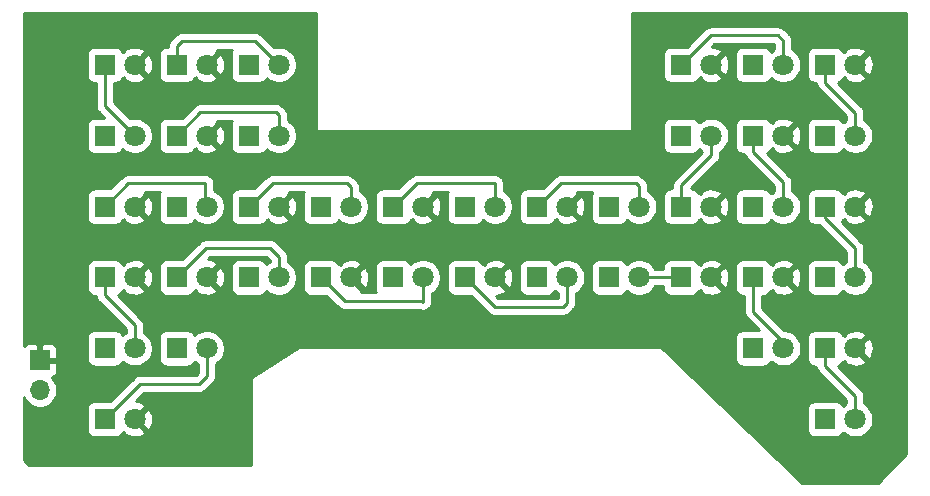
<source format=gbr>
%TF.GenerationSoftware,KiCad,Pcbnew,(5.1.6)-1*%
%TF.CreationDate,2021-04-07T20:28:44-04:00*%
%TF.ProjectId,2020-11-09-Browning-Recon-Force-Advantage-White-LED,32303230-2d31-4312-9d30-392d42726f77,rev?*%
%TF.SameCoordinates,Original*%
%TF.FileFunction,Copper,L1,Top*%
%TF.FilePolarity,Positive*%
%FSLAX46Y46*%
G04 Gerber Fmt 4.6, Leading zero omitted, Abs format (unit mm)*
G04 Created by KiCad (PCBNEW (5.1.6)-1) date 2021-04-07 20:28:44*
%MOMM*%
%LPD*%
G01*
G04 APERTURE LIST*
%TA.AperFunction,ComponentPad*%
%ADD10C,1.800000*%
%TD*%
%TA.AperFunction,ComponentPad*%
%ADD11R,1.800000X1.800000*%
%TD*%
%TA.AperFunction,ComponentPad*%
%ADD12R,1.700000X1.700000*%
%TD*%
%TA.AperFunction,ComponentPad*%
%ADD13O,1.700000X1.700000*%
%TD*%
%TA.AperFunction,Conductor*%
%ADD14C,0.250000*%
%TD*%
%TA.AperFunction,Conductor*%
%ADD15C,0.254000*%
%TD*%
G04 APERTURE END LIST*
D10*
%TO.P,D1,2*%
%TO.N,LED+*%
X139040000Y-76500000D03*
D11*
%TO.P,D1,1*%
%TO.N,Net-(D1-Pad1)*%
X136500000Y-76500000D03*
%TD*%
%TO.P,D2,1*%
%TO.N,LED-*%
X136500000Y-82500000D03*
D10*
%TO.P,D2,2*%
%TO.N,Net-(D1-Pad1)*%
X139040000Y-82500000D03*
%TD*%
D11*
%TO.P,D3,1*%
%TO.N,Net-(D3-Pad1)*%
X142600000Y-76500000D03*
D10*
%TO.P,D3,2*%
%TO.N,LED+*%
X145140000Y-76500000D03*
%TD*%
%TO.P,D4,2*%
%TO.N,Net-(D3-Pad1)*%
X151240000Y-76500000D03*
D11*
%TO.P,D4,1*%
%TO.N,LED-*%
X148700000Y-76500000D03*
%TD*%
%TO.P,D5,1*%
%TO.N,Net-(D5-Pad1)*%
X142600000Y-82500000D03*
D10*
%TO.P,D5,2*%
%TO.N,LED+*%
X145140000Y-82500000D03*
%TD*%
%TO.P,D6,2*%
%TO.N,Net-(D5-Pad1)*%
X151240000Y-82500000D03*
D11*
%TO.P,D6,1*%
%TO.N,LED-*%
X148700000Y-82500000D03*
%TD*%
%TO.P,D7,1*%
%TO.N,Net-(D7-Pad1)*%
X136500000Y-88500000D03*
D10*
%TO.P,D7,2*%
%TO.N,LED+*%
X139040000Y-88500000D03*
%TD*%
%TO.P,D8,2*%
%TO.N,Net-(D7-Pad1)*%
X145140000Y-88500000D03*
D11*
%TO.P,D8,1*%
%TO.N,LED-*%
X142600000Y-88500000D03*
%TD*%
%TO.P,D9,1*%
%TO.N,Net-(D10-Pad2)*%
X136500000Y-94500000D03*
D10*
%TO.P,D9,2*%
%TO.N,LED+*%
X139040000Y-94500000D03*
%TD*%
%TO.P,D10,2*%
%TO.N,Net-(D10-Pad2)*%
X139040000Y-100500000D03*
D11*
%TO.P,D10,1*%
%TO.N,LED-*%
X136500000Y-100500000D03*
%TD*%
%TO.P,D11,1*%
%TO.N,Net-(D11-Pad1)*%
X136500000Y-106500000D03*
D10*
%TO.P,D11,2*%
%TO.N,LED+*%
X139040000Y-106500000D03*
%TD*%
%TO.P,D12,2*%
%TO.N,Net-(D11-Pad1)*%
X145140000Y-100500000D03*
D11*
%TO.P,D12,1*%
%TO.N,LED-*%
X142600000Y-100500000D03*
%TD*%
%TO.P,D13,1*%
%TO.N,Net-(D13-Pad1)*%
X142600000Y-94500000D03*
D10*
%TO.P,D13,2*%
%TO.N,LED+*%
X145140000Y-94500000D03*
%TD*%
%TO.P,D14,2*%
%TO.N,Net-(D13-Pad1)*%
X151240000Y-94500000D03*
D11*
%TO.P,D14,1*%
%TO.N,LED-*%
X148700000Y-94500000D03*
%TD*%
%TO.P,D15,1*%
%TO.N,Net-(D15-Pad1)*%
X148700000Y-88500000D03*
D10*
%TO.P,D15,2*%
%TO.N,LED+*%
X151240000Y-88500000D03*
%TD*%
%TO.P,D16,2*%
%TO.N,Net-(D15-Pad1)*%
X157340000Y-88500000D03*
D11*
%TO.P,D16,1*%
%TO.N,LED-*%
X154800000Y-88500000D03*
%TD*%
%TO.P,D17,1*%
%TO.N,Net-(D17-Pad1)*%
X154800000Y-94500000D03*
D10*
%TO.P,D17,2*%
%TO.N,LED+*%
X157340000Y-94500000D03*
%TD*%
%TO.P,D18,2*%
%TO.N,Net-(D17-Pad1)*%
X163440000Y-94500000D03*
D11*
%TO.P,D18,1*%
%TO.N,LED-*%
X160900000Y-94500000D03*
%TD*%
%TO.P,D19,1*%
%TO.N,Net-(D19-Pad1)*%
X160900000Y-88500000D03*
D10*
%TO.P,D19,2*%
%TO.N,LED+*%
X163440000Y-88500000D03*
%TD*%
D11*
%TO.P,D20,1*%
%TO.N,LED-*%
X167000000Y-88500000D03*
D10*
%TO.P,D20,2*%
%TO.N,Net-(D19-Pad1)*%
X169540000Y-88500000D03*
%TD*%
%TO.P,D21,2*%
%TO.N,LED+*%
X169540000Y-94500000D03*
D11*
%TO.P,D21,1*%
%TO.N,Net-(D21-Pad1)*%
X167000000Y-94500000D03*
%TD*%
D10*
%TO.P,D22,2*%
%TO.N,Net-(D21-Pad1)*%
X175640000Y-94500000D03*
D11*
%TO.P,D22,1*%
%TO.N,LED-*%
X173100000Y-94500000D03*
%TD*%
%TO.P,D23,1*%
%TO.N,Net-(D23-Pad1)*%
X173100000Y-88500000D03*
D10*
%TO.P,D23,2*%
%TO.N,LED+*%
X175640000Y-88500000D03*
%TD*%
%TO.P,D24,2*%
%TO.N,Net-(D23-Pad1)*%
X181740000Y-88500000D03*
D11*
%TO.P,D24,1*%
%TO.N,LED-*%
X179200000Y-88500000D03*
%TD*%
%TO.P,D25,1*%
%TO.N,Net-(D25-Pad1)*%
X185300000Y-94500000D03*
D10*
%TO.P,D25,2*%
%TO.N,LED+*%
X187840000Y-94500000D03*
%TD*%
%TO.P,D26,2*%
%TO.N,Net-(D25-Pad1)*%
X181740000Y-94500000D03*
D11*
%TO.P,D26,1*%
%TO.N,LED-*%
X179200000Y-94500000D03*
%TD*%
%TO.P,D27,1*%
%TO.N,Net-(D27-Pad1)*%
X185300000Y-88500000D03*
D10*
%TO.P,D27,2*%
%TO.N,LED+*%
X187840000Y-88500000D03*
%TD*%
%TO.P,D28,2*%
%TO.N,Net-(D27-Pad1)*%
X187840000Y-82500000D03*
D11*
%TO.P,D28,1*%
%TO.N,LED-*%
X185300000Y-82500000D03*
%TD*%
%TO.P,D29,1*%
%TO.N,Net-(D29-Pad1)*%
X185300000Y-76500000D03*
D10*
%TO.P,D29,2*%
%TO.N,LED+*%
X187840000Y-76500000D03*
%TD*%
%TO.P,D30,2*%
%TO.N,Net-(D29-Pad1)*%
X193940000Y-76500000D03*
D11*
%TO.P,D30,1*%
%TO.N,LED-*%
X191400000Y-76500000D03*
%TD*%
%TO.P,D31,1*%
%TO.N,Net-(D31-Pad1)*%
X197500000Y-76500000D03*
D10*
%TO.P,D31,2*%
%TO.N,LED+*%
X200040000Y-76500000D03*
%TD*%
%TO.P,D32,2*%
%TO.N,Net-(D31-Pad1)*%
X200040000Y-82500000D03*
D11*
%TO.P,D32,1*%
%TO.N,LED-*%
X197500000Y-82500000D03*
%TD*%
%TO.P,D33,1*%
%TO.N,Net-(D33-Pad1)*%
X191400000Y-82500000D03*
D10*
%TO.P,D33,2*%
%TO.N,LED+*%
X193940000Y-82500000D03*
%TD*%
%TO.P,D34,2*%
%TO.N,Net-(D33-Pad1)*%
X193940000Y-88500000D03*
D11*
%TO.P,D34,1*%
%TO.N,LED-*%
X191400000Y-88500000D03*
%TD*%
%TO.P,D35,1*%
%TO.N,Net-(D35-Pad1)*%
X197500000Y-88500000D03*
D10*
%TO.P,D35,2*%
%TO.N,LED+*%
X200040000Y-88500000D03*
%TD*%
%TO.P,D36,2*%
%TO.N,Net-(D35-Pad1)*%
X200040000Y-94500000D03*
D11*
%TO.P,D36,1*%
%TO.N,LED-*%
X197500000Y-94500000D03*
%TD*%
%TO.P,D37,1*%
%TO.N,Net-(D37-Pad1)*%
X191400000Y-94500000D03*
D10*
%TO.P,D37,2*%
%TO.N,LED+*%
X193940000Y-94500000D03*
%TD*%
%TO.P,D38,2*%
%TO.N,Net-(D37-Pad1)*%
X193940000Y-100500000D03*
D11*
%TO.P,D38,1*%
%TO.N,LED-*%
X191400000Y-100500000D03*
%TD*%
%TO.P,D39,1*%
%TO.N,Net-(D39-Pad1)*%
X197500000Y-100500000D03*
D10*
%TO.P,D39,2*%
%TO.N,LED+*%
X200040000Y-100500000D03*
%TD*%
%TO.P,D40,2*%
%TO.N,Net-(D39-Pad1)*%
X200040000Y-106500000D03*
D11*
%TO.P,D40,1*%
%TO.N,LED-*%
X197500000Y-106500000D03*
%TD*%
D12*
%TO.P,J1,1*%
%TO.N,LED+*%
X131000000Y-101500000D03*
D13*
%TO.P,J1,2*%
%TO.N,LED-*%
X131000000Y-104040000D03*
%TD*%
D14*
%TO.N,Net-(D1-Pad1)*%
X139040000Y-82500000D02*
X136500000Y-79960000D01*
X136500000Y-79960000D02*
X136500000Y-76500000D01*
%TO.N,Net-(D3-Pad1)*%
X142600000Y-76500000D02*
X142600000Y-74900000D01*
X142600000Y-74900000D02*
X143000000Y-74500000D01*
X149240000Y-74500000D02*
X151240000Y-76500000D01*
X143000000Y-74500000D02*
X149240000Y-74500000D01*
%TO.N,Net-(D5-Pad1)*%
X151240000Y-82500000D02*
X151240000Y-80740000D01*
X151240000Y-80740000D02*
X151000000Y-80500000D01*
X144600000Y-80500000D02*
X142600000Y-82500000D01*
X151000000Y-80500000D02*
X144600000Y-80500000D01*
%TO.N,Net-(D7-Pad1)*%
X145000000Y-88360000D02*
X145140000Y-88500000D01*
X136500000Y-88500000D02*
X138500000Y-86500000D01*
X145000000Y-86500000D02*
X145000000Y-88360000D01*
X138500000Y-86500000D02*
X145000000Y-86500000D01*
%TO.N,Net-(D10-Pad2)*%
X139040000Y-100500000D02*
X139040000Y-98540000D01*
X136500000Y-96000000D02*
X136500000Y-94500000D01*
X139040000Y-98540000D02*
X136500000Y-96000000D01*
%TO.N,Net-(D11-Pad1)*%
X145140000Y-100500000D02*
X145140000Y-102860000D01*
X145140000Y-102860000D02*
X144500000Y-103500000D01*
X139500000Y-103500000D02*
X136500000Y-106500000D01*
X144500000Y-103500000D02*
X139500000Y-103500000D01*
%TO.N,Net-(D13-Pad1)*%
X151240000Y-94500000D02*
X151240000Y-92740000D01*
X151240000Y-92740000D02*
X150500000Y-92000000D01*
X145100000Y-92000000D02*
X142600000Y-94500000D01*
X150500000Y-92000000D02*
X145100000Y-92000000D01*
%TO.N,Net-(D15-Pad1)*%
X157340000Y-88500000D02*
X157340000Y-86840000D01*
X157340000Y-86840000D02*
X157000000Y-86500000D01*
X150700000Y-86500000D02*
X148700000Y-88500000D01*
X157000000Y-86500000D02*
X150700000Y-86500000D01*
%TO.N,Net-(D17-Pad1)*%
X163440000Y-94500000D02*
X163440000Y-96560000D01*
X163440000Y-96560000D02*
X163380000Y-96500000D01*
X156800000Y-96500000D02*
X154800000Y-94500000D01*
X163380000Y-96500000D02*
X156800000Y-96500000D01*
%TO.N,Net-(D19-Pad1)*%
X169540000Y-88500000D02*
X169540000Y-86540000D01*
X169540000Y-86540000D02*
X169500000Y-86500000D01*
X162900000Y-86500000D02*
X160900000Y-88500000D01*
X169500000Y-86500000D02*
X162900000Y-86500000D01*
%TO.N,Net-(D21-Pad1)*%
X175640000Y-94500000D02*
X175640000Y-96640000D01*
X175640000Y-96640000D02*
X175280000Y-97000000D01*
X169500000Y-97000000D02*
X167000000Y-94500000D01*
X175280000Y-97000000D02*
X169500000Y-97000000D01*
%TO.N,Net-(D23-Pad1)*%
X181740000Y-88500000D02*
X181740000Y-86760000D01*
X181740000Y-86760000D02*
X181480000Y-86500000D01*
X175100000Y-86500000D02*
X173100000Y-88500000D01*
X181480000Y-86500000D02*
X175100000Y-86500000D01*
%TO.N,Net-(D25-Pad1)*%
X185300000Y-94500000D02*
X181740000Y-94500000D01*
%TO.N,Net-(D27-Pad1)*%
X187840000Y-82500000D02*
X187840000Y-84160000D01*
X185300000Y-86700000D02*
X185300000Y-88500000D01*
X187840000Y-84160000D02*
X185300000Y-86700000D01*
%TO.N,Net-(D29-Pad1)*%
X193940000Y-76500000D02*
X193940000Y-74440000D01*
X193940000Y-74440000D02*
X193500000Y-74000000D01*
X187800000Y-74000000D02*
X185300000Y-76500000D01*
X193500000Y-74000000D02*
X187800000Y-74000000D01*
%TO.N,Net-(D31-Pad1)*%
X197500000Y-76500000D02*
X197500000Y-78000000D01*
X200040000Y-80540000D02*
X200040000Y-82500000D01*
X197500000Y-78000000D02*
X200040000Y-80540000D01*
%TO.N,Net-(D33-Pad1)*%
X191400000Y-82500000D02*
X191400000Y-83900000D01*
X193940000Y-86440000D02*
X193940000Y-88500000D01*
X191400000Y-83900000D02*
X193940000Y-86440000D01*
%TO.N,Net-(D35-Pad1)*%
X197500000Y-88500000D02*
X197500000Y-89500000D01*
X200040000Y-92040000D02*
X200040000Y-94500000D01*
X197500000Y-89500000D02*
X200040000Y-92040000D01*
%TO.N,Net-(D37-Pad1)*%
X191400000Y-94500000D02*
X191400000Y-97400000D01*
X193940000Y-99940000D02*
X193940000Y-100500000D01*
X191400000Y-97400000D02*
X193940000Y-99940000D01*
%TO.N,Net-(D39-Pad1)*%
X197500000Y-100500000D02*
X197500000Y-102000000D01*
X200040000Y-104540000D02*
X200040000Y-106500000D01*
X197500000Y-102000000D02*
X200040000Y-104540000D01*
%TD*%
D15*
%TO.N,LED+*%
G36*
X154373000Y-82000000D02*
G01*
X154375440Y-82024776D01*
X154382667Y-82048601D01*
X154394403Y-82070557D01*
X154410197Y-82089803D01*
X154429443Y-82105597D01*
X154451399Y-82117333D01*
X154475224Y-82124560D01*
X154500000Y-82127000D01*
X181000000Y-82127000D01*
X181024776Y-82124560D01*
X181048601Y-82117333D01*
X181070557Y-82105597D01*
X181089803Y-82089803D01*
X181105597Y-82070557D01*
X181117333Y-82048601D01*
X181124560Y-82024776D01*
X181127000Y-82000000D01*
X181127000Y-81600000D01*
X183761928Y-81600000D01*
X183761928Y-83400000D01*
X183774188Y-83524482D01*
X183810498Y-83644180D01*
X183869463Y-83754494D01*
X183948815Y-83851185D01*
X184045506Y-83930537D01*
X184155820Y-83989502D01*
X184275518Y-84025812D01*
X184400000Y-84038072D01*
X186200000Y-84038072D01*
X186324482Y-84025812D01*
X186444180Y-83989502D01*
X186554494Y-83930537D01*
X186651185Y-83851185D01*
X186730537Y-83754494D01*
X186789502Y-83644180D01*
X186795056Y-83625873D01*
X186861495Y-83692312D01*
X187080001Y-83838313D01*
X187080001Y-83845196D01*
X184789003Y-86136196D01*
X184759999Y-86159999D01*
X184723047Y-86205026D01*
X184665026Y-86275724D01*
X184624782Y-86351015D01*
X184594454Y-86407754D01*
X184550997Y-86551015D01*
X184540000Y-86662668D01*
X184540000Y-86662678D01*
X184536324Y-86700000D01*
X184540000Y-86737323D01*
X184540000Y-86961928D01*
X184400000Y-86961928D01*
X184275518Y-86974188D01*
X184155820Y-87010498D01*
X184045506Y-87069463D01*
X183948815Y-87148815D01*
X183869463Y-87245506D01*
X183810498Y-87355820D01*
X183774188Y-87475518D01*
X183761928Y-87600000D01*
X183761928Y-89400000D01*
X183774188Y-89524482D01*
X183810498Y-89644180D01*
X183869463Y-89754494D01*
X183948815Y-89851185D01*
X184045506Y-89930537D01*
X184155820Y-89989502D01*
X184275518Y-90025812D01*
X184400000Y-90038072D01*
X186200000Y-90038072D01*
X186324482Y-90025812D01*
X186444180Y-89989502D01*
X186554494Y-89930537D01*
X186651185Y-89851185D01*
X186730537Y-89754494D01*
X186789502Y-89644180D01*
X186792813Y-89633265D01*
X186839578Y-89680030D01*
X186955526Y-89564082D01*
X187039208Y-89818261D01*
X187311775Y-89949158D01*
X187604642Y-90024365D01*
X187906553Y-90040991D01*
X188205907Y-89998397D01*
X188491199Y-89898222D01*
X188640792Y-89818261D01*
X188724475Y-89564080D01*
X187840000Y-88679605D01*
X187825858Y-88693748D01*
X187646253Y-88514143D01*
X187660395Y-88500000D01*
X188019605Y-88500000D01*
X188904080Y-89384475D01*
X189158261Y-89300792D01*
X189289158Y-89028225D01*
X189364365Y-88735358D01*
X189380991Y-88433447D01*
X189338397Y-88134093D01*
X189238222Y-87848801D01*
X189158261Y-87699208D01*
X188904080Y-87615525D01*
X188019605Y-88500000D01*
X187660395Y-88500000D01*
X187646253Y-88485858D01*
X187825858Y-88306253D01*
X187840000Y-88320395D01*
X188724475Y-87435920D01*
X188640792Y-87181739D01*
X188368225Y-87050842D01*
X188075358Y-86975635D01*
X187773447Y-86959009D01*
X187474093Y-87001603D01*
X187188801Y-87101778D01*
X187039208Y-87181739D01*
X186955526Y-87435918D01*
X186839578Y-87319970D01*
X186792813Y-87366735D01*
X186789502Y-87355820D01*
X186730537Y-87245506D01*
X186651185Y-87148815D01*
X186554494Y-87069463D01*
X186444180Y-87010498D01*
X186324482Y-86974188D01*
X186200000Y-86961928D01*
X186112873Y-86961928D01*
X188351008Y-84723795D01*
X188380001Y-84700001D01*
X188403795Y-84671008D01*
X188403799Y-84671004D01*
X188474973Y-84584277D01*
X188474974Y-84584276D01*
X188545546Y-84452247D01*
X188589003Y-84308986D01*
X188600000Y-84197333D01*
X188600000Y-84197324D01*
X188603676Y-84160001D01*
X188600000Y-84122678D01*
X188600000Y-83838313D01*
X188818505Y-83692312D01*
X189032312Y-83478505D01*
X189200299Y-83227095D01*
X189316011Y-82947743D01*
X189375000Y-82651184D01*
X189375000Y-82348816D01*
X189316011Y-82052257D01*
X189200299Y-81772905D01*
X189084768Y-81600000D01*
X189861928Y-81600000D01*
X189861928Y-83400000D01*
X189874188Y-83524482D01*
X189910498Y-83644180D01*
X189969463Y-83754494D01*
X190048815Y-83851185D01*
X190145506Y-83930537D01*
X190255820Y-83989502D01*
X190375518Y-84025812D01*
X190500000Y-84038072D01*
X190649923Y-84038072D01*
X190650998Y-84048985D01*
X190694454Y-84192246D01*
X190765026Y-84324276D01*
X190836201Y-84411002D01*
X190860000Y-84440001D01*
X190888998Y-84463799D01*
X193180000Y-86754803D01*
X193180000Y-87161687D01*
X192961495Y-87307688D01*
X192895056Y-87374127D01*
X192889502Y-87355820D01*
X192830537Y-87245506D01*
X192751185Y-87148815D01*
X192654494Y-87069463D01*
X192544180Y-87010498D01*
X192424482Y-86974188D01*
X192300000Y-86961928D01*
X190500000Y-86961928D01*
X190375518Y-86974188D01*
X190255820Y-87010498D01*
X190145506Y-87069463D01*
X190048815Y-87148815D01*
X189969463Y-87245506D01*
X189910498Y-87355820D01*
X189874188Y-87475518D01*
X189861928Y-87600000D01*
X189861928Y-89400000D01*
X189874188Y-89524482D01*
X189910498Y-89644180D01*
X189969463Y-89754494D01*
X190048815Y-89851185D01*
X190145506Y-89930537D01*
X190255820Y-89989502D01*
X190375518Y-90025812D01*
X190500000Y-90038072D01*
X192300000Y-90038072D01*
X192424482Y-90025812D01*
X192544180Y-89989502D01*
X192654494Y-89930537D01*
X192751185Y-89851185D01*
X192830537Y-89754494D01*
X192889502Y-89644180D01*
X192895056Y-89625873D01*
X192961495Y-89692312D01*
X193212905Y-89860299D01*
X193492257Y-89976011D01*
X193788816Y-90035000D01*
X194091184Y-90035000D01*
X194387743Y-89976011D01*
X194667095Y-89860299D01*
X194918505Y-89692312D01*
X195132312Y-89478505D01*
X195300299Y-89227095D01*
X195416011Y-88947743D01*
X195475000Y-88651184D01*
X195475000Y-88348816D01*
X195416011Y-88052257D01*
X195300299Y-87772905D01*
X195184768Y-87600000D01*
X195961928Y-87600000D01*
X195961928Y-89400000D01*
X195974188Y-89524482D01*
X196010498Y-89644180D01*
X196069463Y-89754494D01*
X196148815Y-89851185D01*
X196245506Y-89930537D01*
X196355820Y-89989502D01*
X196475518Y-90025812D01*
X196600000Y-90038072D01*
X196958417Y-90038072D01*
X196960000Y-90040001D01*
X196988998Y-90063799D01*
X199280000Y-92354803D01*
X199280000Y-93161687D01*
X199061495Y-93307688D01*
X198995056Y-93374127D01*
X198989502Y-93355820D01*
X198930537Y-93245506D01*
X198851185Y-93148815D01*
X198754494Y-93069463D01*
X198644180Y-93010498D01*
X198524482Y-92974188D01*
X198400000Y-92961928D01*
X196600000Y-92961928D01*
X196475518Y-92974188D01*
X196355820Y-93010498D01*
X196245506Y-93069463D01*
X196148815Y-93148815D01*
X196069463Y-93245506D01*
X196010498Y-93355820D01*
X195974188Y-93475518D01*
X195961928Y-93600000D01*
X195961928Y-95400000D01*
X195974188Y-95524482D01*
X196010498Y-95644180D01*
X196069463Y-95754494D01*
X196148815Y-95851185D01*
X196245506Y-95930537D01*
X196355820Y-95989502D01*
X196475518Y-96025812D01*
X196600000Y-96038072D01*
X198400000Y-96038072D01*
X198524482Y-96025812D01*
X198644180Y-95989502D01*
X198754494Y-95930537D01*
X198851185Y-95851185D01*
X198930537Y-95754494D01*
X198989502Y-95644180D01*
X198995056Y-95625873D01*
X199061495Y-95692312D01*
X199312905Y-95860299D01*
X199592257Y-95976011D01*
X199888816Y-96035000D01*
X200191184Y-96035000D01*
X200487743Y-95976011D01*
X200767095Y-95860299D01*
X201018505Y-95692312D01*
X201232312Y-95478505D01*
X201400299Y-95227095D01*
X201516011Y-94947743D01*
X201575000Y-94651184D01*
X201575000Y-94348816D01*
X201516011Y-94052257D01*
X201400299Y-93772905D01*
X201232312Y-93521495D01*
X201018505Y-93307688D01*
X200800000Y-93161687D01*
X200800000Y-92077322D01*
X200803676Y-92039999D01*
X200800000Y-92002676D01*
X200800000Y-92002667D01*
X200789003Y-91891014D01*
X200745546Y-91747753D01*
X200674974Y-91615724D01*
X200642147Y-91575724D01*
X200603799Y-91528996D01*
X200603795Y-91528992D01*
X200580001Y-91499999D01*
X200551009Y-91476206D01*
X198884902Y-89810100D01*
X198930537Y-89754494D01*
X198989502Y-89644180D01*
X198992813Y-89633265D01*
X199039578Y-89680030D01*
X199155526Y-89564082D01*
X199239208Y-89818261D01*
X199511775Y-89949158D01*
X199804642Y-90024365D01*
X200106553Y-90040991D01*
X200405907Y-89998397D01*
X200691199Y-89898222D01*
X200840792Y-89818261D01*
X200924475Y-89564080D01*
X200040000Y-88679605D01*
X200025858Y-88693748D01*
X199846253Y-88514143D01*
X199860395Y-88500000D01*
X200219605Y-88500000D01*
X201104080Y-89384475D01*
X201358261Y-89300792D01*
X201489158Y-89028225D01*
X201564365Y-88735358D01*
X201580991Y-88433447D01*
X201538397Y-88134093D01*
X201438222Y-87848801D01*
X201358261Y-87699208D01*
X201104080Y-87615525D01*
X200219605Y-88500000D01*
X199860395Y-88500000D01*
X199846253Y-88485858D01*
X200025858Y-88306253D01*
X200040000Y-88320395D01*
X200924475Y-87435920D01*
X200840792Y-87181739D01*
X200568225Y-87050842D01*
X200275358Y-86975635D01*
X199973447Y-86959009D01*
X199674093Y-87001603D01*
X199388801Y-87101778D01*
X199239208Y-87181739D01*
X199155526Y-87435918D01*
X199039578Y-87319970D01*
X198992813Y-87366735D01*
X198989502Y-87355820D01*
X198930537Y-87245506D01*
X198851185Y-87148815D01*
X198754494Y-87069463D01*
X198644180Y-87010498D01*
X198524482Y-86974188D01*
X198400000Y-86961928D01*
X196600000Y-86961928D01*
X196475518Y-86974188D01*
X196355820Y-87010498D01*
X196245506Y-87069463D01*
X196148815Y-87148815D01*
X196069463Y-87245506D01*
X196010498Y-87355820D01*
X195974188Y-87475518D01*
X195961928Y-87600000D01*
X195184768Y-87600000D01*
X195132312Y-87521495D01*
X194918505Y-87307688D01*
X194700000Y-87161687D01*
X194700000Y-86477322D01*
X194703676Y-86439999D01*
X194700000Y-86402676D01*
X194700000Y-86402667D01*
X194689003Y-86291014D01*
X194645546Y-86147753D01*
X194574974Y-86015724D01*
X194521854Y-85950997D01*
X194503799Y-85928996D01*
X194503795Y-85928992D01*
X194480001Y-85899999D01*
X194451009Y-85876206D01*
X192557294Y-83982492D01*
X192654494Y-83930537D01*
X192751185Y-83851185D01*
X192830537Y-83754494D01*
X192889502Y-83644180D01*
X192892813Y-83633265D01*
X192939578Y-83680030D01*
X193055526Y-83564082D01*
X193139208Y-83818261D01*
X193411775Y-83949158D01*
X193704642Y-84024365D01*
X194006553Y-84040991D01*
X194305907Y-83998397D01*
X194591199Y-83898222D01*
X194740792Y-83818261D01*
X194824475Y-83564080D01*
X193940000Y-82679605D01*
X193925858Y-82693748D01*
X193746253Y-82514143D01*
X193760395Y-82500000D01*
X194119605Y-82500000D01*
X195004080Y-83384475D01*
X195258261Y-83300792D01*
X195389158Y-83028225D01*
X195464365Y-82735358D01*
X195480991Y-82433447D01*
X195438397Y-82134093D01*
X195338222Y-81848801D01*
X195258261Y-81699208D01*
X195004080Y-81615525D01*
X194119605Y-82500000D01*
X193760395Y-82500000D01*
X193746253Y-82485858D01*
X193925858Y-82306253D01*
X193940000Y-82320395D01*
X194824475Y-81435920D01*
X194740792Y-81181739D01*
X194468225Y-81050842D01*
X194175358Y-80975635D01*
X193873447Y-80959009D01*
X193574093Y-81001603D01*
X193288801Y-81101778D01*
X193139208Y-81181739D01*
X193055526Y-81435918D01*
X192939578Y-81319970D01*
X192892813Y-81366735D01*
X192889502Y-81355820D01*
X192830537Y-81245506D01*
X192751185Y-81148815D01*
X192654494Y-81069463D01*
X192544180Y-81010498D01*
X192424482Y-80974188D01*
X192300000Y-80961928D01*
X190500000Y-80961928D01*
X190375518Y-80974188D01*
X190255820Y-81010498D01*
X190145506Y-81069463D01*
X190048815Y-81148815D01*
X189969463Y-81245506D01*
X189910498Y-81355820D01*
X189874188Y-81475518D01*
X189861928Y-81600000D01*
X189084768Y-81600000D01*
X189032312Y-81521495D01*
X188818505Y-81307688D01*
X188567095Y-81139701D01*
X188287743Y-81023989D01*
X187991184Y-80965000D01*
X187688816Y-80965000D01*
X187392257Y-81023989D01*
X187112905Y-81139701D01*
X186861495Y-81307688D01*
X186795056Y-81374127D01*
X186789502Y-81355820D01*
X186730537Y-81245506D01*
X186651185Y-81148815D01*
X186554494Y-81069463D01*
X186444180Y-81010498D01*
X186324482Y-80974188D01*
X186200000Y-80961928D01*
X184400000Y-80961928D01*
X184275518Y-80974188D01*
X184155820Y-81010498D01*
X184045506Y-81069463D01*
X183948815Y-81148815D01*
X183869463Y-81245506D01*
X183810498Y-81355820D01*
X183774188Y-81475518D01*
X183761928Y-81600000D01*
X181127000Y-81600000D01*
X181127000Y-75600000D01*
X183761928Y-75600000D01*
X183761928Y-77400000D01*
X183774188Y-77524482D01*
X183810498Y-77644180D01*
X183869463Y-77754494D01*
X183948815Y-77851185D01*
X184045506Y-77930537D01*
X184155820Y-77989502D01*
X184275518Y-78025812D01*
X184400000Y-78038072D01*
X186200000Y-78038072D01*
X186324482Y-78025812D01*
X186444180Y-77989502D01*
X186554494Y-77930537D01*
X186651185Y-77851185D01*
X186730537Y-77754494D01*
X186789502Y-77644180D01*
X186792813Y-77633265D01*
X186839578Y-77680030D01*
X186955526Y-77564082D01*
X187039208Y-77818261D01*
X187311775Y-77949158D01*
X187604642Y-78024365D01*
X187906553Y-78040991D01*
X188205907Y-77998397D01*
X188491199Y-77898222D01*
X188640792Y-77818261D01*
X188724475Y-77564080D01*
X187840000Y-76679605D01*
X187825858Y-76693748D01*
X187646253Y-76514143D01*
X187660395Y-76500000D01*
X188019605Y-76500000D01*
X188904080Y-77384475D01*
X189158261Y-77300792D01*
X189289158Y-77028225D01*
X189364365Y-76735358D01*
X189380991Y-76433447D01*
X189338397Y-76134093D01*
X189238222Y-75848801D01*
X189158261Y-75699208D01*
X188904080Y-75615525D01*
X188019605Y-76500000D01*
X187660395Y-76500000D01*
X187646253Y-76485858D01*
X187825858Y-76306253D01*
X187840000Y-76320395D01*
X188724475Y-75435920D01*
X188640792Y-75181739D01*
X188368225Y-75050842D01*
X188075358Y-74975635D01*
X187908363Y-74966439D01*
X188114802Y-74760000D01*
X193180001Y-74760000D01*
X193180001Y-75161687D01*
X192961495Y-75307688D01*
X192895056Y-75374127D01*
X192889502Y-75355820D01*
X192830537Y-75245506D01*
X192751185Y-75148815D01*
X192654494Y-75069463D01*
X192544180Y-75010498D01*
X192424482Y-74974188D01*
X192300000Y-74961928D01*
X190500000Y-74961928D01*
X190375518Y-74974188D01*
X190255820Y-75010498D01*
X190145506Y-75069463D01*
X190048815Y-75148815D01*
X189969463Y-75245506D01*
X189910498Y-75355820D01*
X189874188Y-75475518D01*
X189861928Y-75600000D01*
X189861928Y-77400000D01*
X189874188Y-77524482D01*
X189910498Y-77644180D01*
X189969463Y-77754494D01*
X190048815Y-77851185D01*
X190145506Y-77930537D01*
X190255820Y-77989502D01*
X190375518Y-78025812D01*
X190500000Y-78038072D01*
X192300000Y-78038072D01*
X192424482Y-78025812D01*
X192544180Y-77989502D01*
X192654494Y-77930537D01*
X192751185Y-77851185D01*
X192830537Y-77754494D01*
X192889502Y-77644180D01*
X192895056Y-77625873D01*
X192961495Y-77692312D01*
X193212905Y-77860299D01*
X193492257Y-77976011D01*
X193788816Y-78035000D01*
X194091184Y-78035000D01*
X194387743Y-77976011D01*
X194667095Y-77860299D01*
X194918505Y-77692312D01*
X195132312Y-77478505D01*
X195300299Y-77227095D01*
X195416011Y-76947743D01*
X195475000Y-76651184D01*
X195475000Y-76348816D01*
X195416011Y-76052257D01*
X195300299Y-75772905D01*
X195184768Y-75600000D01*
X195961928Y-75600000D01*
X195961928Y-77400000D01*
X195974188Y-77524482D01*
X196010498Y-77644180D01*
X196069463Y-77754494D01*
X196148815Y-77851185D01*
X196245506Y-77930537D01*
X196355820Y-77989502D01*
X196475518Y-78025812D01*
X196600000Y-78038072D01*
X196740074Y-78038072D01*
X196750998Y-78148985D01*
X196794454Y-78292246D01*
X196865026Y-78424276D01*
X196882013Y-78444974D01*
X196960000Y-78540001D01*
X196988998Y-78563799D01*
X199280000Y-80854803D01*
X199280000Y-81161687D01*
X199061495Y-81307688D01*
X198995056Y-81374127D01*
X198989502Y-81355820D01*
X198930537Y-81245506D01*
X198851185Y-81148815D01*
X198754494Y-81069463D01*
X198644180Y-81010498D01*
X198524482Y-80974188D01*
X198400000Y-80961928D01*
X196600000Y-80961928D01*
X196475518Y-80974188D01*
X196355820Y-81010498D01*
X196245506Y-81069463D01*
X196148815Y-81148815D01*
X196069463Y-81245506D01*
X196010498Y-81355820D01*
X195974188Y-81475518D01*
X195961928Y-81600000D01*
X195961928Y-83400000D01*
X195974188Y-83524482D01*
X196010498Y-83644180D01*
X196069463Y-83754494D01*
X196148815Y-83851185D01*
X196245506Y-83930537D01*
X196355820Y-83989502D01*
X196475518Y-84025812D01*
X196600000Y-84038072D01*
X198400000Y-84038072D01*
X198524482Y-84025812D01*
X198644180Y-83989502D01*
X198754494Y-83930537D01*
X198851185Y-83851185D01*
X198930537Y-83754494D01*
X198989502Y-83644180D01*
X198995056Y-83625873D01*
X199061495Y-83692312D01*
X199312905Y-83860299D01*
X199592257Y-83976011D01*
X199888816Y-84035000D01*
X200191184Y-84035000D01*
X200487743Y-83976011D01*
X200767095Y-83860299D01*
X201018505Y-83692312D01*
X201232312Y-83478505D01*
X201400299Y-83227095D01*
X201516011Y-82947743D01*
X201575000Y-82651184D01*
X201575000Y-82348816D01*
X201516011Y-82052257D01*
X201400299Y-81772905D01*
X201232312Y-81521495D01*
X201018505Y-81307688D01*
X200800000Y-81161687D01*
X200800000Y-80577322D01*
X200803676Y-80539999D01*
X200800000Y-80502676D01*
X200800000Y-80502667D01*
X200789003Y-80391014D01*
X200745546Y-80247753D01*
X200674974Y-80115724D01*
X200642147Y-80075724D01*
X200603799Y-80028996D01*
X200603795Y-80028992D01*
X200580001Y-79999999D01*
X200551009Y-79976206D01*
X198582894Y-78008093D01*
X198644180Y-77989502D01*
X198754494Y-77930537D01*
X198851185Y-77851185D01*
X198930537Y-77754494D01*
X198989502Y-77644180D01*
X198992813Y-77633265D01*
X199039578Y-77680030D01*
X199155526Y-77564082D01*
X199239208Y-77818261D01*
X199511775Y-77949158D01*
X199804642Y-78024365D01*
X200106553Y-78040991D01*
X200405907Y-77998397D01*
X200691199Y-77898222D01*
X200840792Y-77818261D01*
X200924475Y-77564080D01*
X200040000Y-76679605D01*
X200025858Y-76693748D01*
X199846253Y-76514143D01*
X199860395Y-76500000D01*
X200219605Y-76500000D01*
X201104080Y-77384475D01*
X201358261Y-77300792D01*
X201489158Y-77028225D01*
X201564365Y-76735358D01*
X201580991Y-76433447D01*
X201538397Y-76134093D01*
X201438222Y-75848801D01*
X201358261Y-75699208D01*
X201104080Y-75615525D01*
X200219605Y-76500000D01*
X199860395Y-76500000D01*
X199846253Y-76485858D01*
X200025858Y-76306253D01*
X200040000Y-76320395D01*
X200924475Y-75435920D01*
X200840792Y-75181739D01*
X200568225Y-75050842D01*
X200275358Y-74975635D01*
X199973447Y-74959009D01*
X199674093Y-75001603D01*
X199388801Y-75101778D01*
X199239208Y-75181739D01*
X199155526Y-75435918D01*
X199039578Y-75319970D01*
X198992813Y-75366735D01*
X198989502Y-75355820D01*
X198930537Y-75245506D01*
X198851185Y-75148815D01*
X198754494Y-75069463D01*
X198644180Y-75010498D01*
X198524482Y-74974188D01*
X198400000Y-74961928D01*
X196600000Y-74961928D01*
X196475518Y-74974188D01*
X196355820Y-75010498D01*
X196245506Y-75069463D01*
X196148815Y-75148815D01*
X196069463Y-75245506D01*
X196010498Y-75355820D01*
X195974188Y-75475518D01*
X195961928Y-75600000D01*
X195184768Y-75600000D01*
X195132312Y-75521495D01*
X194918505Y-75307688D01*
X194700000Y-75161687D01*
X194700000Y-74477323D01*
X194703676Y-74440000D01*
X194700000Y-74402677D01*
X194700000Y-74402667D01*
X194689003Y-74291014D01*
X194645546Y-74147753D01*
X194579941Y-74025016D01*
X194574974Y-74015723D01*
X194540031Y-73973146D01*
X194480001Y-73899999D01*
X194450997Y-73876196D01*
X194063804Y-73489003D01*
X194040001Y-73459999D01*
X193924276Y-73365026D01*
X193792247Y-73294454D01*
X193648986Y-73250997D01*
X193537333Y-73240000D01*
X193537322Y-73240000D01*
X193500000Y-73236324D01*
X193462678Y-73240000D01*
X187837323Y-73240000D01*
X187800000Y-73236324D01*
X187762677Y-73240000D01*
X187762667Y-73240000D01*
X187651014Y-73250997D01*
X187507753Y-73294454D01*
X187375723Y-73365026D01*
X187334324Y-73399002D01*
X187259999Y-73459999D01*
X187236201Y-73488997D01*
X185763271Y-74961928D01*
X184400000Y-74961928D01*
X184275518Y-74974188D01*
X184155820Y-75010498D01*
X184045506Y-75069463D01*
X183948815Y-75148815D01*
X183869463Y-75245506D01*
X183810498Y-75355820D01*
X183774188Y-75475518D01*
X183761928Y-75600000D01*
X181127000Y-75600000D01*
X181127000Y-72127000D01*
X204373000Y-72127000D01*
X204373000Y-109447394D01*
X201947394Y-111873000D01*
X195551030Y-111873000D01*
X183587872Y-100408307D01*
X183568295Y-100392926D01*
X183546094Y-100381660D01*
X183522121Y-100374941D01*
X183500000Y-100373000D01*
X153000000Y-100373000D01*
X152975224Y-100375440D01*
X152951399Y-100382667D01*
X152932690Y-100392304D01*
X148932690Y-102892304D01*
X148912973Y-102907505D01*
X148896600Y-102926260D01*
X148884201Y-102947850D01*
X148876252Y-102971443D01*
X148873000Y-103000000D01*
X148873000Y-110373000D01*
X130052606Y-110373000D01*
X129627000Y-109947394D01*
X129627000Y-105600000D01*
X134961928Y-105600000D01*
X134961928Y-107400000D01*
X134974188Y-107524482D01*
X135010498Y-107644180D01*
X135069463Y-107754494D01*
X135148815Y-107851185D01*
X135245506Y-107930537D01*
X135355820Y-107989502D01*
X135475518Y-108025812D01*
X135600000Y-108038072D01*
X137400000Y-108038072D01*
X137524482Y-108025812D01*
X137644180Y-107989502D01*
X137754494Y-107930537D01*
X137851185Y-107851185D01*
X137930537Y-107754494D01*
X137989502Y-107644180D01*
X137992813Y-107633265D01*
X138039578Y-107680030D01*
X138155526Y-107564082D01*
X138239208Y-107818261D01*
X138511775Y-107949158D01*
X138804642Y-108024365D01*
X139106553Y-108040991D01*
X139405907Y-107998397D01*
X139691199Y-107898222D01*
X139840792Y-107818261D01*
X139924475Y-107564080D01*
X139040000Y-106679605D01*
X139025858Y-106693748D01*
X138846253Y-106514143D01*
X138860395Y-106500000D01*
X139219605Y-106500000D01*
X140104080Y-107384475D01*
X140358261Y-107300792D01*
X140489158Y-107028225D01*
X140564365Y-106735358D01*
X140580991Y-106433447D01*
X140538397Y-106134093D01*
X140438222Y-105848801D01*
X140358261Y-105699208D01*
X140104080Y-105615525D01*
X139219605Y-106500000D01*
X138860395Y-106500000D01*
X138846253Y-106485858D01*
X139025858Y-106306253D01*
X139040000Y-106320395D01*
X139924475Y-105435920D01*
X139840792Y-105181739D01*
X139568225Y-105050842D01*
X139275358Y-104975635D01*
X139108363Y-104966439D01*
X139814802Y-104260000D01*
X144462678Y-104260000D01*
X144500000Y-104263676D01*
X144537322Y-104260000D01*
X144537333Y-104260000D01*
X144648986Y-104249003D01*
X144792247Y-104205546D01*
X144924276Y-104134974D01*
X145040001Y-104040001D01*
X145063803Y-104010998D01*
X145651002Y-103423800D01*
X145680001Y-103400001D01*
X145774974Y-103284276D01*
X145845546Y-103152247D01*
X145889003Y-103008986D01*
X145900000Y-102897333D01*
X145900000Y-102897325D01*
X145903676Y-102860000D01*
X145900000Y-102822675D01*
X145900000Y-101838313D01*
X146118505Y-101692312D01*
X146332312Y-101478505D01*
X146500299Y-101227095D01*
X146616011Y-100947743D01*
X146675000Y-100651184D01*
X146675000Y-100348816D01*
X146616011Y-100052257D01*
X146500299Y-99772905D01*
X146332312Y-99521495D01*
X146118505Y-99307688D01*
X145867095Y-99139701D01*
X145587743Y-99023989D01*
X145291184Y-98965000D01*
X144988816Y-98965000D01*
X144692257Y-99023989D01*
X144412905Y-99139701D01*
X144161495Y-99307688D01*
X144095056Y-99374127D01*
X144089502Y-99355820D01*
X144030537Y-99245506D01*
X143951185Y-99148815D01*
X143854494Y-99069463D01*
X143744180Y-99010498D01*
X143624482Y-98974188D01*
X143500000Y-98961928D01*
X141700000Y-98961928D01*
X141575518Y-98974188D01*
X141455820Y-99010498D01*
X141345506Y-99069463D01*
X141248815Y-99148815D01*
X141169463Y-99245506D01*
X141110498Y-99355820D01*
X141074188Y-99475518D01*
X141061928Y-99600000D01*
X141061928Y-101400000D01*
X141074188Y-101524482D01*
X141110498Y-101644180D01*
X141169463Y-101754494D01*
X141248815Y-101851185D01*
X141345506Y-101930537D01*
X141455820Y-101989502D01*
X141575518Y-102025812D01*
X141700000Y-102038072D01*
X143500000Y-102038072D01*
X143624482Y-102025812D01*
X143744180Y-101989502D01*
X143854494Y-101930537D01*
X143951185Y-101851185D01*
X144030537Y-101754494D01*
X144089502Y-101644180D01*
X144095056Y-101625873D01*
X144161495Y-101692312D01*
X144380001Y-101838313D01*
X144380001Y-102545198D01*
X144185199Y-102740000D01*
X139537325Y-102740000D01*
X139500000Y-102736324D01*
X139462675Y-102740000D01*
X139462667Y-102740000D01*
X139351014Y-102750997D01*
X139207753Y-102794454D01*
X139075724Y-102865026D01*
X138959999Y-102959999D01*
X138936201Y-102988997D01*
X136963271Y-104961928D01*
X135600000Y-104961928D01*
X135475518Y-104974188D01*
X135355820Y-105010498D01*
X135245506Y-105069463D01*
X135148815Y-105148815D01*
X135069463Y-105245506D01*
X135010498Y-105355820D01*
X134974188Y-105475518D01*
X134961928Y-105600000D01*
X129627000Y-105600000D01*
X129627000Y-104605776D01*
X129684010Y-104743411D01*
X129846525Y-104986632D01*
X130053368Y-105193475D01*
X130296589Y-105355990D01*
X130566842Y-105467932D01*
X130853740Y-105525000D01*
X131146260Y-105525000D01*
X131433158Y-105467932D01*
X131703411Y-105355990D01*
X131946632Y-105193475D01*
X132153475Y-104986632D01*
X132315990Y-104743411D01*
X132427932Y-104473158D01*
X132485000Y-104186260D01*
X132485000Y-103893740D01*
X132427932Y-103606842D01*
X132315990Y-103336589D01*
X132153475Y-103093368D01*
X132021620Y-102961513D01*
X132094180Y-102939502D01*
X132204494Y-102880537D01*
X132301185Y-102801185D01*
X132380537Y-102704494D01*
X132439502Y-102594180D01*
X132475812Y-102474482D01*
X132488072Y-102350000D01*
X132485000Y-101785750D01*
X132326250Y-101627000D01*
X131127000Y-101627000D01*
X131127000Y-101647000D01*
X130873000Y-101647000D01*
X130873000Y-101627000D01*
X130853000Y-101627000D01*
X130853000Y-101373000D01*
X130873000Y-101373000D01*
X130873000Y-100173750D01*
X131127000Y-100173750D01*
X131127000Y-101373000D01*
X132326250Y-101373000D01*
X132485000Y-101214250D01*
X132488072Y-100650000D01*
X132475812Y-100525518D01*
X132439502Y-100405820D01*
X132380537Y-100295506D01*
X132301185Y-100198815D01*
X132204494Y-100119463D01*
X132094180Y-100060498D01*
X131974482Y-100024188D01*
X131850000Y-100011928D01*
X131285750Y-100015000D01*
X131127000Y-100173750D01*
X130873000Y-100173750D01*
X130714250Y-100015000D01*
X130150000Y-100011928D01*
X130025518Y-100024188D01*
X129905820Y-100060498D01*
X129795506Y-100119463D01*
X129698815Y-100198815D01*
X129627000Y-100286322D01*
X129627000Y-93600000D01*
X134961928Y-93600000D01*
X134961928Y-95400000D01*
X134974188Y-95524482D01*
X135010498Y-95644180D01*
X135069463Y-95754494D01*
X135148815Y-95851185D01*
X135245506Y-95930537D01*
X135355820Y-95989502D01*
X135475518Y-96025812D01*
X135600000Y-96038072D01*
X135740073Y-96038072D01*
X135750997Y-96148985D01*
X135787025Y-96267754D01*
X135794454Y-96292246D01*
X135865026Y-96424276D01*
X135904871Y-96472826D01*
X135959999Y-96540001D01*
X135989003Y-96563804D01*
X138280001Y-98854804D01*
X138280001Y-99161687D01*
X138061495Y-99307688D01*
X137995056Y-99374127D01*
X137989502Y-99355820D01*
X137930537Y-99245506D01*
X137851185Y-99148815D01*
X137754494Y-99069463D01*
X137644180Y-99010498D01*
X137524482Y-98974188D01*
X137400000Y-98961928D01*
X135600000Y-98961928D01*
X135475518Y-98974188D01*
X135355820Y-99010498D01*
X135245506Y-99069463D01*
X135148815Y-99148815D01*
X135069463Y-99245506D01*
X135010498Y-99355820D01*
X134974188Y-99475518D01*
X134961928Y-99600000D01*
X134961928Y-101400000D01*
X134974188Y-101524482D01*
X135010498Y-101644180D01*
X135069463Y-101754494D01*
X135148815Y-101851185D01*
X135245506Y-101930537D01*
X135355820Y-101989502D01*
X135475518Y-102025812D01*
X135600000Y-102038072D01*
X137400000Y-102038072D01*
X137524482Y-102025812D01*
X137644180Y-101989502D01*
X137754494Y-101930537D01*
X137851185Y-101851185D01*
X137930537Y-101754494D01*
X137989502Y-101644180D01*
X137995056Y-101625873D01*
X138061495Y-101692312D01*
X138312905Y-101860299D01*
X138592257Y-101976011D01*
X138888816Y-102035000D01*
X139191184Y-102035000D01*
X139487743Y-101976011D01*
X139767095Y-101860299D01*
X140018505Y-101692312D01*
X140232312Y-101478505D01*
X140400299Y-101227095D01*
X140516011Y-100947743D01*
X140575000Y-100651184D01*
X140575000Y-100348816D01*
X140516011Y-100052257D01*
X140400299Y-99772905D01*
X140232312Y-99521495D01*
X140018505Y-99307688D01*
X139800000Y-99161687D01*
X139800000Y-98577322D01*
X139803676Y-98539999D01*
X139800000Y-98502676D01*
X139800000Y-98502667D01*
X139789003Y-98391014D01*
X139745546Y-98247753D01*
X139674974Y-98115724D01*
X139661811Y-98099685D01*
X139603799Y-98028996D01*
X139603795Y-98028992D01*
X139580001Y-97999999D01*
X139551008Y-97976205D01*
X137582894Y-96008093D01*
X137644180Y-95989502D01*
X137754494Y-95930537D01*
X137851185Y-95851185D01*
X137930537Y-95754494D01*
X137989502Y-95644180D01*
X137992813Y-95633265D01*
X138039578Y-95680030D01*
X138155526Y-95564082D01*
X138239208Y-95818261D01*
X138511775Y-95949158D01*
X138804642Y-96024365D01*
X139106553Y-96040991D01*
X139405907Y-95998397D01*
X139691199Y-95898222D01*
X139840792Y-95818261D01*
X139924475Y-95564080D01*
X139040000Y-94679605D01*
X139025858Y-94693748D01*
X138846253Y-94514143D01*
X138860395Y-94500000D01*
X139219605Y-94500000D01*
X140104080Y-95384475D01*
X140358261Y-95300792D01*
X140489158Y-95028225D01*
X140564365Y-94735358D01*
X140580991Y-94433447D01*
X140538397Y-94134093D01*
X140438222Y-93848801D01*
X140358261Y-93699208D01*
X140104080Y-93615525D01*
X139219605Y-94500000D01*
X138860395Y-94500000D01*
X138846253Y-94485858D01*
X139025858Y-94306253D01*
X139040000Y-94320395D01*
X139760395Y-93600000D01*
X141061928Y-93600000D01*
X141061928Y-95400000D01*
X141074188Y-95524482D01*
X141110498Y-95644180D01*
X141169463Y-95754494D01*
X141248815Y-95851185D01*
X141345506Y-95930537D01*
X141455820Y-95989502D01*
X141575518Y-96025812D01*
X141700000Y-96038072D01*
X143500000Y-96038072D01*
X143624482Y-96025812D01*
X143744180Y-95989502D01*
X143854494Y-95930537D01*
X143951185Y-95851185D01*
X144030537Y-95754494D01*
X144089502Y-95644180D01*
X144092813Y-95633265D01*
X144139578Y-95680030D01*
X144255526Y-95564082D01*
X144339208Y-95818261D01*
X144611775Y-95949158D01*
X144904642Y-96024365D01*
X145206553Y-96040991D01*
X145505907Y-95998397D01*
X145791199Y-95898222D01*
X145940792Y-95818261D01*
X146024475Y-95564080D01*
X145140000Y-94679605D01*
X145125858Y-94693748D01*
X144946253Y-94514143D01*
X144960395Y-94500000D01*
X145319605Y-94500000D01*
X146204080Y-95384475D01*
X146458261Y-95300792D01*
X146589158Y-95028225D01*
X146664365Y-94735358D01*
X146680991Y-94433447D01*
X146638397Y-94134093D01*
X146538222Y-93848801D01*
X146458261Y-93699208D01*
X146204080Y-93615525D01*
X145319605Y-94500000D01*
X144960395Y-94500000D01*
X144946253Y-94485858D01*
X145125858Y-94306253D01*
X145140000Y-94320395D01*
X146024475Y-93435920D01*
X145940792Y-93181739D01*
X145668225Y-93050842D01*
X145375358Y-92975635D01*
X145208363Y-92966439D01*
X145414802Y-92760000D01*
X150185199Y-92760000D01*
X150480001Y-93054802D01*
X150480001Y-93161687D01*
X150261495Y-93307688D01*
X150195056Y-93374127D01*
X150189502Y-93355820D01*
X150130537Y-93245506D01*
X150051185Y-93148815D01*
X149954494Y-93069463D01*
X149844180Y-93010498D01*
X149724482Y-92974188D01*
X149600000Y-92961928D01*
X147800000Y-92961928D01*
X147675518Y-92974188D01*
X147555820Y-93010498D01*
X147445506Y-93069463D01*
X147348815Y-93148815D01*
X147269463Y-93245506D01*
X147210498Y-93355820D01*
X147174188Y-93475518D01*
X147161928Y-93600000D01*
X147161928Y-95400000D01*
X147174188Y-95524482D01*
X147210498Y-95644180D01*
X147269463Y-95754494D01*
X147348815Y-95851185D01*
X147445506Y-95930537D01*
X147555820Y-95989502D01*
X147675518Y-96025812D01*
X147800000Y-96038072D01*
X149600000Y-96038072D01*
X149724482Y-96025812D01*
X149844180Y-95989502D01*
X149954494Y-95930537D01*
X150051185Y-95851185D01*
X150130537Y-95754494D01*
X150189502Y-95644180D01*
X150195056Y-95625873D01*
X150261495Y-95692312D01*
X150512905Y-95860299D01*
X150792257Y-95976011D01*
X151088816Y-96035000D01*
X151391184Y-96035000D01*
X151687743Y-95976011D01*
X151967095Y-95860299D01*
X152218505Y-95692312D01*
X152432312Y-95478505D01*
X152600299Y-95227095D01*
X152716011Y-94947743D01*
X152775000Y-94651184D01*
X152775000Y-94348816D01*
X152716011Y-94052257D01*
X152600299Y-93772905D01*
X152484768Y-93600000D01*
X153261928Y-93600000D01*
X153261928Y-95400000D01*
X153274188Y-95524482D01*
X153310498Y-95644180D01*
X153369463Y-95754494D01*
X153448815Y-95851185D01*
X153545506Y-95930537D01*
X153655820Y-95989502D01*
X153775518Y-96025812D01*
X153900000Y-96038072D01*
X155263270Y-96038072D01*
X156236200Y-97011002D01*
X156259999Y-97040001D01*
X156288997Y-97063799D01*
X156375723Y-97134974D01*
X156459962Y-97180001D01*
X156507753Y-97205546D01*
X156651014Y-97249003D01*
X156762667Y-97260000D01*
X156762676Y-97260000D01*
X156799999Y-97263676D01*
X156837322Y-97260000D01*
X163137378Y-97260000D01*
X163147754Y-97265546D01*
X163291015Y-97309003D01*
X163440000Y-97323677D01*
X163588986Y-97309003D01*
X163732247Y-97265546D01*
X163864276Y-97194974D01*
X163980001Y-97100001D01*
X164074974Y-96984276D01*
X164145546Y-96852247D01*
X164189003Y-96708986D01*
X164200000Y-96597333D01*
X164200000Y-96597323D01*
X164203676Y-96560000D01*
X164200000Y-96522678D01*
X164200000Y-95838313D01*
X164418505Y-95692312D01*
X164632312Y-95478505D01*
X164800299Y-95227095D01*
X164916011Y-94947743D01*
X164975000Y-94651184D01*
X164975000Y-94348816D01*
X164916011Y-94052257D01*
X164800299Y-93772905D01*
X164684768Y-93600000D01*
X165461928Y-93600000D01*
X165461928Y-95400000D01*
X165474188Y-95524482D01*
X165510498Y-95644180D01*
X165569463Y-95754494D01*
X165648815Y-95851185D01*
X165745506Y-95930537D01*
X165855820Y-95989502D01*
X165975518Y-96025812D01*
X166100000Y-96038072D01*
X167463271Y-96038072D01*
X168936201Y-97511003D01*
X168959999Y-97540001D01*
X168988997Y-97563799D01*
X169075723Y-97634974D01*
X169207753Y-97705546D01*
X169351014Y-97749003D01*
X169462667Y-97760000D01*
X169462677Y-97760000D01*
X169500000Y-97763676D01*
X169537323Y-97760000D01*
X175242678Y-97760000D01*
X175280000Y-97763676D01*
X175317322Y-97760000D01*
X175317333Y-97760000D01*
X175428986Y-97749003D01*
X175572247Y-97705546D01*
X175704276Y-97634974D01*
X175820001Y-97540001D01*
X175843804Y-97510997D01*
X176150997Y-97203804D01*
X176180001Y-97180001D01*
X176274974Y-97064276D01*
X176345546Y-96932247D01*
X176389003Y-96788986D01*
X176400000Y-96677333D01*
X176400000Y-96677323D01*
X176403676Y-96640000D01*
X176400000Y-96602677D01*
X176400000Y-95838313D01*
X176618505Y-95692312D01*
X176832312Y-95478505D01*
X177000299Y-95227095D01*
X177116011Y-94947743D01*
X177175000Y-94651184D01*
X177175000Y-94348816D01*
X177116011Y-94052257D01*
X177000299Y-93772905D01*
X176884768Y-93600000D01*
X177661928Y-93600000D01*
X177661928Y-95400000D01*
X177674188Y-95524482D01*
X177710498Y-95644180D01*
X177769463Y-95754494D01*
X177848815Y-95851185D01*
X177945506Y-95930537D01*
X178055820Y-95989502D01*
X178175518Y-96025812D01*
X178300000Y-96038072D01*
X180100000Y-96038072D01*
X180224482Y-96025812D01*
X180344180Y-95989502D01*
X180454494Y-95930537D01*
X180551185Y-95851185D01*
X180630537Y-95754494D01*
X180689502Y-95644180D01*
X180695056Y-95625873D01*
X180761495Y-95692312D01*
X181012905Y-95860299D01*
X181292257Y-95976011D01*
X181588816Y-96035000D01*
X181891184Y-96035000D01*
X182187743Y-95976011D01*
X182467095Y-95860299D01*
X182718505Y-95692312D01*
X182932312Y-95478505D01*
X183078313Y-95260000D01*
X183761928Y-95260000D01*
X183761928Y-95400000D01*
X183774188Y-95524482D01*
X183810498Y-95644180D01*
X183869463Y-95754494D01*
X183948815Y-95851185D01*
X184045506Y-95930537D01*
X184155820Y-95989502D01*
X184275518Y-96025812D01*
X184400000Y-96038072D01*
X186200000Y-96038072D01*
X186324482Y-96025812D01*
X186444180Y-95989502D01*
X186554494Y-95930537D01*
X186651185Y-95851185D01*
X186730537Y-95754494D01*
X186789502Y-95644180D01*
X186792813Y-95633265D01*
X186839578Y-95680030D01*
X186955526Y-95564082D01*
X187039208Y-95818261D01*
X187311775Y-95949158D01*
X187604642Y-96024365D01*
X187906553Y-96040991D01*
X188205907Y-95998397D01*
X188491199Y-95898222D01*
X188640792Y-95818261D01*
X188724475Y-95564080D01*
X187840000Y-94679605D01*
X187825858Y-94693748D01*
X187646253Y-94514143D01*
X187660395Y-94500000D01*
X188019605Y-94500000D01*
X188904080Y-95384475D01*
X189158261Y-95300792D01*
X189289158Y-95028225D01*
X189364365Y-94735358D01*
X189380991Y-94433447D01*
X189338397Y-94134093D01*
X189238222Y-93848801D01*
X189158261Y-93699208D01*
X188904080Y-93615525D01*
X188019605Y-94500000D01*
X187660395Y-94500000D01*
X187646253Y-94485858D01*
X187825858Y-94306253D01*
X187840000Y-94320395D01*
X188560395Y-93600000D01*
X189861928Y-93600000D01*
X189861928Y-95400000D01*
X189874188Y-95524482D01*
X189910498Y-95644180D01*
X189969463Y-95754494D01*
X190048815Y-95851185D01*
X190145506Y-95930537D01*
X190255820Y-95989502D01*
X190375518Y-96025812D01*
X190500000Y-96038072D01*
X190640001Y-96038072D01*
X190640001Y-97362668D01*
X190636324Y-97400000D01*
X190640001Y-97437333D01*
X190650998Y-97548986D01*
X190664180Y-97592442D01*
X190694454Y-97692246D01*
X190765026Y-97824276D01*
X190831297Y-97905026D01*
X190860000Y-97940001D01*
X190888998Y-97963799D01*
X191887126Y-98961928D01*
X190500000Y-98961928D01*
X190375518Y-98974188D01*
X190255820Y-99010498D01*
X190145506Y-99069463D01*
X190048815Y-99148815D01*
X189969463Y-99245506D01*
X189910498Y-99355820D01*
X189874188Y-99475518D01*
X189861928Y-99600000D01*
X189861928Y-101400000D01*
X189874188Y-101524482D01*
X189910498Y-101644180D01*
X189969463Y-101754494D01*
X190048815Y-101851185D01*
X190145506Y-101930537D01*
X190255820Y-101989502D01*
X190375518Y-102025812D01*
X190500000Y-102038072D01*
X192300000Y-102038072D01*
X192424482Y-102025812D01*
X192544180Y-101989502D01*
X192654494Y-101930537D01*
X192751185Y-101851185D01*
X192830537Y-101754494D01*
X192889502Y-101644180D01*
X192895056Y-101625873D01*
X192961495Y-101692312D01*
X193212905Y-101860299D01*
X193492257Y-101976011D01*
X193788816Y-102035000D01*
X194091184Y-102035000D01*
X194387743Y-101976011D01*
X194667095Y-101860299D01*
X194918505Y-101692312D01*
X195132312Y-101478505D01*
X195300299Y-101227095D01*
X195416011Y-100947743D01*
X195475000Y-100651184D01*
X195475000Y-100348816D01*
X195416011Y-100052257D01*
X195300299Y-99772905D01*
X195184768Y-99600000D01*
X195961928Y-99600000D01*
X195961928Y-101400000D01*
X195974188Y-101524482D01*
X196010498Y-101644180D01*
X196069463Y-101754494D01*
X196148815Y-101851185D01*
X196245506Y-101930537D01*
X196355820Y-101989502D01*
X196475518Y-102025812D01*
X196600000Y-102038072D01*
X196740074Y-102038072D01*
X196750998Y-102148986D01*
X196752657Y-102154454D01*
X196794454Y-102292246D01*
X196865026Y-102424276D01*
X196931759Y-102505589D01*
X196960000Y-102540001D01*
X196988998Y-102563799D01*
X199280000Y-104854803D01*
X199280000Y-105161687D01*
X199061495Y-105307688D01*
X198995056Y-105374127D01*
X198989502Y-105355820D01*
X198930537Y-105245506D01*
X198851185Y-105148815D01*
X198754494Y-105069463D01*
X198644180Y-105010498D01*
X198524482Y-104974188D01*
X198400000Y-104961928D01*
X196600000Y-104961928D01*
X196475518Y-104974188D01*
X196355820Y-105010498D01*
X196245506Y-105069463D01*
X196148815Y-105148815D01*
X196069463Y-105245506D01*
X196010498Y-105355820D01*
X195974188Y-105475518D01*
X195961928Y-105600000D01*
X195961928Y-107400000D01*
X195974188Y-107524482D01*
X196010498Y-107644180D01*
X196069463Y-107754494D01*
X196148815Y-107851185D01*
X196245506Y-107930537D01*
X196355820Y-107989502D01*
X196475518Y-108025812D01*
X196600000Y-108038072D01*
X198400000Y-108038072D01*
X198524482Y-108025812D01*
X198644180Y-107989502D01*
X198754494Y-107930537D01*
X198851185Y-107851185D01*
X198930537Y-107754494D01*
X198989502Y-107644180D01*
X198995056Y-107625873D01*
X199061495Y-107692312D01*
X199312905Y-107860299D01*
X199592257Y-107976011D01*
X199888816Y-108035000D01*
X200191184Y-108035000D01*
X200487743Y-107976011D01*
X200767095Y-107860299D01*
X201018505Y-107692312D01*
X201232312Y-107478505D01*
X201400299Y-107227095D01*
X201516011Y-106947743D01*
X201575000Y-106651184D01*
X201575000Y-106348816D01*
X201516011Y-106052257D01*
X201400299Y-105772905D01*
X201232312Y-105521495D01*
X201018505Y-105307688D01*
X200800000Y-105161687D01*
X200800000Y-104577322D01*
X200803676Y-104539999D01*
X200800000Y-104502676D01*
X200800000Y-104502667D01*
X200789003Y-104391014D01*
X200745546Y-104247753D01*
X200674974Y-104115724D01*
X200632858Y-104064405D01*
X200603799Y-104028996D01*
X200603795Y-104028992D01*
X200580001Y-103999999D01*
X200551009Y-103976206D01*
X198582894Y-102008093D01*
X198644180Y-101989502D01*
X198754494Y-101930537D01*
X198851185Y-101851185D01*
X198930537Y-101754494D01*
X198989502Y-101644180D01*
X198992813Y-101633265D01*
X199039578Y-101680030D01*
X199155526Y-101564082D01*
X199239208Y-101818261D01*
X199511775Y-101949158D01*
X199804642Y-102024365D01*
X200106553Y-102040991D01*
X200405907Y-101998397D01*
X200691199Y-101898222D01*
X200840792Y-101818261D01*
X200924475Y-101564080D01*
X200040000Y-100679605D01*
X200025858Y-100693748D01*
X199846253Y-100514143D01*
X199860395Y-100500000D01*
X200219605Y-100500000D01*
X201104080Y-101384475D01*
X201358261Y-101300792D01*
X201489158Y-101028225D01*
X201564365Y-100735358D01*
X201580991Y-100433447D01*
X201538397Y-100134093D01*
X201438222Y-99848801D01*
X201358261Y-99699208D01*
X201104080Y-99615525D01*
X200219605Y-100500000D01*
X199860395Y-100500000D01*
X199846253Y-100485858D01*
X200025858Y-100306253D01*
X200040000Y-100320395D01*
X200924475Y-99435920D01*
X200840792Y-99181739D01*
X200568225Y-99050842D01*
X200275358Y-98975635D01*
X199973447Y-98959009D01*
X199674093Y-99001603D01*
X199388801Y-99101778D01*
X199239208Y-99181739D01*
X199155526Y-99435918D01*
X199039578Y-99319970D01*
X198992813Y-99366735D01*
X198989502Y-99355820D01*
X198930537Y-99245506D01*
X198851185Y-99148815D01*
X198754494Y-99069463D01*
X198644180Y-99010498D01*
X198524482Y-98974188D01*
X198400000Y-98961928D01*
X196600000Y-98961928D01*
X196475518Y-98974188D01*
X196355820Y-99010498D01*
X196245506Y-99069463D01*
X196148815Y-99148815D01*
X196069463Y-99245506D01*
X196010498Y-99355820D01*
X195974188Y-99475518D01*
X195961928Y-99600000D01*
X195184768Y-99600000D01*
X195132312Y-99521495D01*
X194918505Y-99307688D01*
X194667095Y-99139701D01*
X194387743Y-99023989D01*
X194091184Y-98965000D01*
X194039803Y-98965000D01*
X192160000Y-97085199D01*
X192160000Y-96038072D01*
X192300000Y-96038072D01*
X192424482Y-96025812D01*
X192544180Y-95989502D01*
X192654494Y-95930537D01*
X192751185Y-95851185D01*
X192830537Y-95754494D01*
X192889502Y-95644180D01*
X192892813Y-95633265D01*
X192939578Y-95680030D01*
X193055526Y-95564082D01*
X193139208Y-95818261D01*
X193411775Y-95949158D01*
X193704642Y-96024365D01*
X194006553Y-96040991D01*
X194305907Y-95998397D01*
X194591199Y-95898222D01*
X194740792Y-95818261D01*
X194824475Y-95564080D01*
X193940000Y-94679605D01*
X193925858Y-94693748D01*
X193746253Y-94514143D01*
X193760395Y-94500000D01*
X194119605Y-94500000D01*
X195004080Y-95384475D01*
X195258261Y-95300792D01*
X195389158Y-95028225D01*
X195464365Y-94735358D01*
X195480991Y-94433447D01*
X195438397Y-94134093D01*
X195338222Y-93848801D01*
X195258261Y-93699208D01*
X195004080Y-93615525D01*
X194119605Y-94500000D01*
X193760395Y-94500000D01*
X193746253Y-94485858D01*
X193925858Y-94306253D01*
X193940000Y-94320395D01*
X194824475Y-93435920D01*
X194740792Y-93181739D01*
X194468225Y-93050842D01*
X194175358Y-92975635D01*
X193873447Y-92959009D01*
X193574093Y-93001603D01*
X193288801Y-93101778D01*
X193139208Y-93181739D01*
X193055526Y-93435918D01*
X192939578Y-93319970D01*
X192892813Y-93366735D01*
X192889502Y-93355820D01*
X192830537Y-93245506D01*
X192751185Y-93148815D01*
X192654494Y-93069463D01*
X192544180Y-93010498D01*
X192424482Y-92974188D01*
X192300000Y-92961928D01*
X190500000Y-92961928D01*
X190375518Y-92974188D01*
X190255820Y-93010498D01*
X190145506Y-93069463D01*
X190048815Y-93148815D01*
X189969463Y-93245506D01*
X189910498Y-93355820D01*
X189874188Y-93475518D01*
X189861928Y-93600000D01*
X188560395Y-93600000D01*
X188724475Y-93435920D01*
X188640792Y-93181739D01*
X188368225Y-93050842D01*
X188075358Y-92975635D01*
X187773447Y-92959009D01*
X187474093Y-93001603D01*
X187188801Y-93101778D01*
X187039208Y-93181739D01*
X186955526Y-93435918D01*
X186839578Y-93319970D01*
X186792813Y-93366735D01*
X186789502Y-93355820D01*
X186730537Y-93245506D01*
X186651185Y-93148815D01*
X186554494Y-93069463D01*
X186444180Y-93010498D01*
X186324482Y-92974188D01*
X186200000Y-92961928D01*
X184400000Y-92961928D01*
X184275518Y-92974188D01*
X184155820Y-93010498D01*
X184045506Y-93069463D01*
X183948815Y-93148815D01*
X183869463Y-93245506D01*
X183810498Y-93355820D01*
X183774188Y-93475518D01*
X183761928Y-93600000D01*
X183761928Y-93740000D01*
X183078313Y-93740000D01*
X182932312Y-93521495D01*
X182718505Y-93307688D01*
X182467095Y-93139701D01*
X182187743Y-93023989D01*
X181891184Y-92965000D01*
X181588816Y-92965000D01*
X181292257Y-93023989D01*
X181012905Y-93139701D01*
X180761495Y-93307688D01*
X180695056Y-93374127D01*
X180689502Y-93355820D01*
X180630537Y-93245506D01*
X180551185Y-93148815D01*
X180454494Y-93069463D01*
X180344180Y-93010498D01*
X180224482Y-92974188D01*
X180100000Y-92961928D01*
X178300000Y-92961928D01*
X178175518Y-92974188D01*
X178055820Y-93010498D01*
X177945506Y-93069463D01*
X177848815Y-93148815D01*
X177769463Y-93245506D01*
X177710498Y-93355820D01*
X177674188Y-93475518D01*
X177661928Y-93600000D01*
X176884768Y-93600000D01*
X176832312Y-93521495D01*
X176618505Y-93307688D01*
X176367095Y-93139701D01*
X176087743Y-93023989D01*
X175791184Y-92965000D01*
X175488816Y-92965000D01*
X175192257Y-93023989D01*
X174912905Y-93139701D01*
X174661495Y-93307688D01*
X174595056Y-93374127D01*
X174589502Y-93355820D01*
X174530537Y-93245506D01*
X174451185Y-93148815D01*
X174354494Y-93069463D01*
X174244180Y-93010498D01*
X174124482Y-92974188D01*
X174000000Y-92961928D01*
X172200000Y-92961928D01*
X172075518Y-92974188D01*
X171955820Y-93010498D01*
X171845506Y-93069463D01*
X171748815Y-93148815D01*
X171669463Y-93245506D01*
X171610498Y-93355820D01*
X171574188Y-93475518D01*
X171561928Y-93600000D01*
X171561928Y-95400000D01*
X171574188Y-95524482D01*
X171610498Y-95644180D01*
X171669463Y-95754494D01*
X171748815Y-95851185D01*
X171845506Y-95930537D01*
X171955820Y-95989502D01*
X172075518Y-96025812D01*
X172200000Y-96038072D01*
X174000000Y-96038072D01*
X174124482Y-96025812D01*
X174244180Y-95989502D01*
X174354494Y-95930537D01*
X174451185Y-95851185D01*
X174530537Y-95754494D01*
X174589502Y-95644180D01*
X174595056Y-95625873D01*
X174661495Y-95692312D01*
X174880001Y-95838313D01*
X174880001Y-96240000D01*
X169814802Y-96240000D01*
X169614642Y-96039840D01*
X169905907Y-95998397D01*
X170191199Y-95898222D01*
X170340792Y-95818261D01*
X170424475Y-95564080D01*
X169540000Y-94679605D01*
X169525858Y-94693748D01*
X169346253Y-94514143D01*
X169360395Y-94500000D01*
X169719605Y-94500000D01*
X170604080Y-95384475D01*
X170858261Y-95300792D01*
X170989158Y-95028225D01*
X171064365Y-94735358D01*
X171080991Y-94433447D01*
X171038397Y-94134093D01*
X170938222Y-93848801D01*
X170858261Y-93699208D01*
X170604080Y-93615525D01*
X169719605Y-94500000D01*
X169360395Y-94500000D01*
X169346253Y-94485858D01*
X169525858Y-94306253D01*
X169540000Y-94320395D01*
X170424475Y-93435920D01*
X170340792Y-93181739D01*
X170068225Y-93050842D01*
X169775358Y-92975635D01*
X169473447Y-92959009D01*
X169174093Y-93001603D01*
X168888801Y-93101778D01*
X168739208Y-93181739D01*
X168655526Y-93435918D01*
X168539578Y-93319970D01*
X168492813Y-93366735D01*
X168489502Y-93355820D01*
X168430537Y-93245506D01*
X168351185Y-93148815D01*
X168254494Y-93069463D01*
X168144180Y-93010498D01*
X168024482Y-92974188D01*
X167900000Y-92961928D01*
X166100000Y-92961928D01*
X165975518Y-92974188D01*
X165855820Y-93010498D01*
X165745506Y-93069463D01*
X165648815Y-93148815D01*
X165569463Y-93245506D01*
X165510498Y-93355820D01*
X165474188Y-93475518D01*
X165461928Y-93600000D01*
X164684768Y-93600000D01*
X164632312Y-93521495D01*
X164418505Y-93307688D01*
X164167095Y-93139701D01*
X163887743Y-93023989D01*
X163591184Y-92965000D01*
X163288816Y-92965000D01*
X162992257Y-93023989D01*
X162712905Y-93139701D01*
X162461495Y-93307688D01*
X162395056Y-93374127D01*
X162389502Y-93355820D01*
X162330537Y-93245506D01*
X162251185Y-93148815D01*
X162154494Y-93069463D01*
X162044180Y-93010498D01*
X161924482Y-92974188D01*
X161800000Y-92961928D01*
X160000000Y-92961928D01*
X159875518Y-92974188D01*
X159755820Y-93010498D01*
X159645506Y-93069463D01*
X159548815Y-93148815D01*
X159469463Y-93245506D01*
X159410498Y-93355820D01*
X159374188Y-93475518D01*
X159361928Y-93600000D01*
X159361928Y-95400000D01*
X159374188Y-95524482D01*
X159410498Y-95644180D01*
X159461716Y-95740000D01*
X158166558Y-95740000D01*
X158224475Y-95564080D01*
X157340000Y-94679605D01*
X157325858Y-94693748D01*
X157146253Y-94514143D01*
X157160395Y-94500000D01*
X157519605Y-94500000D01*
X158404080Y-95384475D01*
X158658261Y-95300792D01*
X158789158Y-95028225D01*
X158864365Y-94735358D01*
X158880991Y-94433447D01*
X158838397Y-94134093D01*
X158738222Y-93848801D01*
X158658261Y-93699208D01*
X158404080Y-93615525D01*
X157519605Y-94500000D01*
X157160395Y-94500000D01*
X157146253Y-94485858D01*
X157325858Y-94306253D01*
X157340000Y-94320395D01*
X158224475Y-93435920D01*
X158140792Y-93181739D01*
X157868225Y-93050842D01*
X157575358Y-92975635D01*
X157273447Y-92959009D01*
X156974093Y-93001603D01*
X156688801Y-93101778D01*
X156539208Y-93181739D01*
X156455526Y-93435918D01*
X156339578Y-93319970D01*
X156292813Y-93366735D01*
X156289502Y-93355820D01*
X156230537Y-93245506D01*
X156151185Y-93148815D01*
X156054494Y-93069463D01*
X155944180Y-93010498D01*
X155824482Y-92974188D01*
X155700000Y-92961928D01*
X153900000Y-92961928D01*
X153775518Y-92974188D01*
X153655820Y-93010498D01*
X153545506Y-93069463D01*
X153448815Y-93148815D01*
X153369463Y-93245506D01*
X153310498Y-93355820D01*
X153274188Y-93475518D01*
X153261928Y-93600000D01*
X152484768Y-93600000D01*
X152432312Y-93521495D01*
X152218505Y-93307688D01*
X152000000Y-93161687D01*
X152000000Y-92777322D01*
X152003676Y-92739999D01*
X152000000Y-92702676D01*
X152000000Y-92702667D01*
X151989003Y-92591014D01*
X151945546Y-92447753D01*
X151932997Y-92424276D01*
X151874974Y-92315723D01*
X151803799Y-92228997D01*
X151780001Y-92199999D01*
X151751002Y-92176201D01*
X151063803Y-91489002D01*
X151040001Y-91459999D01*
X150924276Y-91365026D01*
X150792247Y-91294454D01*
X150648986Y-91250997D01*
X150537333Y-91240000D01*
X150537322Y-91240000D01*
X150500000Y-91236324D01*
X150462678Y-91240000D01*
X145137323Y-91240000D01*
X145100000Y-91236324D01*
X145062677Y-91240000D01*
X145062667Y-91240000D01*
X144951014Y-91250997D01*
X144807753Y-91294454D01*
X144675723Y-91365026D01*
X144592083Y-91433668D01*
X144559999Y-91459999D01*
X144536201Y-91488997D01*
X143063271Y-92961928D01*
X141700000Y-92961928D01*
X141575518Y-92974188D01*
X141455820Y-93010498D01*
X141345506Y-93069463D01*
X141248815Y-93148815D01*
X141169463Y-93245506D01*
X141110498Y-93355820D01*
X141074188Y-93475518D01*
X141061928Y-93600000D01*
X139760395Y-93600000D01*
X139924475Y-93435920D01*
X139840792Y-93181739D01*
X139568225Y-93050842D01*
X139275358Y-92975635D01*
X138973447Y-92959009D01*
X138674093Y-93001603D01*
X138388801Y-93101778D01*
X138239208Y-93181739D01*
X138155526Y-93435918D01*
X138039578Y-93319970D01*
X137992813Y-93366735D01*
X137989502Y-93355820D01*
X137930537Y-93245506D01*
X137851185Y-93148815D01*
X137754494Y-93069463D01*
X137644180Y-93010498D01*
X137524482Y-92974188D01*
X137400000Y-92961928D01*
X135600000Y-92961928D01*
X135475518Y-92974188D01*
X135355820Y-93010498D01*
X135245506Y-93069463D01*
X135148815Y-93148815D01*
X135069463Y-93245506D01*
X135010498Y-93355820D01*
X134974188Y-93475518D01*
X134961928Y-93600000D01*
X129627000Y-93600000D01*
X129627000Y-87600000D01*
X134961928Y-87600000D01*
X134961928Y-89400000D01*
X134974188Y-89524482D01*
X135010498Y-89644180D01*
X135069463Y-89754494D01*
X135148815Y-89851185D01*
X135245506Y-89930537D01*
X135355820Y-89989502D01*
X135475518Y-90025812D01*
X135600000Y-90038072D01*
X137400000Y-90038072D01*
X137524482Y-90025812D01*
X137644180Y-89989502D01*
X137754494Y-89930537D01*
X137851185Y-89851185D01*
X137930537Y-89754494D01*
X137989502Y-89644180D01*
X137992813Y-89633265D01*
X138039578Y-89680030D01*
X138155526Y-89564082D01*
X138239208Y-89818261D01*
X138511775Y-89949158D01*
X138804642Y-90024365D01*
X139106553Y-90040991D01*
X139405907Y-89998397D01*
X139691199Y-89898222D01*
X139840792Y-89818261D01*
X139924475Y-89564080D01*
X139040000Y-88679605D01*
X139025858Y-88693748D01*
X138846253Y-88514143D01*
X138860395Y-88500000D01*
X139219605Y-88500000D01*
X140104080Y-89384475D01*
X140358261Y-89300792D01*
X140489158Y-89028225D01*
X140564365Y-88735358D01*
X140580991Y-88433447D01*
X140538397Y-88134093D01*
X140438222Y-87848801D01*
X140358261Y-87699208D01*
X140104080Y-87615525D01*
X139219605Y-88500000D01*
X138860395Y-88500000D01*
X138846253Y-88485858D01*
X139025858Y-88306253D01*
X139040000Y-88320395D01*
X139924475Y-87435920D01*
X139866558Y-87260000D01*
X141161716Y-87260000D01*
X141110498Y-87355820D01*
X141074188Y-87475518D01*
X141061928Y-87600000D01*
X141061928Y-89400000D01*
X141074188Y-89524482D01*
X141110498Y-89644180D01*
X141169463Y-89754494D01*
X141248815Y-89851185D01*
X141345506Y-89930537D01*
X141455820Y-89989502D01*
X141575518Y-90025812D01*
X141700000Y-90038072D01*
X143500000Y-90038072D01*
X143624482Y-90025812D01*
X143744180Y-89989502D01*
X143854494Y-89930537D01*
X143951185Y-89851185D01*
X144030537Y-89754494D01*
X144089502Y-89644180D01*
X144095056Y-89625873D01*
X144161495Y-89692312D01*
X144412905Y-89860299D01*
X144692257Y-89976011D01*
X144988816Y-90035000D01*
X145291184Y-90035000D01*
X145587743Y-89976011D01*
X145867095Y-89860299D01*
X146118505Y-89692312D01*
X146332312Y-89478505D01*
X146500299Y-89227095D01*
X146616011Y-88947743D01*
X146675000Y-88651184D01*
X146675000Y-88348816D01*
X146616011Y-88052257D01*
X146500299Y-87772905D01*
X146384768Y-87600000D01*
X147161928Y-87600000D01*
X147161928Y-89400000D01*
X147174188Y-89524482D01*
X147210498Y-89644180D01*
X147269463Y-89754494D01*
X147348815Y-89851185D01*
X147445506Y-89930537D01*
X147555820Y-89989502D01*
X147675518Y-90025812D01*
X147800000Y-90038072D01*
X149600000Y-90038072D01*
X149724482Y-90025812D01*
X149844180Y-89989502D01*
X149954494Y-89930537D01*
X150051185Y-89851185D01*
X150130537Y-89754494D01*
X150189502Y-89644180D01*
X150192813Y-89633265D01*
X150239578Y-89680030D01*
X150355526Y-89564082D01*
X150439208Y-89818261D01*
X150711775Y-89949158D01*
X151004642Y-90024365D01*
X151306553Y-90040991D01*
X151605907Y-89998397D01*
X151891199Y-89898222D01*
X152040792Y-89818261D01*
X152124475Y-89564080D01*
X151240000Y-88679605D01*
X151225858Y-88693748D01*
X151046253Y-88514143D01*
X151060395Y-88500000D01*
X151419605Y-88500000D01*
X152304080Y-89384475D01*
X152558261Y-89300792D01*
X152689158Y-89028225D01*
X152764365Y-88735358D01*
X152780991Y-88433447D01*
X152738397Y-88134093D01*
X152638222Y-87848801D01*
X152558261Y-87699208D01*
X152304080Y-87615525D01*
X151419605Y-88500000D01*
X151060395Y-88500000D01*
X151046253Y-88485858D01*
X151225858Y-88306253D01*
X151240000Y-88320395D01*
X152124475Y-87435920D01*
X152066558Y-87260000D01*
X153361716Y-87260000D01*
X153310498Y-87355820D01*
X153274188Y-87475518D01*
X153261928Y-87600000D01*
X153261928Y-89400000D01*
X153274188Y-89524482D01*
X153310498Y-89644180D01*
X153369463Y-89754494D01*
X153448815Y-89851185D01*
X153545506Y-89930537D01*
X153655820Y-89989502D01*
X153775518Y-90025812D01*
X153900000Y-90038072D01*
X155700000Y-90038072D01*
X155824482Y-90025812D01*
X155944180Y-89989502D01*
X156054494Y-89930537D01*
X156151185Y-89851185D01*
X156230537Y-89754494D01*
X156289502Y-89644180D01*
X156295056Y-89625873D01*
X156361495Y-89692312D01*
X156612905Y-89860299D01*
X156892257Y-89976011D01*
X157188816Y-90035000D01*
X157491184Y-90035000D01*
X157787743Y-89976011D01*
X158067095Y-89860299D01*
X158318505Y-89692312D01*
X158532312Y-89478505D01*
X158700299Y-89227095D01*
X158816011Y-88947743D01*
X158875000Y-88651184D01*
X158875000Y-88348816D01*
X158816011Y-88052257D01*
X158700299Y-87772905D01*
X158584768Y-87600000D01*
X159361928Y-87600000D01*
X159361928Y-89400000D01*
X159374188Y-89524482D01*
X159410498Y-89644180D01*
X159469463Y-89754494D01*
X159548815Y-89851185D01*
X159645506Y-89930537D01*
X159755820Y-89989502D01*
X159875518Y-90025812D01*
X160000000Y-90038072D01*
X161800000Y-90038072D01*
X161924482Y-90025812D01*
X162044180Y-89989502D01*
X162154494Y-89930537D01*
X162251185Y-89851185D01*
X162330537Y-89754494D01*
X162389502Y-89644180D01*
X162392813Y-89633265D01*
X162439578Y-89680030D01*
X162555526Y-89564082D01*
X162639208Y-89818261D01*
X162911775Y-89949158D01*
X163204642Y-90024365D01*
X163506553Y-90040991D01*
X163805907Y-89998397D01*
X164091199Y-89898222D01*
X164240792Y-89818261D01*
X164324475Y-89564080D01*
X163440000Y-88679605D01*
X163425858Y-88693748D01*
X163246253Y-88514143D01*
X163260395Y-88500000D01*
X163619605Y-88500000D01*
X164504080Y-89384475D01*
X164758261Y-89300792D01*
X164889158Y-89028225D01*
X164964365Y-88735358D01*
X164980991Y-88433447D01*
X164938397Y-88134093D01*
X164838222Y-87848801D01*
X164758261Y-87699208D01*
X164504080Y-87615525D01*
X163619605Y-88500000D01*
X163260395Y-88500000D01*
X163246253Y-88485858D01*
X163425858Y-88306253D01*
X163440000Y-88320395D01*
X164324475Y-87435920D01*
X164266558Y-87260000D01*
X165561716Y-87260000D01*
X165510498Y-87355820D01*
X165474188Y-87475518D01*
X165461928Y-87600000D01*
X165461928Y-89400000D01*
X165474188Y-89524482D01*
X165510498Y-89644180D01*
X165569463Y-89754494D01*
X165648815Y-89851185D01*
X165745506Y-89930537D01*
X165855820Y-89989502D01*
X165975518Y-90025812D01*
X166100000Y-90038072D01*
X167900000Y-90038072D01*
X168024482Y-90025812D01*
X168144180Y-89989502D01*
X168254494Y-89930537D01*
X168351185Y-89851185D01*
X168430537Y-89754494D01*
X168489502Y-89644180D01*
X168495056Y-89625873D01*
X168561495Y-89692312D01*
X168812905Y-89860299D01*
X169092257Y-89976011D01*
X169388816Y-90035000D01*
X169691184Y-90035000D01*
X169987743Y-89976011D01*
X170267095Y-89860299D01*
X170518505Y-89692312D01*
X170732312Y-89478505D01*
X170900299Y-89227095D01*
X171016011Y-88947743D01*
X171075000Y-88651184D01*
X171075000Y-88348816D01*
X171016011Y-88052257D01*
X170900299Y-87772905D01*
X170784768Y-87600000D01*
X171561928Y-87600000D01*
X171561928Y-89400000D01*
X171574188Y-89524482D01*
X171610498Y-89644180D01*
X171669463Y-89754494D01*
X171748815Y-89851185D01*
X171845506Y-89930537D01*
X171955820Y-89989502D01*
X172075518Y-90025812D01*
X172200000Y-90038072D01*
X174000000Y-90038072D01*
X174124482Y-90025812D01*
X174244180Y-89989502D01*
X174354494Y-89930537D01*
X174451185Y-89851185D01*
X174530537Y-89754494D01*
X174589502Y-89644180D01*
X174592813Y-89633265D01*
X174639578Y-89680030D01*
X174755526Y-89564082D01*
X174839208Y-89818261D01*
X175111775Y-89949158D01*
X175404642Y-90024365D01*
X175706553Y-90040991D01*
X176005907Y-89998397D01*
X176291199Y-89898222D01*
X176440792Y-89818261D01*
X176524475Y-89564080D01*
X175640000Y-88679605D01*
X175625858Y-88693748D01*
X175446253Y-88514143D01*
X175460395Y-88500000D01*
X175819605Y-88500000D01*
X176704080Y-89384475D01*
X176958261Y-89300792D01*
X177089158Y-89028225D01*
X177164365Y-88735358D01*
X177180991Y-88433447D01*
X177138397Y-88134093D01*
X177038222Y-87848801D01*
X176958261Y-87699208D01*
X176704080Y-87615525D01*
X175819605Y-88500000D01*
X175460395Y-88500000D01*
X175446253Y-88485858D01*
X175625858Y-88306253D01*
X175640000Y-88320395D01*
X176524475Y-87435920D01*
X176466558Y-87260000D01*
X177761716Y-87260000D01*
X177710498Y-87355820D01*
X177674188Y-87475518D01*
X177661928Y-87600000D01*
X177661928Y-89400000D01*
X177674188Y-89524482D01*
X177710498Y-89644180D01*
X177769463Y-89754494D01*
X177848815Y-89851185D01*
X177945506Y-89930537D01*
X178055820Y-89989502D01*
X178175518Y-90025812D01*
X178300000Y-90038072D01*
X180100000Y-90038072D01*
X180224482Y-90025812D01*
X180344180Y-89989502D01*
X180454494Y-89930537D01*
X180551185Y-89851185D01*
X180630537Y-89754494D01*
X180689502Y-89644180D01*
X180695056Y-89625873D01*
X180761495Y-89692312D01*
X181012905Y-89860299D01*
X181292257Y-89976011D01*
X181588816Y-90035000D01*
X181891184Y-90035000D01*
X182187743Y-89976011D01*
X182467095Y-89860299D01*
X182718505Y-89692312D01*
X182932312Y-89478505D01*
X183100299Y-89227095D01*
X183216011Y-88947743D01*
X183275000Y-88651184D01*
X183275000Y-88348816D01*
X183216011Y-88052257D01*
X183100299Y-87772905D01*
X182932312Y-87521495D01*
X182718505Y-87307688D01*
X182500000Y-87161687D01*
X182500000Y-86797333D01*
X182503677Y-86760000D01*
X182489003Y-86611014D01*
X182470803Y-86551015D01*
X182445546Y-86467753D01*
X182374974Y-86335724D01*
X182280001Y-86219999D01*
X182250997Y-86196196D01*
X182043804Y-85989003D01*
X182020001Y-85959999D01*
X181904276Y-85865026D01*
X181772247Y-85794454D01*
X181628986Y-85750997D01*
X181517333Y-85740000D01*
X181517322Y-85740000D01*
X181480000Y-85736324D01*
X181442678Y-85740000D01*
X175137322Y-85740000D01*
X175099999Y-85736324D01*
X175062676Y-85740000D01*
X175062667Y-85740000D01*
X174951014Y-85750997D01*
X174807753Y-85794454D01*
X174675723Y-85865026D01*
X174597776Y-85928996D01*
X174559999Y-85959999D01*
X174536201Y-85988997D01*
X173563270Y-86961928D01*
X172200000Y-86961928D01*
X172075518Y-86974188D01*
X171955820Y-87010498D01*
X171845506Y-87069463D01*
X171748815Y-87148815D01*
X171669463Y-87245506D01*
X171610498Y-87355820D01*
X171574188Y-87475518D01*
X171561928Y-87600000D01*
X170784768Y-87600000D01*
X170732312Y-87521495D01*
X170518505Y-87307688D01*
X170300000Y-87161687D01*
X170300000Y-86577333D01*
X170303677Y-86540000D01*
X170289003Y-86391015D01*
X170289003Y-86391014D01*
X170245546Y-86247753D01*
X170174974Y-86115724D01*
X170080001Y-85999999D01*
X170058031Y-85981969D01*
X170040001Y-85959999D01*
X169924276Y-85865026D01*
X169792247Y-85794454D01*
X169648986Y-85750997D01*
X169537333Y-85740000D01*
X169537322Y-85740000D01*
X169500000Y-85736324D01*
X169462678Y-85740000D01*
X162937322Y-85740000D01*
X162899999Y-85736324D01*
X162862676Y-85740000D01*
X162862667Y-85740000D01*
X162751014Y-85750997D01*
X162607753Y-85794454D01*
X162475723Y-85865026D01*
X162397776Y-85928996D01*
X162359999Y-85959999D01*
X162336201Y-85988997D01*
X161363270Y-86961928D01*
X160000000Y-86961928D01*
X159875518Y-86974188D01*
X159755820Y-87010498D01*
X159645506Y-87069463D01*
X159548815Y-87148815D01*
X159469463Y-87245506D01*
X159410498Y-87355820D01*
X159374188Y-87475518D01*
X159361928Y-87600000D01*
X158584768Y-87600000D01*
X158532312Y-87521495D01*
X158318505Y-87307688D01*
X158100000Y-87161687D01*
X158100000Y-86877333D01*
X158103677Y-86840000D01*
X158089003Y-86691014D01*
X158045546Y-86547753D01*
X158041402Y-86540000D01*
X157974974Y-86415724D01*
X157880001Y-86299999D01*
X157850997Y-86276196D01*
X157563804Y-85989003D01*
X157540001Y-85959999D01*
X157424276Y-85865026D01*
X157292247Y-85794454D01*
X157148986Y-85750997D01*
X157037333Y-85740000D01*
X157037322Y-85740000D01*
X157000000Y-85736324D01*
X156962678Y-85740000D01*
X150737322Y-85740000D01*
X150699999Y-85736324D01*
X150662676Y-85740000D01*
X150662667Y-85740000D01*
X150551014Y-85750997D01*
X150407753Y-85794454D01*
X150275723Y-85865026D01*
X150197776Y-85928996D01*
X150159999Y-85959999D01*
X150136201Y-85988997D01*
X149163270Y-86961928D01*
X147800000Y-86961928D01*
X147675518Y-86974188D01*
X147555820Y-87010498D01*
X147445506Y-87069463D01*
X147348815Y-87148815D01*
X147269463Y-87245506D01*
X147210498Y-87355820D01*
X147174188Y-87475518D01*
X147161928Y-87600000D01*
X146384768Y-87600000D01*
X146332312Y-87521495D01*
X146118505Y-87307688D01*
X145867095Y-87139701D01*
X145760000Y-87095341D01*
X145760000Y-86537333D01*
X145763677Y-86500000D01*
X145749003Y-86351014D01*
X145705546Y-86207753D01*
X145634974Y-86075724D01*
X145540001Y-85959999D01*
X145424276Y-85865026D01*
X145292247Y-85794454D01*
X145148986Y-85750997D01*
X145037333Y-85740000D01*
X145000000Y-85736323D01*
X144962667Y-85740000D01*
X138537322Y-85740000D01*
X138499999Y-85736324D01*
X138462676Y-85740000D01*
X138462667Y-85740000D01*
X138351014Y-85750997D01*
X138207753Y-85794454D01*
X138075723Y-85865026D01*
X137997776Y-85928996D01*
X137959999Y-85959999D01*
X137936201Y-85988997D01*
X136963270Y-86961928D01*
X135600000Y-86961928D01*
X135475518Y-86974188D01*
X135355820Y-87010498D01*
X135245506Y-87069463D01*
X135148815Y-87148815D01*
X135069463Y-87245506D01*
X135010498Y-87355820D01*
X134974188Y-87475518D01*
X134961928Y-87600000D01*
X129627000Y-87600000D01*
X129627000Y-75600000D01*
X134961928Y-75600000D01*
X134961928Y-77400000D01*
X134974188Y-77524482D01*
X135010498Y-77644180D01*
X135069463Y-77754494D01*
X135148815Y-77851185D01*
X135245506Y-77930537D01*
X135355820Y-77989502D01*
X135475518Y-78025812D01*
X135600000Y-78038072D01*
X135740001Y-78038072D01*
X135740000Y-79922677D01*
X135736324Y-79960000D01*
X135740000Y-79997322D01*
X135740000Y-79997332D01*
X135750997Y-80108985D01*
X135780958Y-80207754D01*
X135794454Y-80252246D01*
X135865026Y-80384276D01*
X135884604Y-80408131D01*
X135959999Y-80500001D01*
X135989003Y-80523804D01*
X136427127Y-80961928D01*
X135600000Y-80961928D01*
X135475518Y-80974188D01*
X135355820Y-81010498D01*
X135245506Y-81069463D01*
X135148815Y-81148815D01*
X135069463Y-81245506D01*
X135010498Y-81355820D01*
X134974188Y-81475518D01*
X134961928Y-81600000D01*
X134961928Y-83400000D01*
X134974188Y-83524482D01*
X135010498Y-83644180D01*
X135069463Y-83754494D01*
X135148815Y-83851185D01*
X135245506Y-83930537D01*
X135355820Y-83989502D01*
X135475518Y-84025812D01*
X135600000Y-84038072D01*
X137400000Y-84038072D01*
X137524482Y-84025812D01*
X137644180Y-83989502D01*
X137754494Y-83930537D01*
X137851185Y-83851185D01*
X137930537Y-83754494D01*
X137989502Y-83644180D01*
X137995056Y-83625873D01*
X138061495Y-83692312D01*
X138312905Y-83860299D01*
X138592257Y-83976011D01*
X138888816Y-84035000D01*
X139191184Y-84035000D01*
X139487743Y-83976011D01*
X139767095Y-83860299D01*
X140018505Y-83692312D01*
X140232312Y-83478505D01*
X140400299Y-83227095D01*
X140516011Y-82947743D01*
X140575000Y-82651184D01*
X140575000Y-82348816D01*
X140516011Y-82052257D01*
X140400299Y-81772905D01*
X140284768Y-81600000D01*
X141061928Y-81600000D01*
X141061928Y-83400000D01*
X141074188Y-83524482D01*
X141110498Y-83644180D01*
X141169463Y-83754494D01*
X141248815Y-83851185D01*
X141345506Y-83930537D01*
X141455820Y-83989502D01*
X141575518Y-84025812D01*
X141700000Y-84038072D01*
X143500000Y-84038072D01*
X143624482Y-84025812D01*
X143744180Y-83989502D01*
X143854494Y-83930537D01*
X143951185Y-83851185D01*
X144030537Y-83754494D01*
X144089502Y-83644180D01*
X144092813Y-83633265D01*
X144139578Y-83680030D01*
X144255526Y-83564082D01*
X144339208Y-83818261D01*
X144611775Y-83949158D01*
X144904642Y-84024365D01*
X145206553Y-84040991D01*
X145505907Y-83998397D01*
X145791199Y-83898222D01*
X145940792Y-83818261D01*
X146024475Y-83564080D01*
X145140000Y-82679605D01*
X145125858Y-82693748D01*
X144946253Y-82514143D01*
X144960395Y-82500000D01*
X145319605Y-82500000D01*
X146204080Y-83384475D01*
X146458261Y-83300792D01*
X146589158Y-83028225D01*
X146664365Y-82735358D01*
X146680991Y-82433447D01*
X146638397Y-82134093D01*
X146538222Y-81848801D01*
X146458261Y-81699208D01*
X146204080Y-81615525D01*
X145319605Y-82500000D01*
X144960395Y-82500000D01*
X144946253Y-82485858D01*
X145125858Y-82306253D01*
X145140000Y-82320395D01*
X146024475Y-81435920D01*
X145966558Y-81260000D01*
X147261716Y-81260000D01*
X147210498Y-81355820D01*
X147174188Y-81475518D01*
X147161928Y-81600000D01*
X147161928Y-83400000D01*
X147174188Y-83524482D01*
X147210498Y-83644180D01*
X147269463Y-83754494D01*
X147348815Y-83851185D01*
X147445506Y-83930537D01*
X147555820Y-83989502D01*
X147675518Y-84025812D01*
X147800000Y-84038072D01*
X149600000Y-84038072D01*
X149724482Y-84025812D01*
X149844180Y-83989502D01*
X149954494Y-83930537D01*
X150051185Y-83851185D01*
X150130537Y-83754494D01*
X150189502Y-83644180D01*
X150195056Y-83625873D01*
X150261495Y-83692312D01*
X150512905Y-83860299D01*
X150792257Y-83976011D01*
X151088816Y-84035000D01*
X151391184Y-84035000D01*
X151687743Y-83976011D01*
X151967095Y-83860299D01*
X152218505Y-83692312D01*
X152432312Y-83478505D01*
X152600299Y-83227095D01*
X152716011Y-82947743D01*
X152775000Y-82651184D01*
X152775000Y-82348816D01*
X152716011Y-82052257D01*
X152600299Y-81772905D01*
X152432312Y-81521495D01*
X152218505Y-81307688D01*
X152000000Y-81161687D01*
X152000000Y-80777322D01*
X152003676Y-80739999D01*
X152000000Y-80702676D01*
X152000000Y-80702667D01*
X151989003Y-80591014D01*
X151945546Y-80447753D01*
X151874974Y-80315724D01*
X151780001Y-80199999D01*
X151750997Y-80176196D01*
X151563804Y-79989003D01*
X151540001Y-79959999D01*
X151424276Y-79865026D01*
X151292247Y-79794454D01*
X151148986Y-79750997D01*
X151037333Y-79740000D01*
X151037322Y-79740000D01*
X151000000Y-79736324D01*
X150962678Y-79740000D01*
X144637322Y-79740000D01*
X144599999Y-79736324D01*
X144562676Y-79740000D01*
X144562667Y-79740000D01*
X144451014Y-79750997D01*
X144307753Y-79794454D01*
X144175723Y-79865026D01*
X144102961Y-79924741D01*
X144059999Y-79959999D01*
X144036201Y-79988997D01*
X143063270Y-80961928D01*
X141700000Y-80961928D01*
X141575518Y-80974188D01*
X141455820Y-81010498D01*
X141345506Y-81069463D01*
X141248815Y-81148815D01*
X141169463Y-81245506D01*
X141110498Y-81355820D01*
X141074188Y-81475518D01*
X141061928Y-81600000D01*
X140284768Y-81600000D01*
X140232312Y-81521495D01*
X140018505Y-81307688D01*
X139767095Y-81139701D01*
X139487743Y-81023989D01*
X139191184Y-80965000D01*
X138888816Y-80965000D01*
X138631071Y-81016268D01*
X137260000Y-79645199D01*
X137260000Y-78038072D01*
X137400000Y-78038072D01*
X137524482Y-78025812D01*
X137644180Y-77989502D01*
X137754494Y-77930537D01*
X137851185Y-77851185D01*
X137930537Y-77754494D01*
X137989502Y-77644180D01*
X137992813Y-77633265D01*
X138039578Y-77680030D01*
X138155526Y-77564082D01*
X138239208Y-77818261D01*
X138511775Y-77949158D01*
X138804642Y-78024365D01*
X139106553Y-78040991D01*
X139405907Y-77998397D01*
X139691199Y-77898222D01*
X139840792Y-77818261D01*
X139924475Y-77564080D01*
X139040000Y-76679605D01*
X139025858Y-76693748D01*
X138846253Y-76514143D01*
X138860395Y-76500000D01*
X139219605Y-76500000D01*
X140104080Y-77384475D01*
X140358261Y-77300792D01*
X140489158Y-77028225D01*
X140564365Y-76735358D01*
X140580991Y-76433447D01*
X140538397Y-76134093D01*
X140438222Y-75848801D01*
X140358261Y-75699208D01*
X140104080Y-75615525D01*
X139219605Y-76500000D01*
X138860395Y-76500000D01*
X138846253Y-76485858D01*
X139025858Y-76306253D01*
X139040000Y-76320395D01*
X139760395Y-75600000D01*
X141061928Y-75600000D01*
X141061928Y-77400000D01*
X141074188Y-77524482D01*
X141110498Y-77644180D01*
X141169463Y-77754494D01*
X141248815Y-77851185D01*
X141345506Y-77930537D01*
X141455820Y-77989502D01*
X141575518Y-78025812D01*
X141700000Y-78038072D01*
X143500000Y-78038072D01*
X143624482Y-78025812D01*
X143744180Y-77989502D01*
X143854494Y-77930537D01*
X143951185Y-77851185D01*
X144030537Y-77754494D01*
X144089502Y-77644180D01*
X144092813Y-77633265D01*
X144139578Y-77680030D01*
X144255526Y-77564082D01*
X144339208Y-77818261D01*
X144611775Y-77949158D01*
X144904642Y-78024365D01*
X145206553Y-78040991D01*
X145505907Y-77998397D01*
X145791199Y-77898222D01*
X145940792Y-77818261D01*
X146024475Y-77564080D01*
X145140000Y-76679605D01*
X145125858Y-76693748D01*
X144946253Y-76514143D01*
X144960395Y-76500000D01*
X145319605Y-76500000D01*
X146204080Y-77384475D01*
X146458261Y-77300792D01*
X146589158Y-77028225D01*
X146664365Y-76735358D01*
X146680991Y-76433447D01*
X146638397Y-76134093D01*
X146538222Y-75848801D01*
X146458261Y-75699208D01*
X146204080Y-75615525D01*
X145319605Y-76500000D01*
X144960395Y-76500000D01*
X144946253Y-76485858D01*
X145125858Y-76306253D01*
X145140000Y-76320395D01*
X146024475Y-75435920D01*
X145966558Y-75260000D01*
X147261716Y-75260000D01*
X147210498Y-75355820D01*
X147174188Y-75475518D01*
X147161928Y-75600000D01*
X147161928Y-77400000D01*
X147174188Y-77524482D01*
X147210498Y-77644180D01*
X147269463Y-77754494D01*
X147348815Y-77851185D01*
X147445506Y-77930537D01*
X147555820Y-77989502D01*
X147675518Y-78025812D01*
X147800000Y-78038072D01*
X149600000Y-78038072D01*
X149724482Y-78025812D01*
X149844180Y-77989502D01*
X149954494Y-77930537D01*
X150051185Y-77851185D01*
X150130537Y-77754494D01*
X150189502Y-77644180D01*
X150195056Y-77625873D01*
X150261495Y-77692312D01*
X150512905Y-77860299D01*
X150792257Y-77976011D01*
X151088816Y-78035000D01*
X151391184Y-78035000D01*
X151687743Y-77976011D01*
X151967095Y-77860299D01*
X152218505Y-77692312D01*
X152432312Y-77478505D01*
X152600299Y-77227095D01*
X152716011Y-76947743D01*
X152775000Y-76651184D01*
X152775000Y-76348816D01*
X152716011Y-76052257D01*
X152600299Y-75772905D01*
X152432312Y-75521495D01*
X152218505Y-75307688D01*
X151967095Y-75139701D01*
X151687743Y-75023989D01*
X151391184Y-74965000D01*
X151088816Y-74965000D01*
X150831070Y-75016269D01*
X149803804Y-73989003D01*
X149780001Y-73959999D01*
X149664276Y-73865026D01*
X149532247Y-73794454D01*
X149388986Y-73750997D01*
X149277333Y-73740000D01*
X149277322Y-73740000D01*
X149240000Y-73736324D01*
X149202678Y-73740000D01*
X143037322Y-73740000D01*
X142999999Y-73736324D01*
X142962676Y-73740000D01*
X142962667Y-73740000D01*
X142851014Y-73750997D01*
X142707753Y-73794454D01*
X142575724Y-73865026D01*
X142459999Y-73959999D01*
X142436200Y-73988998D01*
X142088998Y-74336201D01*
X142060000Y-74359999D01*
X142036202Y-74388997D01*
X142036201Y-74388998D01*
X141965026Y-74475724D01*
X141894454Y-74607754D01*
X141881947Y-74648986D01*
X141850998Y-74751014D01*
X141847425Y-74787290D01*
X141836324Y-74900000D01*
X141840001Y-74937332D01*
X141840001Y-74961928D01*
X141700000Y-74961928D01*
X141575518Y-74974188D01*
X141455820Y-75010498D01*
X141345506Y-75069463D01*
X141248815Y-75148815D01*
X141169463Y-75245506D01*
X141110498Y-75355820D01*
X141074188Y-75475518D01*
X141061928Y-75600000D01*
X139760395Y-75600000D01*
X139924475Y-75435920D01*
X139840792Y-75181739D01*
X139568225Y-75050842D01*
X139275358Y-74975635D01*
X138973447Y-74959009D01*
X138674093Y-75001603D01*
X138388801Y-75101778D01*
X138239208Y-75181739D01*
X138155526Y-75435918D01*
X138039578Y-75319970D01*
X137992813Y-75366735D01*
X137989502Y-75355820D01*
X137930537Y-75245506D01*
X137851185Y-75148815D01*
X137754494Y-75069463D01*
X137644180Y-75010498D01*
X137524482Y-74974188D01*
X137400000Y-74961928D01*
X135600000Y-74961928D01*
X135475518Y-74974188D01*
X135355820Y-75010498D01*
X135245506Y-75069463D01*
X135148815Y-75148815D01*
X135069463Y-75245506D01*
X135010498Y-75355820D01*
X134974188Y-75475518D01*
X134961928Y-75600000D01*
X129627000Y-75600000D01*
X129627000Y-72127000D01*
X154373000Y-72127000D01*
X154373000Y-82000000D01*
G37*
X154373000Y-82000000D02*
X154375440Y-82024776D01*
X154382667Y-82048601D01*
X154394403Y-82070557D01*
X154410197Y-82089803D01*
X154429443Y-82105597D01*
X154451399Y-82117333D01*
X154475224Y-82124560D01*
X154500000Y-82127000D01*
X181000000Y-82127000D01*
X181024776Y-82124560D01*
X181048601Y-82117333D01*
X181070557Y-82105597D01*
X181089803Y-82089803D01*
X181105597Y-82070557D01*
X181117333Y-82048601D01*
X181124560Y-82024776D01*
X181127000Y-82000000D01*
X181127000Y-81600000D01*
X183761928Y-81600000D01*
X183761928Y-83400000D01*
X183774188Y-83524482D01*
X183810498Y-83644180D01*
X183869463Y-83754494D01*
X183948815Y-83851185D01*
X184045506Y-83930537D01*
X184155820Y-83989502D01*
X184275518Y-84025812D01*
X184400000Y-84038072D01*
X186200000Y-84038072D01*
X186324482Y-84025812D01*
X186444180Y-83989502D01*
X186554494Y-83930537D01*
X186651185Y-83851185D01*
X186730537Y-83754494D01*
X186789502Y-83644180D01*
X186795056Y-83625873D01*
X186861495Y-83692312D01*
X187080001Y-83838313D01*
X187080001Y-83845196D01*
X184789003Y-86136196D01*
X184759999Y-86159999D01*
X184723047Y-86205026D01*
X184665026Y-86275724D01*
X184624782Y-86351015D01*
X184594454Y-86407754D01*
X184550997Y-86551015D01*
X184540000Y-86662668D01*
X184540000Y-86662678D01*
X184536324Y-86700000D01*
X184540000Y-86737323D01*
X184540000Y-86961928D01*
X184400000Y-86961928D01*
X184275518Y-86974188D01*
X184155820Y-87010498D01*
X184045506Y-87069463D01*
X183948815Y-87148815D01*
X183869463Y-87245506D01*
X183810498Y-87355820D01*
X183774188Y-87475518D01*
X183761928Y-87600000D01*
X183761928Y-89400000D01*
X183774188Y-89524482D01*
X183810498Y-89644180D01*
X183869463Y-89754494D01*
X183948815Y-89851185D01*
X184045506Y-89930537D01*
X184155820Y-89989502D01*
X184275518Y-90025812D01*
X184400000Y-90038072D01*
X186200000Y-90038072D01*
X186324482Y-90025812D01*
X186444180Y-89989502D01*
X186554494Y-89930537D01*
X186651185Y-89851185D01*
X186730537Y-89754494D01*
X186789502Y-89644180D01*
X186792813Y-89633265D01*
X186839578Y-89680030D01*
X186955526Y-89564082D01*
X187039208Y-89818261D01*
X187311775Y-89949158D01*
X187604642Y-90024365D01*
X187906553Y-90040991D01*
X188205907Y-89998397D01*
X188491199Y-89898222D01*
X188640792Y-89818261D01*
X188724475Y-89564080D01*
X187840000Y-88679605D01*
X187825858Y-88693748D01*
X187646253Y-88514143D01*
X187660395Y-88500000D01*
X188019605Y-88500000D01*
X188904080Y-89384475D01*
X189158261Y-89300792D01*
X189289158Y-89028225D01*
X189364365Y-88735358D01*
X189380991Y-88433447D01*
X189338397Y-88134093D01*
X189238222Y-87848801D01*
X189158261Y-87699208D01*
X188904080Y-87615525D01*
X188019605Y-88500000D01*
X187660395Y-88500000D01*
X187646253Y-88485858D01*
X187825858Y-88306253D01*
X187840000Y-88320395D01*
X188724475Y-87435920D01*
X188640792Y-87181739D01*
X188368225Y-87050842D01*
X188075358Y-86975635D01*
X187773447Y-86959009D01*
X187474093Y-87001603D01*
X187188801Y-87101778D01*
X187039208Y-87181739D01*
X186955526Y-87435918D01*
X186839578Y-87319970D01*
X186792813Y-87366735D01*
X186789502Y-87355820D01*
X186730537Y-87245506D01*
X186651185Y-87148815D01*
X186554494Y-87069463D01*
X186444180Y-87010498D01*
X186324482Y-86974188D01*
X186200000Y-86961928D01*
X186112873Y-86961928D01*
X188351008Y-84723795D01*
X188380001Y-84700001D01*
X188403795Y-84671008D01*
X188403799Y-84671004D01*
X188474973Y-84584277D01*
X188474974Y-84584276D01*
X188545546Y-84452247D01*
X188589003Y-84308986D01*
X188600000Y-84197333D01*
X188600000Y-84197324D01*
X188603676Y-84160001D01*
X188600000Y-84122678D01*
X188600000Y-83838313D01*
X188818505Y-83692312D01*
X189032312Y-83478505D01*
X189200299Y-83227095D01*
X189316011Y-82947743D01*
X189375000Y-82651184D01*
X189375000Y-82348816D01*
X189316011Y-82052257D01*
X189200299Y-81772905D01*
X189084768Y-81600000D01*
X189861928Y-81600000D01*
X189861928Y-83400000D01*
X189874188Y-83524482D01*
X189910498Y-83644180D01*
X189969463Y-83754494D01*
X190048815Y-83851185D01*
X190145506Y-83930537D01*
X190255820Y-83989502D01*
X190375518Y-84025812D01*
X190500000Y-84038072D01*
X190649923Y-84038072D01*
X190650998Y-84048985D01*
X190694454Y-84192246D01*
X190765026Y-84324276D01*
X190836201Y-84411002D01*
X190860000Y-84440001D01*
X190888998Y-84463799D01*
X193180000Y-86754803D01*
X193180000Y-87161687D01*
X192961495Y-87307688D01*
X192895056Y-87374127D01*
X192889502Y-87355820D01*
X192830537Y-87245506D01*
X192751185Y-87148815D01*
X192654494Y-87069463D01*
X192544180Y-87010498D01*
X192424482Y-86974188D01*
X192300000Y-86961928D01*
X190500000Y-86961928D01*
X190375518Y-86974188D01*
X190255820Y-87010498D01*
X190145506Y-87069463D01*
X190048815Y-87148815D01*
X189969463Y-87245506D01*
X189910498Y-87355820D01*
X189874188Y-87475518D01*
X189861928Y-87600000D01*
X189861928Y-89400000D01*
X189874188Y-89524482D01*
X189910498Y-89644180D01*
X189969463Y-89754494D01*
X190048815Y-89851185D01*
X190145506Y-89930537D01*
X190255820Y-89989502D01*
X190375518Y-90025812D01*
X190500000Y-90038072D01*
X192300000Y-90038072D01*
X192424482Y-90025812D01*
X192544180Y-89989502D01*
X192654494Y-89930537D01*
X192751185Y-89851185D01*
X192830537Y-89754494D01*
X192889502Y-89644180D01*
X192895056Y-89625873D01*
X192961495Y-89692312D01*
X193212905Y-89860299D01*
X193492257Y-89976011D01*
X193788816Y-90035000D01*
X194091184Y-90035000D01*
X194387743Y-89976011D01*
X194667095Y-89860299D01*
X194918505Y-89692312D01*
X195132312Y-89478505D01*
X195300299Y-89227095D01*
X195416011Y-88947743D01*
X195475000Y-88651184D01*
X195475000Y-88348816D01*
X195416011Y-88052257D01*
X195300299Y-87772905D01*
X195184768Y-87600000D01*
X195961928Y-87600000D01*
X195961928Y-89400000D01*
X195974188Y-89524482D01*
X196010498Y-89644180D01*
X196069463Y-89754494D01*
X196148815Y-89851185D01*
X196245506Y-89930537D01*
X196355820Y-89989502D01*
X196475518Y-90025812D01*
X196600000Y-90038072D01*
X196958417Y-90038072D01*
X196960000Y-90040001D01*
X196988998Y-90063799D01*
X199280000Y-92354803D01*
X199280000Y-93161687D01*
X199061495Y-93307688D01*
X198995056Y-93374127D01*
X198989502Y-93355820D01*
X198930537Y-93245506D01*
X198851185Y-93148815D01*
X198754494Y-93069463D01*
X198644180Y-93010498D01*
X198524482Y-92974188D01*
X198400000Y-92961928D01*
X196600000Y-92961928D01*
X196475518Y-92974188D01*
X196355820Y-93010498D01*
X196245506Y-93069463D01*
X196148815Y-93148815D01*
X196069463Y-93245506D01*
X196010498Y-93355820D01*
X195974188Y-93475518D01*
X195961928Y-93600000D01*
X195961928Y-95400000D01*
X195974188Y-95524482D01*
X196010498Y-95644180D01*
X196069463Y-95754494D01*
X196148815Y-95851185D01*
X196245506Y-95930537D01*
X196355820Y-95989502D01*
X196475518Y-96025812D01*
X196600000Y-96038072D01*
X198400000Y-96038072D01*
X198524482Y-96025812D01*
X198644180Y-95989502D01*
X198754494Y-95930537D01*
X198851185Y-95851185D01*
X198930537Y-95754494D01*
X198989502Y-95644180D01*
X198995056Y-95625873D01*
X199061495Y-95692312D01*
X199312905Y-95860299D01*
X199592257Y-95976011D01*
X199888816Y-96035000D01*
X200191184Y-96035000D01*
X200487743Y-95976011D01*
X200767095Y-95860299D01*
X201018505Y-95692312D01*
X201232312Y-95478505D01*
X201400299Y-95227095D01*
X201516011Y-94947743D01*
X201575000Y-94651184D01*
X201575000Y-94348816D01*
X201516011Y-94052257D01*
X201400299Y-93772905D01*
X201232312Y-93521495D01*
X201018505Y-93307688D01*
X200800000Y-93161687D01*
X200800000Y-92077322D01*
X200803676Y-92039999D01*
X200800000Y-92002676D01*
X200800000Y-92002667D01*
X200789003Y-91891014D01*
X200745546Y-91747753D01*
X200674974Y-91615724D01*
X200642147Y-91575724D01*
X200603799Y-91528996D01*
X200603795Y-91528992D01*
X200580001Y-91499999D01*
X200551009Y-91476206D01*
X198884902Y-89810100D01*
X198930537Y-89754494D01*
X198989502Y-89644180D01*
X198992813Y-89633265D01*
X199039578Y-89680030D01*
X199155526Y-89564082D01*
X199239208Y-89818261D01*
X199511775Y-89949158D01*
X199804642Y-90024365D01*
X200106553Y-90040991D01*
X200405907Y-89998397D01*
X200691199Y-89898222D01*
X200840792Y-89818261D01*
X200924475Y-89564080D01*
X200040000Y-88679605D01*
X200025858Y-88693748D01*
X199846253Y-88514143D01*
X199860395Y-88500000D01*
X200219605Y-88500000D01*
X201104080Y-89384475D01*
X201358261Y-89300792D01*
X201489158Y-89028225D01*
X201564365Y-88735358D01*
X201580991Y-88433447D01*
X201538397Y-88134093D01*
X201438222Y-87848801D01*
X201358261Y-87699208D01*
X201104080Y-87615525D01*
X200219605Y-88500000D01*
X199860395Y-88500000D01*
X199846253Y-88485858D01*
X200025858Y-88306253D01*
X200040000Y-88320395D01*
X200924475Y-87435920D01*
X200840792Y-87181739D01*
X200568225Y-87050842D01*
X200275358Y-86975635D01*
X199973447Y-86959009D01*
X199674093Y-87001603D01*
X199388801Y-87101778D01*
X199239208Y-87181739D01*
X199155526Y-87435918D01*
X199039578Y-87319970D01*
X198992813Y-87366735D01*
X198989502Y-87355820D01*
X198930537Y-87245506D01*
X198851185Y-87148815D01*
X198754494Y-87069463D01*
X198644180Y-87010498D01*
X198524482Y-86974188D01*
X198400000Y-86961928D01*
X196600000Y-86961928D01*
X196475518Y-86974188D01*
X196355820Y-87010498D01*
X196245506Y-87069463D01*
X196148815Y-87148815D01*
X196069463Y-87245506D01*
X196010498Y-87355820D01*
X195974188Y-87475518D01*
X195961928Y-87600000D01*
X195184768Y-87600000D01*
X195132312Y-87521495D01*
X194918505Y-87307688D01*
X194700000Y-87161687D01*
X194700000Y-86477322D01*
X194703676Y-86439999D01*
X194700000Y-86402676D01*
X194700000Y-86402667D01*
X194689003Y-86291014D01*
X194645546Y-86147753D01*
X194574974Y-86015724D01*
X194521854Y-85950997D01*
X194503799Y-85928996D01*
X194503795Y-85928992D01*
X194480001Y-85899999D01*
X194451009Y-85876206D01*
X192557294Y-83982492D01*
X192654494Y-83930537D01*
X192751185Y-83851185D01*
X192830537Y-83754494D01*
X192889502Y-83644180D01*
X192892813Y-83633265D01*
X192939578Y-83680030D01*
X193055526Y-83564082D01*
X193139208Y-83818261D01*
X193411775Y-83949158D01*
X193704642Y-84024365D01*
X194006553Y-84040991D01*
X194305907Y-83998397D01*
X194591199Y-83898222D01*
X194740792Y-83818261D01*
X194824475Y-83564080D01*
X193940000Y-82679605D01*
X193925858Y-82693748D01*
X193746253Y-82514143D01*
X193760395Y-82500000D01*
X194119605Y-82500000D01*
X195004080Y-83384475D01*
X195258261Y-83300792D01*
X195389158Y-83028225D01*
X195464365Y-82735358D01*
X195480991Y-82433447D01*
X195438397Y-82134093D01*
X195338222Y-81848801D01*
X195258261Y-81699208D01*
X195004080Y-81615525D01*
X194119605Y-82500000D01*
X193760395Y-82500000D01*
X193746253Y-82485858D01*
X193925858Y-82306253D01*
X193940000Y-82320395D01*
X194824475Y-81435920D01*
X194740792Y-81181739D01*
X194468225Y-81050842D01*
X194175358Y-80975635D01*
X193873447Y-80959009D01*
X193574093Y-81001603D01*
X193288801Y-81101778D01*
X193139208Y-81181739D01*
X193055526Y-81435918D01*
X192939578Y-81319970D01*
X192892813Y-81366735D01*
X192889502Y-81355820D01*
X192830537Y-81245506D01*
X192751185Y-81148815D01*
X192654494Y-81069463D01*
X192544180Y-81010498D01*
X192424482Y-80974188D01*
X192300000Y-80961928D01*
X190500000Y-80961928D01*
X190375518Y-80974188D01*
X190255820Y-81010498D01*
X190145506Y-81069463D01*
X190048815Y-81148815D01*
X189969463Y-81245506D01*
X189910498Y-81355820D01*
X189874188Y-81475518D01*
X189861928Y-81600000D01*
X189084768Y-81600000D01*
X189032312Y-81521495D01*
X188818505Y-81307688D01*
X188567095Y-81139701D01*
X188287743Y-81023989D01*
X187991184Y-80965000D01*
X187688816Y-80965000D01*
X187392257Y-81023989D01*
X187112905Y-81139701D01*
X186861495Y-81307688D01*
X186795056Y-81374127D01*
X186789502Y-81355820D01*
X186730537Y-81245506D01*
X186651185Y-81148815D01*
X186554494Y-81069463D01*
X186444180Y-81010498D01*
X186324482Y-80974188D01*
X186200000Y-80961928D01*
X184400000Y-80961928D01*
X184275518Y-80974188D01*
X184155820Y-81010498D01*
X184045506Y-81069463D01*
X183948815Y-81148815D01*
X183869463Y-81245506D01*
X183810498Y-81355820D01*
X183774188Y-81475518D01*
X183761928Y-81600000D01*
X181127000Y-81600000D01*
X181127000Y-75600000D01*
X183761928Y-75600000D01*
X183761928Y-77400000D01*
X183774188Y-77524482D01*
X183810498Y-77644180D01*
X183869463Y-77754494D01*
X183948815Y-77851185D01*
X184045506Y-77930537D01*
X184155820Y-77989502D01*
X184275518Y-78025812D01*
X184400000Y-78038072D01*
X186200000Y-78038072D01*
X186324482Y-78025812D01*
X186444180Y-77989502D01*
X186554494Y-77930537D01*
X186651185Y-77851185D01*
X186730537Y-77754494D01*
X186789502Y-77644180D01*
X186792813Y-77633265D01*
X186839578Y-77680030D01*
X186955526Y-77564082D01*
X187039208Y-77818261D01*
X187311775Y-77949158D01*
X187604642Y-78024365D01*
X187906553Y-78040991D01*
X188205907Y-77998397D01*
X188491199Y-77898222D01*
X188640792Y-77818261D01*
X188724475Y-77564080D01*
X187840000Y-76679605D01*
X187825858Y-76693748D01*
X187646253Y-76514143D01*
X187660395Y-76500000D01*
X188019605Y-76500000D01*
X188904080Y-77384475D01*
X189158261Y-77300792D01*
X189289158Y-77028225D01*
X189364365Y-76735358D01*
X189380991Y-76433447D01*
X189338397Y-76134093D01*
X189238222Y-75848801D01*
X189158261Y-75699208D01*
X188904080Y-75615525D01*
X188019605Y-76500000D01*
X187660395Y-76500000D01*
X187646253Y-76485858D01*
X187825858Y-76306253D01*
X187840000Y-76320395D01*
X188724475Y-75435920D01*
X188640792Y-75181739D01*
X188368225Y-75050842D01*
X188075358Y-74975635D01*
X187908363Y-74966439D01*
X188114802Y-74760000D01*
X193180001Y-74760000D01*
X193180001Y-75161687D01*
X192961495Y-75307688D01*
X192895056Y-75374127D01*
X192889502Y-75355820D01*
X192830537Y-75245506D01*
X192751185Y-75148815D01*
X192654494Y-75069463D01*
X192544180Y-75010498D01*
X192424482Y-74974188D01*
X192300000Y-74961928D01*
X190500000Y-74961928D01*
X190375518Y-74974188D01*
X190255820Y-75010498D01*
X190145506Y-75069463D01*
X190048815Y-75148815D01*
X189969463Y-75245506D01*
X189910498Y-75355820D01*
X189874188Y-75475518D01*
X189861928Y-75600000D01*
X189861928Y-77400000D01*
X189874188Y-77524482D01*
X189910498Y-77644180D01*
X189969463Y-77754494D01*
X190048815Y-77851185D01*
X190145506Y-77930537D01*
X190255820Y-77989502D01*
X190375518Y-78025812D01*
X190500000Y-78038072D01*
X192300000Y-78038072D01*
X192424482Y-78025812D01*
X192544180Y-77989502D01*
X192654494Y-77930537D01*
X192751185Y-77851185D01*
X192830537Y-77754494D01*
X192889502Y-77644180D01*
X192895056Y-77625873D01*
X192961495Y-77692312D01*
X193212905Y-77860299D01*
X193492257Y-77976011D01*
X193788816Y-78035000D01*
X194091184Y-78035000D01*
X194387743Y-77976011D01*
X194667095Y-77860299D01*
X194918505Y-77692312D01*
X195132312Y-77478505D01*
X195300299Y-77227095D01*
X195416011Y-76947743D01*
X195475000Y-76651184D01*
X195475000Y-76348816D01*
X195416011Y-76052257D01*
X195300299Y-75772905D01*
X195184768Y-75600000D01*
X195961928Y-75600000D01*
X195961928Y-77400000D01*
X195974188Y-77524482D01*
X196010498Y-77644180D01*
X196069463Y-77754494D01*
X196148815Y-77851185D01*
X196245506Y-77930537D01*
X196355820Y-77989502D01*
X196475518Y-78025812D01*
X196600000Y-78038072D01*
X196740074Y-78038072D01*
X196750998Y-78148985D01*
X196794454Y-78292246D01*
X196865026Y-78424276D01*
X196882013Y-78444974D01*
X196960000Y-78540001D01*
X196988998Y-78563799D01*
X199280000Y-80854803D01*
X199280000Y-81161687D01*
X199061495Y-81307688D01*
X198995056Y-81374127D01*
X198989502Y-81355820D01*
X198930537Y-81245506D01*
X198851185Y-81148815D01*
X198754494Y-81069463D01*
X198644180Y-81010498D01*
X198524482Y-80974188D01*
X198400000Y-80961928D01*
X196600000Y-80961928D01*
X196475518Y-80974188D01*
X196355820Y-81010498D01*
X196245506Y-81069463D01*
X196148815Y-81148815D01*
X196069463Y-81245506D01*
X196010498Y-81355820D01*
X195974188Y-81475518D01*
X195961928Y-81600000D01*
X195961928Y-83400000D01*
X195974188Y-83524482D01*
X196010498Y-83644180D01*
X196069463Y-83754494D01*
X196148815Y-83851185D01*
X196245506Y-83930537D01*
X196355820Y-83989502D01*
X196475518Y-84025812D01*
X196600000Y-84038072D01*
X198400000Y-84038072D01*
X198524482Y-84025812D01*
X198644180Y-83989502D01*
X198754494Y-83930537D01*
X198851185Y-83851185D01*
X198930537Y-83754494D01*
X198989502Y-83644180D01*
X198995056Y-83625873D01*
X199061495Y-83692312D01*
X199312905Y-83860299D01*
X199592257Y-83976011D01*
X199888816Y-84035000D01*
X200191184Y-84035000D01*
X200487743Y-83976011D01*
X200767095Y-83860299D01*
X201018505Y-83692312D01*
X201232312Y-83478505D01*
X201400299Y-83227095D01*
X201516011Y-82947743D01*
X201575000Y-82651184D01*
X201575000Y-82348816D01*
X201516011Y-82052257D01*
X201400299Y-81772905D01*
X201232312Y-81521495D01*
X201018505Y-81307688D01*
X200800000Y-81161687D01*
X200800000Y-80577322D01*
X200803676Y-80539999D01*
X200800000Y-80502676D01*
X200800000Y-80502667D01*
X200789003Y-80391014D01*
X200745546Y-80247753D01*
X200674974Y-80115724D01*
X200642147Y-80075724D01*
X200603799Y-80028996D01*
X200603795Y-80028992D01*
X200580001Y-79999999D01*
X200551009Y-79976206D01*
X198582894Y-78008093D01*
X198644180Y-77989502D01*
X198754494Y-77930537D01*
X198851185Y-77851185D01*
X198930537Y-77754494D01*
X198989502Y-77644180D01*
X198992813Y-77633265D01*
X199039578Y-77680030D01*
X199155526Y-77564082D01*
X199239208Y-77818261D01*
X199511775Y-77949158D01*
X199804642Y-78024365D01*
X200106553Y-78040991D01*
X200405907Y-77998397D01*
X200691199Y-77898222D01*
X200840792Y-77818261D01*
X200924475Y-77564080D01*
X200040000Y-76679605D01*
X200025858Y-76693748D01*
X199846253Y-76514143D01*
X199860395Y-76500000D01*
X200219605Y-76500000D01*
X201104080Y-77384475D01*
X201358261Y-77300792D01*
X201489158Y-77028225D01*
X201564365Y-76735358D01*
X201580991Y-76433447D01*
X201538397Y-76134093D01*
X201438222Y-75848801D01*
X201358261Y-75699208D01*
X201104080Y-75615525D01*
X200219605Y-76500000D01*
X199860395Y-76500000D01*
X199846253Y-76485858D01*
X200025858Y-76306253D01*
X200040000Y-76320395D01*
X200924475Y-75435920D01*
X200840792Y-75181739D01*
X200568225Y-75050842D01*
X200275358Y-74975635D01*
X199973447Y-74959009D01*
X199674093Y-75001603D01*
X199388801Y-75101778D01*
X199239208Y-75181739D01*
X199155526Y-75435918D01*
X199039578Y-75319970D01*
X198992813Y-75366735D01*
X198989502Y-75355820D01*
X198930537Y-75245506D01*
X198851185Y-75148815D01*
X198754494Y-75069463D01*
X198644180Y-75010498D01*
X198524482Y-74974188D01*
X198400000Y-74961928D01*
X196600000Y-74961928D01*
X196475518Y-74974188D01*
X196355820Y-75010498D01*
X196245506Y-75069463D01*
X196148815Y-75148815D01*
X196069463Y-75245506D01*
X196010498Y-75355820D01*
X195974188Y-75475518D01*
X195961928Y-75600000D01*
X195184768Y-75600000D01*
X195132312Y-75521495D01*
X194918505Y-75307688D01*
X194700000Y-75161687D01*
X194700000Y-74477323D01*
X194703676Y-74440000D01*
X194700000Y-74402677D01*
X194700000Y-74402667D01*
X194689003Y-74291014D01*
X194645546Y-74147753D01*
X194579941Y-74025016D01*
X194574974Y-74015723D01*
X194540031Y-73973146D01*
X194480001Y-73899999D01*
X194450997Y-73876196D01*
X194063804Y-73489003D01*
X194040001Y-73459999D01*
X193924276Y-73365026D01*
X193792247Y-73294454D01*
X193648986Y-73250997D01*
X193537333Y-73240000D01*
X193537322Y-73240000D01*
X193500000Y-73236324D01*
X193462678Y-73240000D01*
X187837323Y-73240000D01*
X187800000Y-73236324D01*
X187762677Y-73240000D01*
X187762667Y-73240000D01*
X187651014Y-73250997D01*
X187507753Y-73294454D01*
X187375723Y-73365026D01*
X187334324Y-73399002D01*
X187259999Y-73459999D01*
X187236201Y-73488997D01*
X185763271Y-74961928D01*
X184400000Y-74961928D01*
X184275518Y-74974188D01*
X184155820Y-75010498D01*
X184045506Y-75069463D01*
X183948815Y-75148815D01*
X183869463Y-75245506D01*
X183810498Y-75355820D01*
X183774188Y-75475518D01*
X183761928Y-75600000D01*
X181127000Y-75600000D01*
X181127000Y-72127000D01*
X204373000Y-72127000D01*
X204373000Y-109447394D01*
X201947394Y-111873000D01*
X195551030Y-111873000D01*
X183587872Y-100408307D01*
X183568295Y-100392926D01*
X183546094Y-100381660D01*
X183522121Y-100374941D01*
X183500000Y-100373000D01*
X153000000Y-100373000D01*
X152975224Y-100375440D01*
X152951399Y-100382667D01*
X152932690Y-100392304D01*
X148932690Y-102892304D01*
X148912973Y-102907505D01*
X148896600Y-102926260D01*
X148884201Y-102947850D01*
X148876252Y-102971443D01*
X148873000Y-103000000D01*
X148873000Y-110373000D01*
X130052606Y-110373000D01*
X129627000Y-109947394D01*
X129627000Y-105600000D01*
X134961928Y-105600000D01*
X134961928Y-107400000D01*
X134974188Y-107524482D01*
X135010498Y-107644180D01*
X135069463Y-107754494D01*
X135148815Y-107851185D01*
X135245506Y-107930537D01*
X135355820Y-107989502D01*
X135475518Y-108025812D01*
X135600000Y-108038072D01*
X137400000Y-108038072D01*
X137524482Y-108025812D01*
X137644180Y-107989502D01*
X137754494Y-107930537D01*
X137851185Y-107851185D01*
X137930537Y-107754494D01*
X137989502Y-107644180D01*
X137992813Y-107633265D01*
X138039578Y-107680030D01*
X138155526Y-107564082D01*
X138239208Y-107818261D01*
X138511775Y-107949158D01*
X138804642Y-108024365D01*
X139106553Y-108040991D01*
X139405907Y-107998397D01*
X139691199Y-107898222D01*
X139840792Y-107818261D01*
X139924475Y-107564080D01*
X139040000Y-106679605D01*
X139025858Y-106693748D01*
X138846253Y-106514143D01*
X138860395Y-106500000D01*
X139219605Y-106500000D01*
X140104080Y-107384475D01*
X140358261Y-107300792D01*
X140489158Y-107028225D01*
X140564365Y-106735358D01*
X140580991Y-106433447D01*
X140538397Y-106134093D01*
X140438222Y-105848801D01*
X140358261Y-105699208D01*
X140104080Y-105615525D01*
X139219605Y-106500000D01*
X138860395Y-106500000D01*
X138846253Y-106485858D01*
X139025858Y-106306253D01*
X139040000Y-106320395D01*
X139924475Y-105435920D01*
X139840792Y-105181739D01*
X139568225Y-105050842D01*
X139275358Y-104975635D01*
X139108363Y-104966439D01*
X139814802Y-104260000D01*
X144462678Y-104260000D01*
X144500000Y-104263676D01*
X144537322Y-104260000D01*
X144537333Y-104260000D01*
X144648986Y-104249003D01*
X144792247Y-104205546D01*
X144924276Y-104134974D01*
X145040001Y-104040001D01*
X145063803Y-104010998D01*
X145651002Y-103423800D01*
X145680001Y-103400001D01*
X145774974Y-103284276D01*
X145845546Y-103152247D01*
X145889003Y-103008986D01*
X145900000Y-102897333D01*
X145900000Y-102897325D01*
X145903676Y-102860000D01*
X145900000Y-102822675D01*
X145900000Y-101838313D01*
X146118505Y-101692312D01*
X146332312Y-101478505D01*
X146500299Y-101227095D01*
X146616011Y-100947743D01*
X146675000Y-100651184D01*
X146675000Y-100348816D01*
X146616011Y-100052257D01*
X146500299Y-99772905D01*
X146332312Y-99521495D01*
X146118505Y-99307688D01*
X145867095Y-99139701D01*
X145587743Y-99023989D01*
X145291184Y-98965000D01*
X144988816Y-98965000D01*
X144692257Y-99023989D01*
X144412905Y-99139701D01*
X144161495Y-99307688D01*
X144095056Y-99374127D01*
X144089502Y-99355820D01*
X144030537Y-99245506D01*
X143951185Y-99148815D01*
X143854494Y-99069463D01*
X143744180Y-99010498D01*
X143624482Y-98974188D01*
X143500000Y-98961928D01*
X141700000Y-98961928D01*
X141575518Y-98974188D01*
X141455820Y-99010498D01*
X141345506Y-99069463D01*
X141248815Y-99148815D01*
X141169463Y-99245506D01*
X141110498Y-99355820D01*
X141074188Y-99475518D01*
X141061928Y-99600000D01*
X141061928Y-101400000D01*
X141074188Y-101524482D01*
X141110498Y-101644180D01*
X141169463Y-101754494D01*
X141248815Y-101851185D01*
X141345506Y-101930537D01*
X141455820Y-101989502D01*
X141575518Y-102025812D01*
X141700000Y-102038072D01*
X143500000Y-102038072D01*
X143624482Y-102025812D01*
X143744180Y-101989502D01*
X143854494Y-101930537D01*
X143951185Y-101851185D01*
X144030537Y-101754494D01*
X144089502Y-101644180D01*
X144095056Y-101625873D01*
X144161495Y-101692312D01*
X144380001Y-101838313D01*
X144380001Y-102545198D01*
X144185199Y-102740000D01*
X139537325Y-102740000D01*
X139500000Y-102736324D01*
X139462675Y-102740000D01*
X139462667Y-102740000D01*
X139351014Y-102750997D01*
X139207753Y-102794454D01*
X139075724Y-102865026D01*
X138959999Y-102959999D01*
X138936201Y-102988997D01*
X136963271Y-104961928D01*
X135600000Y-104961928D01*
X135475518Y-104974188D01*
X135355820Y-105010498D01*
X135245506Y-105069463D01*
X135148815Y-105148815D01*
X135069463Y-105245506D01*
X135010498Y-105355820D01*
X134974188Y-105475518D01*
X134961928Y-105600000D01*
X129627000Y-105600000D01*
X129627000Y-104605776D01*
X129684010Y-104743411D01*
X129846525Y-104986632D01*
X130053368Y-105193475D01*
X130296589Y-105355990D01*
X130566842Y-105467932D01*
X130853740Y-105525000D01*
X131146260Y-105525000D01*
X131433158Y-105467932D01*
X131703411Y-105355990D01*
X131946632Y-105193475D01*
X132153475Y-104986632D01*
X132315990Y-104743411D01*
X132427932Y-104473158D01*
X132485000Y-104186260D01*
X132485000Y-103893740D01*
X132427932Y-103606842D01*
X132315990Y-103336589D01*
X132153475Y-103093368D01*
X132021620Y-102961513D01*
X132094180Y-102939502D01*
X132204494Y-102880537D01*
X132301185Y-102801185D01*
X132380537Y-102704494D01*
X132439502Y-102594180D01*
X132475812Y-102474482D01*
X132488072Y-102350000D01*
X132485000Y-101785750D01*
X132326250Y-101627000D01*
X131127000Y-101627000D01*
X131127000Y-101647000D01*
X130873000Y-101647000D01*
X130873000Y-101627000D01*
X130853000Y-101627000D01*
X130853000Y-101373000D01*
X130873000Y-101373000D01*
X130873000Y-100173750D01*
X131127000Y-100173750D01*
X131127000Y-101373000D01*
X132326250Y-101373000D01*
X132485000Y-101214250D01*
X132488072Y-100650000D01*
X132475812Y-100525518D01*
X132439502Y-100405820D01*
X132380537Y-100295506D01*
X132301185Y-100198815D01*
X132204494Y-100119463D01*
X132094180Y-100060498D01*
X131974482Y-100024188D01*
X131850000Y-100011928D01*
X131285750Y-100015000D01*
X131127000Y-100173750D01*
X130873000Y-100173750D01*
X130714250Y-100015000D01*
X130150000Y-100011928D01*
X130025518Y-100024188D01*
X129905820Y-100060498D01*
X129795506Y-100119463D01*
X129698815Y-100198815D01*
X129627000Y-100286322D01*
X129627000Y-93600000D01*
X134961928Y-93600000D01*
X134961928Y-95400000D01*
X134974188Y-95524482D01*
X135010498Y-95644180D01*
X135069463Y-95754494D01*
X135148815Y-95851185D01*
X135245506Y-95930537D01*
X135355820Y-95989502D01*
X135475518Y-96025812D01*
X135600000Y-96038072D01*
X135740073Y-96038072D01*
X135750997Y-96148985D01*
X135787025Y-96267754D01*
X135794454Y-96292246D01*
X135865026Y-96424276D01*
X135904871Y-96472826D01*
X135959999Y-96540001D01*
X135989003Y-96563804D01*
X138280001Y-98854804D01*
X138280001Y-99161687D01*
X138061495Y-99307688D01*
X137995056Y-99374127D01*
X137989502Y-99355820D01*
X137930537Y-99245506D01*
X137851185Y-99148815D01*
X137754494Y-99069463D01*
X137644180Y-99010498D01*
X137524482Y-98974188D01*
X137400000Y-98961928D01*
X135600000Y-98961928D01*
X135475518Y-98974188D01*
X135355820Y-99010498D01*
X135245506Y-99069463D01*
X135148815Y-99148815D01*
X135069463Y-99245506D01*
X135010498Y-99355820D01*
X134974188Y-99475518D01*
X134961928Y-99600000D01*
X134961928Y-101400000D01*
X134974188Y-101524482D01*
X135010498Y-101644180D01*
X135069463Y-101754494D01*
X135148815Y-101851185D01*
X135245506Y-101930537D01*
X135355820Y-101989502D01*
X135475518Y-102025812D01*
X135600000Y-102038072D01*
X137400000Y-102038072D01*
X137524482Y-102025812D01*
X137644180Y-101989502D01*
X137754494Y-101930537D01*
X137851185Y-101851185D01*
X137930537Y-101754494D01*
X137989502Y-101644180D01*
X137995056Y-101625873D01*
X138061495Y-101692312D01*
X138312905Y-101860299D01*
X138592257Y-101976011D01*
X138888816Y-102035000D01*
X139191184Y-102035000D01*
X139487743Y-101976011D01*
X139767095Y-101860299D01*
X140018505Y-101692312D01*
X140232312Y-101478505D01*
X140400299Y-101227095D01*
X140516011Y-100947743D01*
X140575000Y-100651184D01*
X140575000Y-100348816D01*
X140516011Y-100052257D01*
X140400299Y-99772905D01*
X140232312Y-99521495D01*
X140018505Y-99307688D01*
X139800000Y-99161687D01*
X139800000Y-98577322D01*
X139803676Y-98539999D01*
X139800000Y-98502676D01*
X139800000Y-98502667D01*
X139789003Y-98391014D01*
X139745546Y-98247753D01*
X139674974Y-98115724D01*
X139661811Y-98099685D01*
X139603799Y-98028996D01*
X139603795Y-98028992D01*
X139580001Y-97999999D01*
X139551008Y-97976205D01*
X137582894Y-96008093D01*
X137644180Y-95989502D01*
X137754494Y-95930537D01*
X137851185Y-95851185D01*
X137930537Y-95754494D01*
X137989502Y-95644180D01*
X137992813Y-95633265D01*
X138039578Y-95680030D01*
X138155526Y-95564082D01*
X138239208Y-95818261D01*
X138511775Y-95949158D01*
X138804642Y-96024365D01*
X139106553Y-96040991D01*
X139405907Y-95998397D01*
X139691199Y-95898222D01*
X139840792Y-95818261D01*
X139924475Y-95564080D01*
X139040000Y-94679605D01*
X139025858Y-94693748D01*
X138846253Y-94514143D01*
X138860395Y-94500000D01*
X139219605Y-94500000D01*
X140104080Y-95384475D01*
X140358261Y-95300792D01*
X140489158Y-95028225D01*
X140564365Y-94735358D01*
X140580991Y-94433447D01*
X140538397Y-94134093D01*
X140438222Y-93848801D01*
X140358261Y-93699208D01*
X140104080Y-93615525D01*
X139219605Y-94500000D01*
X138860395Y-94500000D01*
X138846253Y-94485858D01*
X139025858Y-94306253D01*
X139040000Y-94320395D01*
X139760395Y-93600000D01*
X141061928Y-93600000D01*
X141061928Y-95400000D01*
X141074188Y-95524482D01*
X141110498Y-95644180D01*
X141169463Y-95754494D01*
X141248815Y-95851185D01*
X141345506Y-95930537D01*
X141455820Y-95989502D01*
X141575518Y-96025812D01*
X141700000Y-96038072D01*
X143500000Y-96038072D01*
X143624482Y-96025812D01*
X143744180Y-95989502D01*
X143854494Y-95930537D01*
X143951185Y-95851185D01*
X144030537Y-95754494D01*
X144089502Y-95644180D01*
X144092813Y-95633265D01*
X144139578Y-95680030D01*
X144255526Y-95564082D01*
X144339208Y-95818261D01*
X144611775Y-95949158D01*
X144904642Y-96024365D01*
X145206553Y-96040991D01*
X145505907Y-95998397D01*
X145791199Y-95898222D01*
X145940792Y-95818261D01*
X146024475Y-95564080D01*
X145140000Y-94679605D01*
X145125858Y-94693748D01*
X144946253Y-94514143D01*
X144960395Y-94500000D01*
X145319605Y-94500000D01*
X146204080Y-95384475D01*
X146458261Y-95300792D01*
X146589158Y-95028225D01*
X146664365Y-94735358D01*
X146680991Y-94433447D01*
X146638397Y-94134093D01*
X146538222Y-93848801D01*
X146458261Y-93699208D01*
X146204080Y-93615525D01*
X145319605Y-94500000D01*
X144960395Y-94500000D01*
X144946253Y-94485858D01*
X145125858Y-94306253D01*
X145140000Y-94320395D01*
X146024475Y-93435920D01*
X145940792Y-93181739D01*
X145668225Y-93050842D01*
X145375358Y-92975635D01*
X145208363Y-92966439D01*
X145414802Y-92760000D01*
X150185199Y-92760000D01*
X150480001Y-93054802D01*
X150480001Y-93161687D01*
X150261495Y-93307688D01*
X150195056Y-93374127D01*
X150189502Y-93355820D01*
X150130537Y-93245506D01*
X150051185Y-93148815D01*
X149954494Y-93069463D01*
X149844180Y-93010498D01*
X149724482Y-92974188D01*
X149600000Y-92961928D01*
X147800000Y-92961928D01*
X147675518Y-92974188D01*
X147555820Y-93010498D01*
X147445506Y-93069463D01*
X147348815Y-93148815D01*
X147269463Y-93245506D01*
X147210498Y-93355820D01*
X147174188Y-93475518D01*
X147161928Y-93600000D01*
X147161928Y-95400000D01*
X147174188Y-95524482D01*
X147210498Y-95644180D01*
X147269463Y-95754494D01*
X147348815Y-95851185D01*
X147445506Y-95930537D01*
X147555820Y-95989502D01*
X147675518Y-96025812D01*
X147800000Y-96038072D01*
X149600000Y-96038072D01*
X149724482Y-96025812D01*
X149844180Y-95989502D01*
X149954494Y-95930537D01*
X150051185Y-95851185D01*
X150130537Y-95754494D01*
X150189502Y-95644180D01*
X150195056Y-95625873D01*
X150261495Y-95692312D01*
X150512905Y-95860299D01*
X150792257Y-95976011D01*
X151088816Y-96035000D01*
X151391184Y-96035000D01*
X151687743Y-95976011D01*
X151967095Y-95860299D01*
X152218505Y-95692312D01*
X152432312Y-95478505D01*
X152600299Y-95227095D01*
X152716011Y-94947743D01*
X152775000Y-94651184D01*
X152775000Y-94348816D01*
X152716011Y-94052257D01*
X152600299Y-93772905D01*
X152484768Y-93600000D01*
X153261928Y-93600000D01*
X153261928Y-95400000D01*
X153274188Y-95524482D01*
X153310498Y-95644180D01*
X153369463Y-95754494D01*
X153448815Y-95851185D01*
X153545506Y-95930537D01*
X153655820Y-95989502D01*
X153775518Y-96025812D01*
X153900000Y-96038072D01*
X155263270Y-96038072D01*
X156236200Y-97011002D01*
X156259999Y-97040001D01*
X156288997Y-97063799D01*
X156375723Y-97134974D01*
X156459962Y-97180001D01*
X156507753Y-97205546D01*
X156651014Y-97249003D01*
X156762667Y-97260000D01*
X156762676Y-97260000D01*
X156799999Y-97263676D01*
X156837322Y-97260000D01*
X163137378Y-97260000D01*
X163147754Y-97265546D01*
X163291015Y-97309003D01*
X163440000Y-97323677D01*
X163588986Y-97309003D01*
X163732247Y-97265546D01*
X163864276Y-97194974D01*
X163980001Y-97100001D01*
X164074974Y-96984276D01*
X164145546Y-96852247D01*
X164189003Y-96708986D01*
X164200000Y-96597333D01*
X164200000Y-96597323D01*
X164203676Y-96560000D01*
X164200000Y-96522678D01*
X164200000Y-95838313D01*
X164418505Y-95692312D01*
X164632312Y-95478505D01*
X164800299Y-95227095D01*
X164916011Y-94947743D01*
X164975000Y-94651184D01*
X164975000Y-94348816D01*
X164916011Y-94052257D01*
X164800299Y-93772905D01*
X164684768Y-93600000D01*
X165461928Y-93600000D01*
X165461928Y-95400000D01*
X165474188Y-95524482D01*
X165510498Y-95644180D01*
X165569463Y-95754494D01*
X165648815Y-95851185D01*
X165745506Y-95930537D01*
X165855820Y-95989502D01*
X165975518Y-96025812D01*
X166100000Y-96038072D01*
X167463271Y-96038072D01*
X168936201Y-97511003D01*
X168959999Y-97540001D01*
X168988997Y-97563799D01*
X169075723Y-97634974D01*
X169207753Y-97705546D01*
X169351014Y-97749003D01*
X169462667Y-97760000D01*
X169462677Y-97760000D01*
X169500000Y-97763676D01*
X169537323Y-97760000D01*
X175242678Y-97760000D01*
X175280000Y-97763676D01*
X175317322Y-97760000D01*
X175317333Y-97760000D01*
X175428986Y-97749003D01*
X175572247Y-97705546D01*
X175704276Y-97634974D01*
X175820001Y-97540001D01*
X175843804Y-97510997D01*
X176150997Y-97203804D01*
X176180001Y-97180001D01*
X176274974Y-97064276D01*
X176345546Y-96932247D01*
X176389003Y-96788986D01*
X176400000Y-96677333D01*
X176400000Y-96677323D01*
X176403676Y-96640000D01*
X176400000Y-96602677D01*
X176400000Y-95838313D01*
X176618505Y-95692312D01*
X176832312Y-95478505D01*
X177000299Y-95227095D01*
X177116011Y-94947743D01*
X177175000Y-94651184D01*
X177175000Y-94348816D01*
X177116011Y-94052257D01*
X177000299Y-93772905D01*
X176884768Y-93600000D01*
X177661928Y-93600000D01*
X177661928Y-95400000D01*
X177674188Y-95524482D01*
X177710498Y-95644180D01*
X177769463Y-95754494D01*
X177848815Y-95851185D01*
X177945506Y-95930537D01*
X178055820Y-95989502D01*
X178175518Y-96025812D01*
X178300000Y-96038072D01*
X180100000Y-96038072D01*
X180224482Y-96025812D01*
X180344180Y-95989502D01*
X180454494Y-95930537D01*
X180551185Y-95851185D01*
X180630537Y-95754494D01*
X180689502Y-95644180D01*
X180695056Y-95625873D01*
X180761495Y-95692312D01*
X181012905Y-95860299D01*
X181292257Y-95976011D01*
X181588816Y-96035000D01*
X181891184Y-96035000D01*
X182187743Y-95976011D01*
X182467095Y-95860299D01*
X182718505Y-95692312D01*
X182932312Y-95478505D01*
X183078313Y-95260000D01*
X183761928Y-95260000D01*
X183761928Y-95400000D01*
X183774188Y-95524482D01*
X183810498Y-95644180D01*
X183869463Y-95754494D01*
X183948815Y-95851185D01*
X184045506Y-95930537D01*
X184155820Y-95989502D01*
X184275518Y-96025812D01*
X184400000Y-96038072D01*
X186200000Y-96038072D01*
X186324482Y-96025812D01*
X186444180Y-95989502D01*
X186554494Y-95930537D01*
X186651185Y-95851185D01*
X186730537Y-95754494D01*
X186789502Y-95644180D01*
X186792813Y-95633265D01*
X186839578Y-95680030D01*
X186955526Y-95564082D01*
X187039208Y-95818261D01*
X187311775Y-95949158D01*
X187604642Y-96024365D01*
X187906553Y-96040991D01*
X188205907Y-95998397D01*
X188491199Y-95898222D01*
X188640792Y-95818261D01*
X188724475Y-95564080D01*
X187840000Y-94679605D01*
X187825858Y-94693748D01*
X187646253Y-94514143D01*
X187660395Y-94500000D01*
X188019605Y-94500000D01*
X188904080Y-95384475D01*
X189158261Y-95300792D01*
X189289158Y-95028225D01*
X189364365Y-94735358D01*
X189380991Y-94433447D01*
X189338397Y-94134093D01*
X189238222Y-93848801D01*
X189158261Y-93699208D01*
X188904080Y-93615525D01*
X188019605Y-94500000D01*
X187660395Y-94500000D01*
X187646253Y-94485858D01*
X187825858Y-94306253D01*
X187840000Y-94320395D01*
X188560395Y-93600000D01*
X189861928Y-93600000D01*
X189861928Y-95400000D01*
X189874188Y-95524482D01*
X189910498Y-95644180D01*
X189969463Y-95754494D01*
X190048815Y-95851185D01*
X190145506Y-95930537D01*
X190255820Y-95989502D01*
X190375518Y-96025812D01*
X190500000Y-96038072D01*
X190640001Y-96038072D01*
X190640001Y-97362668D01*
X190636324Y-97400000D01*
X190640001Y-97437333D01*
X190650998Y-97548986D01*
X190664180Y-97592442D01*
X190694454Y-97692246D01*
X190765026Y-97824276D01*
X190831297Y-97905026D01*
X190860000Y-97940001D01*
X190888998Y-97963799D01*
X191887126Y-98961928D01*
X190500000Y-98961928D01*
X190375518Y-98974188D01*
X190255820Y-99010498D01*
X190145506Y-99069463D01*
X190048815Y-99148815D01*
X189969463Y-99245506D01*
X189910498Y-99355820D01*
X189874188Y-99475518D01*
X189861928Y-99600000D01*
X189861928Y-101400000D01*
X189874188Y-101524482D01*
X189910498Y-101644180D01*
X189969463Y-101754494D01*
X190048815Y-101851185D01*
X190145506Y-101930537D01*
X190255820Y-101989502D01*
X190375518Y-102025812D01*
X190500000Y-102038072D01*
X192300000Y-102038072D01*
X192424482Y-102025812D01*
X192544180Y-101989502D01*
X192654494Y-101930537D01*
X192751185Y-101851185D01*
X192830537Y-101754494D01*
X192889502Y-101644180D01*
X192895056Y-101625873D01*
X192961495Y-101692312D01*
X193212905Y-101860299D01*
X193492257Y-101976011D01*
X193788816Y-102035000D01*
X194091184Y-102035000D01*
X194387743Y-101976011D01*
X194667095Y-101860299D01*
X194918505Y-101692312D01*
X195132312Y-101478505D01*
X195300299Y-101227095D01*
X195416011Y-100947743D01*
X195475000Y-100651184D01*
X195475000Y-100348816D01*
X195416011Y-100052257D01*
X195300299Y-99772905D01*
X195184768Y-99600000D01*
X195961928Y-99600000D01*
X195961928Y-101400000D01*
X195974188Y-101524482D01*
X196010498Y-101644180D01*
X196069463Y-101754494D01*
X196148815Y-101851185D01*
X196245506Y-101930537D01*
X196355820Y-101989502D01*
X196475518Y-102025812D01*
X196600000Y-102038072D01*
X196740074Y-102038072D01*
X196750998Y-102148986D01*
X196752657Y-102154454D01*
X196794454Y-102292246D01*
X196865026Y-102424276D01*
X196931759Y-102505589D01*
X196960000Y-102540001D01*
X196988998Y-102563799D01*
X199280000Y-104854803D01*
X199280000Y-105161687D01*
X199061495Y-105307688D01*
X198995056Y-105374127D01*
X198989502Y-105355820D01*
X198930537Y-105245506D01*
X198851185Y-105148815D01*
X198754494Y-105069463D01*
X198644180Y-105010498D01*
X198524482Y-104974188D01*
X198400000Y-104961928D01*
X196600000Y-104961928D01*
X196475518Y-104974188D01*
X196355820Y-105010498D01*
X196245506Y-105069463D01*
X196148815Y-105148815D01*
X196069463Y-105245506D01*
X196010498Y-105355820D01*
X195974188Y-105475518D01*
X195961928Y-105600000D01*
X195961928Y-107400000D01*
X195974188Y-107524482D01*
X196010498Y-107644180D01*
X196069463Y-107754494D01*
X196148815Y-107851185D01*
X196245506Y-107930537D01*
X196355820Y-107989502D01*
X196475518Y-108025812D01*
X196600000Y-108038072D01*
X198400000Y-108038072D01*
X198524482Y-108025812D01*
X198644180Y-107989502D01*
X198754494Y-107930537D01*
X198851185Y-107851185D01*
X198930537Y-107754494D01*
X198989502Y-107644180D01*
X198995056Y-107625873D01*
X199061495Y-107692312D01*
X199312905Y-107860299D01*
X199592257Y-107976011D01*
X199888816Y-108035000D01*
X200191184Y-108035000D01*
X200487743Y-107976011D01*
X200767095Y-107860299D01*
X201018505Y-107692312D01*
X201232312Y-107478505D01*
X201400299Y-107227095D01*
X201516011Y-106947743D01*
X201575000Y-106651184D01*
X201575000Y-106348816D01*
X201516011Y-106052257D01*
X201400299Y-105772905D01*
X201232312Y-105521495D01*
X201018505Y-105307688D01*
X200800000Y-105161687D01*
X200800000Y-104577322D01*
X200803676Y-104539999D01*
X200800000Y-104502676D01*
X200800000Y-104502667D01*
X200789003Y-104391014D01*
X200745546Y-104247753D01*
X200674974Y-104115724D01*
X200632858Y-104064405D01*
X200603799Y-104028996D01*
X200603795Y-104028992D01*
X200580001Y-103999999D01*
X200551009Y-103976206D01*
X198582894Y-102008093D01*
X198644180Y-101989502D01*
X198754494Y-101930537D01*
X198851185Y-101851185D01*
X198930537Y-101754494D01*
X198989502Y-101644180D01*
X198992813Y-101633265D01*
X199039578Y-101680030D01*
X199155526Y-101564082D01*
X199239208Y-101818261D01*
X199511775Y-101949158D01*
X199804642Y-102024365D01*
X200106553Y-102040991D01*
X200405907Y-101998397D01*
X200691199Y-101898222D01*
X200840792Y-101818261D01*
X200924475Y-101564080D01*
X200040000Y-100679605D01*
X200025858Y-100693748D01*
X199846253Y-100514143D01*
X199860395Y-100500000D01*
X200219605Y-100500000D01*
X201104080Y-101384475D01*
X201358261Y-101300792D01*
X201489158Y-101028225D01*
X201564365Y-100735358D01*
X201580991Y-100433447D01*
X201538397Y-100134093D01*
X201438222Y-99848801D01*
X201358261Y-99699208D01*
X201104080Y-99615525D01*
X200219605Y-100500000D01*
X199860395Y-100500000D01*
X199846253Y-100485858D01*
X200025858Y-100306253D01*
X200040000Y-100320395D01*
X200924475Y-99435920D01*
X200840792Y-99181739D01*
X200568225Y-99050842D01*
X200275358Y-98975635D01*
X199973447Y-98959009D01*
X199674093Y-99001603D01*
X199388801Y-99101778D01*
X199239208Y-99181739D01*
X199155526Y-99435918D01*
X199039578Y-99319970D01*
X198992813Y-99366735D01*
X198989502Y-99355820D01*
X198930537Y-99245506D01*
X198851185Y-99148815D01*
X198754494Y-99069463D01*
X198644180Y-99010498D01*
X198524482Y-98974188D01*
X198400000Y-98961928D01*
X196600000Y-98961928D01*
X196475518Y-98974188D01*
X196355820Y-99010498D01*
X196245506Y-99069463D01*
X196148815Y-99148815D01*
X196069463Y-99245506D01*
X196010498Y-99355820D01*
X195974188Y-99475518D01*
X195961928Y-99600000D01*
X195184768Y-99600000D01*
X195132312Y-99521495D01*
X194918505Y-99307688D01*
X194667095Y-99139701D01*
X194387743Y-99023989D01*
X194091184Y-98965000D01*
X194039803Y-98965000D01*
X192160000Y-97085199D01*
X192160000Y-96038072D01*
X192300000Y-96038072D01*
X192424482Y-96025812D01*
X192544180Y-95989502D01*
X192654494Y-95930537D01*
X192751185Y-95851185D01*
X192830537Y-95754494D01*
X192889502Y-95644180D01*
X192892813Y-95633265D01*
X192939578Y-95680030D01*
X193055526Y-95564082D01*
X193139208Y-95818261D01*
X193411775Y-95949158D01*
X193704642Y-96024365D01*
X194006553Y-96040991D01*
X194305907Y-95998397D01*
X194591199Y-95898222D01*
X194740792Y-95818261D01*
X194824475Y-95564080D01*
X193940000Y-94679605D01*
X193925858Y-94693748D01*
X193746253Y-94514143D01*
X193760395Y-94500000D01*
X194119605Y-94500000D01*
X195004080Y-95384475D01*
X195258261Y-95300792D01*
X195389158Y-95028225D01*
X195464365Y-94735358D01*
X195480991Y-94433447D01*
X195438397Y-94134093D01*
X195338222Y-93848801D01*
X195258261Y-93699208D01*
X195004080Y-93615525D01*
X194119605Y-94500000D01*
X193760395Y-94500000D01*
X193746253Y-94485858D01*
X193925858Y-94306253D01*
X193940000Y-94320395D01*
X194824475Y-93435920D01*
X194740792Y-93181739D01*
X194468225Y-93050842D01*
X194175358Y-92975635D01*
X193873447Y-92959009D01*
X193574093Y-93001603D01*
X193288801Y-93101778D01*
X193139208Y-93181739D01*
X193055526Y-93435918D01*
X192939578Y-93319970D01*
X192892813Y-93366735D01*
X192889502Y-93355820D01*
X192830537Y-93245506D01*
X192751185Y-93148815D01*
X192654494Y-93069463D01*
X192544180Y-93010498D01*
X192424482Y-92974188D01*
X192300000Y-92961928D01*
X190500000Y-92961928D01*
X190375518Y-92974188D01*
X190255820Y-93010498D01*
X190145506Y-93069463D01*
X190048815Y-93148815D01*
X189969463Y-93245506D01*
X189910498Y-93355820D01*
X189874188Y-93475518D01*
X189861928Y-93600000D01*
X188560395Y-93600000D01*
X188724475Y-93435920D01*
X188640792Y-93181739D01*
X188368225Y-93050842D01*
X188075358Y-92975635D01*
X187773447Y-92959009D01*
X187474093Y-93001603D01*
X187188801Y-93101778D01*
X187039208Y-93181739D01*
X186955526Y-93435918D01*
X186839578Y-93319970D01*
X186792813Y-93366735D01*
X186789502Y-93355820D01*
X186730537Y-93245506D01*
X186651185Y-93148815D01*
X186554494Y-93069463D01*
X186444180Y-93010498D01*
X186324482Y-92974188D01*
X186200000Y-92961928D01*
X184400000Y-92961928D01*
X184275518Y-92974188D01*
X184155820Y-93010498D01*
X184045506Y-93069463D01*
X183948815Y-93148815D01*
X183869463Y-93245506D01*
X183810498Y-93355820D01*
X183774188Y-93475518D01*
X183761928Y-93600000D01*
X183761928Y-93740000D01*
X183078313Y-93740000D01*
X182932312Y-93521495D01*
X182718505Y-93307688D01*
X182467095Y-93139701D01*
X182187743Y-93023989D01*
X181891184Y-92965000D01*
X181588816Y-92965000D01*
X181292257Y-93023989D01*
X181012905Y-93139701D01*
X180761495Y-93307688D01*
X180695056Y-93374127D01*
X180689502Y-93355820D01*
X180630537Y-93245506D01*
X180551185Y-93148815D01*
X180454494Y-93069463D01*
X180344180Y-93010498D01*
X180224482Y-92974188D01*
X180100000Y-92961928D01*
X178300000Y-92961928D01*
X178175518Y-92974188D01*
X178055820Y-93010498D01*
X177945506Y-93069463D01*
X177848815Y-93148815D01*
X177769463Y-93245506D01*
X177710498Y-93355820D01*
X177674188Y-93475518D01*
X177661928Y-93600000D01*
X176884768Y-93600000D01*
X176832312Y-93521495D01*
X176618505Y-93307688D01*
X176367095Y-93139701D01*
X176087743Y-93023989D01*
X175791184Y-92965000D01*
X175488816Y-92965000D01*
X175192257Y-93023989D01*
X174912905Y-93139701D01*
X174661495Y-93307688D01*
X174595056Y-93374127D01*
X174589502Y-93355820D01*
X174530537Y-93245506D01*
X174451185Y-93148815D01*
X174354494Y-93069463D01*
X174244180Y-93010498D01*
X174124482Y-92974188D01*
X174000000Y-92961928D01*
X172200000Y-92961928D01*
X172075518Y-92974188D01*
X171955820Y-93010498D01*
X171845506Y-93069463D01*
X171748815Y-93148815D01*
X171669463Y-93245506D01*
X171610498Y-93355820D01*
X171574188Y-93475518D01*
X171561928Y-93600000D01*
X171561928Y-95400000D01*
X171574188Y-95524482D01*
X171610498Y-95644180D01*
X171669463Y-95754494D01*
X171748815Y-95851185D01*
X171845506Y-95930537D01*
X171955820Y-95989502D01*
X172075518Y-96025812D01*
X172200000Y-96038072D01*
X174000000Y-96038072D01*
X174124482Y-96025812D01*
X174244180Y-95989502D01*
X174354494Y-95930537D01*
X174451185Y-95851185D01*
X174530537Y-95754494D01*
X174589502Y-95644180D01*
X174595056Y-95625873D01*
X174661495Y-95692312D01*
X174880001Y-95838313D01*
X174880001Y-96240000D01*
X169814802Y-96240000D01*
X169614642Y-96039840D01*
X169905907Y-95998397D01*
X170191199Y-95898222D01*
X170340792Y-95818261D01*
X170424475Y-95564080D01*
X169540000Y-94679605D01*
X169525858Y-94693748D01*
X169346253Y-94514143D01*
X169360395Y-94500000D01*
X169719605Y-94500000D01*
X170604080Y-95384475D01*
X170858261Y-95300792D01*
X170989158Y-95028225D01*
X171064365Y-94735358D01*
X171080991Y-94433447D01*
X171038397Y-94134093D01*
X170938222Y-93848801D01*
X170858261Y-93699208D01*
X170604080Y-93615525D01*
X169719605Y-94500000D01*
X169360395Y-94500000D01*
X169346253Y-94485858D01*
X169525858Y-94306253D01*
X169540000Y-94320395D01*
X170424475Y-93435920D01*
X170340792Y-93181739D01*
X170068225Y-93050842D01*
X169775358Y-92975635D01*
X169473447Y-92959009D01*
X169174093Y-93001603D01*
X168888801Y-93101778D01*
X168739208Y-93181739D01*
X168655526Y-93435918D01*
X168539578Y-93319970D01*
X168492813Y-93366735D01*
X168489502Y-93355820D01*
X168430537Y-93245506D01*
X168351185Y-93148815D01*
X168254494Y-93069463D01*
X168144180Y-93010498D01*
X168024482Y-92974188D01*
X167900000Y-92961928D01*
X166100000Y-92961928D01*
X165975518Y-92974188D01*
X165855820Y-93010498D01*
X165745506Y-93069463D01*
X165648815Y-93148815D01*
X165569463Y-93245506D01*
X165510498Y-93355820D01*
X165474188Y-93475518D01*
X165461928Y-93600000D01*
X164684768Y-93600000D01*
X164632312Y-93521495D01*
X164418505Y-93307688D01*
X164167095Y-93139701D01*
X163887743Y-93023989D01*
X163591184Y-92965000D01*
X163288816Y-92965000D01*
X162992257Y-93023989D01*
X162712905Y-93139701D01*
X162461495Y-93307688D01*
X162395056Y-93374127D01*
X162389502Y-93355820D01*
X162330537Y-93245506D01*
X162251185Y-93148815D01*
X162154494Y-93069463D01*
X162044180Y-93010498D01*
X161924482Y-92974188D01*
X161800000Y-92961928D01*
X160000000Y-92961928D01*
X159875518Y-92974188D01*
X159755820Y-93010498D01*
X159645506Y-93069463D01*
X159548815Y-93148815D01*
X159469463Y-93245506D01*
X159410498Y-93355820D01*
X159374188Y-93475518D01*
X159361928Y-93600000D01*
X159361928Y-95400000D01*
X159374188Y-95524482D01*
X159410498Y-95644180D01*
X159461716Y-95740000D01*
X158166558Y-95740000D01*
X158224475Y-95564080D01*
X157340000Y-94679605D01*
X157325858Y-94693748D01*
X157146253Y-94514143D01*
X157160395Y-94500000D01*
X157519605Y-94500000D01*
X158404080Y-95384475D01*
X158658261Y-95300792D01*
X158789158Y-95028225D01*
X158864365Y-94735358D01*
X158880991Y-94433447D01*
X158838397Y-94134093D01*
X158738222Y-93848801D01*
X158658261Y-93699208D01*
X158404080Y-93615525D01*
X157519605Y-94500000D01*
X157160395Y-94500000D01*
X157146253Y-94485858D01*
X157325858Y-94306253D01*
X157340000Y-94320395D01*
X158224475Y-93435920D01*
X158140792Y-93181739D01*
X157868225Y-93050842D01*
X157575358Y-92975635D01*
X157273447Y-92959009D01*
X156974093Y-93001603D01*
X156688801Y-93101778D01*
X156539208Y-93181739D01*
X156455526Y-93435918D01*
X156339578Y-93319970D01*
X156292813Y-93366735D01*
X156289502Y-93355820D01*
X156230537Y-93245506D01*
X156151185Y-93148815D01*
X156054494Y-93069463D01*
X155944180Y-93010498D01*
X155824482Y-92974188D01*
X155700000Y-92961928D01*
X153900000Y-92961928D01*
X153775518Y-92974188D01*
X153655820Y-93010498D01*
X153545506Y-93069463D01*
X153448815Y-93148815D01*
X153369463Y-93245506D01*
X153310498Y-93355820D01*
X153274188Y-93475518D01*
X153261928Y-93600000D01*
X152484768Y-93600000D01*
X152432312Y-93521495D01*
X152218505Y-93307688D01*
X152000000Y-93161687D01*
X152000000Y-92777322D01*
X152003676Y-92739999D01*
X152000000Y-92702676D01*
X152000000Y-92702667D01*
X151989003Y-92591014D01*
X151945546Y-92447753D01*
X151932997Y-92424276D01*
X151874974Y-92315723D01*
X151803799Y-92228997D01*
X151780001Y-92199999D01*
X151751002Y-92176201D01*
X151063803Y-91489002D01*
X151040001Y-91459999D01*
X150924276Y-91365026D01*
X150792247Y-91294454D01*
X150648986Y-91250997D01*
X150537333Y-91240000D01*
X150537322Y-91240000D01*
X150500000Y-91236324D01*
X150462678Y-91240000D01*
X145137323Y-91240000D01*
X145100000Y-91236324D01*
X145062677Y-91240000D01*
X145062667Y-91240000D01*
X144951014Y-91250997D01*
X144807753Y-91294454D01*
X144675723Y-91365026D01*
X144592083Y-91433668D01*
X144559999Y-91459999D01*
X144536201Y-91488997D01*
X143063271Y-92961928D01*
X141700000Y-92961928D01*
X141575518Y-92974188D01*
X141455820Y-93010498D01*
X141345506Y-93069463D01*
X141248815Y-93148815D01*
X141169463Y-93245506D01*
X141110498Y-93355820D01*
X141074188Y-93475518D01*
X141061928Y-93600000D01*
X139760395Y-93600000D01*
X139924475Y-93435920D01*
X139840792Y-93181739D01*
X139568225Y-93050842D01*
X139275358Y-92975635D01*
X138973447Y-92959009D01*
X138674093Y-93001603D01*
X138388801Y-93101778D01*
X138239208Y-93181739D01*
X138155526Y-93435918D01*
X138039578Y-93319970D01*
X137992813Y-93366735D01*
X137989502Y-93355820D01*
X137930537Y-93245506D01*
X137851185Y-93148815D01*
X137754494Y-93069463D01*
X137644180Y-93010498D01*
X137524482Y-92974188D01*
X137400000Y-92961928D01*
X135600000Y-92961928D01*
X135475518Y-92974188D01*
X135355820Y-93010498D01*
X135245506Y-93069463D01*
X135148815Y-93148815D01*
X135069463Y-93245506D01*
X135010498Y-93355820D01*
X134974188Y-93475518D01*
X134961928Y-93600000D01*
X129627000Y-93600000D01*
X129627000Y-87600000D01*
X134961928Y-87600000D01*
X134961928Y-89400000D01*
X134974188Y-89524482D01*
X135010498Y-89644180D01*
X135069463Y-89754494D01*
X135148815Y-89851185D01*
X135245506Y-89930537D01*
X135355820Y-89989502D01*
X135475518Y-90025812D01*
X135600000Y-90038072D01*
X137400000Y-90038072D01*
X137524482Y-90025812D01*
X137644180Y-89989502D01*
X137754494Y-89930537D01*
X137851185Y-89851185D01*
X137930537Y-89754494D01*
X137989502Y-89644180D01*
X137992813Y-89633265D01*
X138039578Y-89680030D01*
X138155526Y-89564082D01*
X138239208Y-89818261D01*
X138511775Y-89949158D01*
X138804642Y-90024365D01*
X139106553Y-90040991D01*
X139405907Y-89998397D01*
X139691199Y-89898222D01*
X139840792Y-89818261D01*
X139924475Y-89564080D01*
X139040000Y-88679605D01*
X139025858Y-88693748D01*
X138846253Y-88514143D01*
X138860395Y-88500000D01*
X139219605Y-88500000D01*
X140104080Y-89384475D01*
X140358261Y-89300792D01*
X140489158Y-89028225D01*
X140564365Y-88735358D01*
X140580991Y-88433447D01*
X140538397Y-88134093D01*
X140438222Y-87848801D01*
X140358261Y-87699208D01*
X140104080Y-87615525D01*
X139219605Y-88500000D01*
X138860395Y-88500000D01*
X138846253Y-88485858D01*
X139025858Y-88306253D01*
X139040000Y-88320395D01*
X139924475Y-87435920D01*
X139866558Y-87260000D01*
X141161716Y-87260000D01*
X141110498Y-87355820D01*
X141074188Y-87475518D01*
X141061928Y-87600000D01*
X141061928Y-89400000D01*
X141074188Y-89524482D01*
X141110498Y-89644180D01*
X141169463Y-89754494D01*
X141248815Y-89851185D01*
X141345506Y-89930537D01*
X141455820Y-89989502D01*
X141575518Y-90025812D01*
X141700000Y-90038072D01*
X143500000Y-90038072D01*
X143624482Y-90025812D01*
X143744180Y-89989502D01*
X143854494Y-89930537D01*
X143951185Y-89851185D01*
X144030537Y-89754494D01*
X144089502Y-89644180D01*
X144095056Y-89625873D01*
X144161495Y-89692312D01*
X144412905Y-89860299D01*
X144692257Y-89976011D01*
X144988816Y-90035000D01*
X145291184Y-90035000D01*
X145587743Y-89976011D01*
X145867095Y-89860299D01*
X146118505Y-89692312D01*
X146332312Y-89478505D01*
X146500299Y-89227095D01*
X146616011Y-88947743D01*
X146675000Y-88651184D01*
X146675000Y-88348816D01*
X146616011Y-88052257D01*
X146500299Y-87772905D01*
X146384768Y-87600000D01*
X147161928Y-87600000D01*
X147161928Y-89400000D01*
X147174188Y-89524482D01*
X147210498Y-89644180D01*
X147269463Y-89754494D01*
X147348815Y-89851185D01*
X147445506Y-89930537D01*
X147555820Y-89989502D01*
X147675518Y-90025812D01*
X147800000Y-90038072D01*
X149600000Y-90038072D01*
X149724482Y-90025812D01*
X149844180Y-89989502D01*
X149954494Y-89930537D01*
X150051185Y-89851185D01*
X150130537Y-89754494D01*
X150189502Y-89644180D01*
X150192813Y-89633265D01*
X150239578Y-89680030D01*
X150355526Y-89564082D01*
X150439208Y-89818261D01*
X150711775Y-89949158D01*
X151004642Y-90024365D01*
X151306553Y-90040991D01*
X151605907Y-89998397D01*
X151891199Y-89898222D01*
X152040792Y-89818261D01*
X152124475Y-89564080D01*
X151240000Y-88679605D01*
X151225858Y-88693748D01*
X151046253Y-88514143D01*
X151060395Y-88500000D01*
X151419605Y-88500000D01*
X152304080Y-89384475D01*
X152558261Y-89300792D01*
X152689158Y-89028225D01*
X152764365Y-88735358D01*
X152780991Y-88433447D01*
X152738397Y-88134093D01*
X152638222Y-87848801D01*
X152558261Y-87699208D01*
X152304080Y-87615525D01*
X151419605Y-88500000D01*
X151060395Y-88500000D01*
X151046253Y-88485858D01*
X151225858Y-88306253D01*
X151240000Y-88320395D01*
X152124475Y-87435920D01*
X152066558Y-87260000D01*
X153361716Y-87260000D01*
X153310498Y-87355820D01*
X153274188Y-87475518D01*
X153261928Y-87600000D01*
X153261928Y-89400000D01*
X153274188Y-89524482D01*
X153310498Y-89644180D01*
X153369463Y-89754494D01*
X153448815Y-89851185D01*
X153545506Y-89930537D01*
X153655820Y-89989502D01*
X153775518Y-90025812D01*
X153900000Y-90038072D01*
X155700000Y-90038072D01*
X155824482Y-90025812D01*
X155944180Y-89989502D01*
X156054494Y-89930537D01*
X156151185Y-89851185D01*
X156230537Y-89754494D01*
X156289502Y-89644180D01*
X156295056Y-89625873D01*
X156361495Y-89692312D01*
X156612905Y-89860299D01*
X156892257Y-89976011D01*
X157188816Y-90035000D01*
X157491184Y-90035000D01*
X157787743Y-89976011D01*
X158067095Y-89860299D01*
X158318505Y-89692312D01*
X158532312Y-89478505D01*
X158700299Y-89227095D01*
X158816011Y-88947743D01*
X158875000Y-88651184D01*
X158875000Y-88348816D01*
X158816011Y-88052257D01*
X158700299Y-87772905D01*
X158584768Y-87600000D01*
X159361928Y-87600000D01*
X159361928Y-89400000D01*
X159374188Y-89524482D01*
X159410498Y-89644180D01*
X159469463Y-89754494D01*
X159548815Y-89851185D01*
X159645506Y-89930537D01*
X159755820Y-89989502D01*
X159875518Y-90025812D01*
X160000000Y-90038072D01*
X161800000Y-90038072D01*
X161924482Y-90025812D01*
X162044180Y-89989502D01*
X162154494Y-89930537D01*
X162251185Y-89851185D01*
X162330537Y-89754494D01*
X162389502Y-89644180D01*
X162392813Y-89633265D01*
X162439578Y-89680030D01*
X162555526Y-89564082D01*
X162639208Y-89818261D01*
X162911775Y-89949158D01*
X163204642Y-90024365D01*
X163506553Y-90040991D01*
X163805907Y-89998397D01*
X164091199Y-89898222D01*
X164240792Y-89818261D01*
X164324475Y-89564080D01*
X163440000Y-88679605D01*
X163425858Y-88693748D01*
X163246253Y-88514143D01*
X163260395Y-88500000D01*
X163619605Y-88500000D01*
X164504080Y-89384475D01*
X164758261Y-89300792D01*
X164889158Y-89028225D01*
X164964365Y-88735358D01*
X164980991Y-88433447D01*
X164938397Y-88134093D01*
X164838222Y-87848801D01*
X164758261Y-87699208D01*
X164504080Y-87615525D01*
X163619605Y-88500000D01*
X163260395Y-88500000D01*
X163246253Y-88485858D01*
X163425858Y-88306253D01*
X163440000Y-88320395D01*
X164324475Y-87435920D01*
X164266558Y-87260000D01*
X165561716Y-87260000D01*
X165510498Y-87355820D01*
X165474188Y-87475518D01*
X165461928Y-87600000D01*
X165461928Y-89400000D01*
X165474188Y-89524482D01*
X165510498Y-89644180D01*
X165569463Y-89754494D01*
X165648815Y-89851185D01*
X165745506Y-89930537D01*
X165855820Y-89989502D01*
X165975518Y-90025812D01*
X166100000Y-90038072D01*
X167900000Y-90038072D01*
X168024482Y-90025812D01*
X168144180Y-89989502D01*
X168254494Y-89930537D01*
X168351185Y-89851185D01*
X168430537Y-89754494D01*
X168489502Y-89644180D01*
X168495056Y-89625873D01*
X168561495Y-89692312D01*
X168812905Y-89860299D01*
X169092257Y-89976011D01*
X169388816Y-90035000D01*
X169691184Y-90035000D01*
X169987743Y-89976011D01*
X170267095Y-89860299D01*
X170518505Y-89692312D01*
X170732312Y-89478505D01*
X170900299Y-89227095D01*
X171016011Y-88947743D01*
X171075000Y-88651184D01*
X171075000Y-88348816D01*
X171016011Y-88052257D01*
X170900299Y-87772905D01*
X170784768Y-87600000D01*
X171561928Y-87600000D01*
X171561928Y-89400000D01*
X171574188Y-89524482D01*
X171610498Y-89644180D01*
X171669463Y-89754494D01*
X171748815Y-89851185D01*
X171845506Y-89930537D01*
X171955820Y-89989502D01*
X172075518Y-90025812D01*
X172200000Y-90038072D01*
X174000000Y-90038072D01*
X174124482Y-90025812D01*
X174244180Y-89989502D01*
X174354494Y-89930537D01*
X174451185Y-89851185D01*
X174530537Y-89754494D01*
X174589502Y-89644180D01*
X174592813Y-89633265D01*
X174639578Y-89680030D01*
X174755526Y-89564082D01*
X174839208Y-89818261D01*
X175111775Y-89949158D01*
X175404642Y-90024365D01*
X175706553Y-90040991D01*
X176005907Y-89998397D01*
X176291199Y-89898222D01*
X176440792Y-89818261D01*
X176524475Y-89564080D01*
X175640000Y-88679605D01*
X175625858Y-88693748D01*
X175446253Y-88514143D01*
X175460395Y-88500000D01*
X175819605Y-88500000D01*
X176704080Y-89384475D01*
X176958261Y-89300792D01*
X177089158Y-89028225D01*
X177164365Y-88735358D01*
X177180991Y-88433447D01*
X177138397Y-88134093D01*
X177038222Y-87848801D01*
X176958261Y-87699208D01*
X176704080Y-87615525D01*
X175819605Y-88500000D01*
X175460395Y-88500000D01*
X175446253Y-88485858D01*
X175625858Y-88306253D01*
X175640000Y-88320395D01*
X176524475Y-87435920D01*
X176466558Y-87260000D01*
X177761716Y-87260000D01*
X177710498Y-87355820D01*
X177674188Y-87475518D01*
X177661928Y-87600000D01*
X177661928Y-89400000D01*
X177674188Y-89524482D01*
X177710498Y-89644180D01*
X177769463Y-89754494D01*
X177848815Y-89851185D01*
X177945506Y-89930537D01*
X178055820Y-89989502D01*
X178175518Y-90025812D01*
X178300000Y-90038072D01*
X180100000Y-90038072D01*
X180224482Y-90025812D01*
X180344180Y-89989502D01*
X180454494Y-89930537D01*
X180551185Y-89851185D01*
X180630537Y-89754494D01*
X180689502Y-89644180D01*
X180695056Y-89625873D01*
X180761495Y-89692312D01*
X181012905Y-89860299D01*
X181292257Y-89976011D01*
X181588816Y-90035000D01*
X181891184Y-90035000D01*
X182187743Y-89976011D01*
X182467095Y-89860299D01*
X182718505Y-89692312D01*
X182932312Y-89478505D01*
X183100299Y-89227095D01*
X183216011Y-88947743D01*
X183275000Y-88651184D01*
X183275000Y-88348816D01*
X183216011Y-88052257D01*
X183100299Y-87772905D01*
X182932312Y-87521495D01*
X182718505Y-87307688D01*
X182500000Y-87161687D01*
X182500000Y-86797333D01*
X182503677Y-86760000D01*
X182489003Y-86611014D01*
X182470803Y-86551015D01*
X182445546Y-86467753D01*
X182374974Y-86335724D01*
X182280001Y-86219999D01*
X182250997Y-86196196D01*
X182043804Y-85989003D01*
X182020001Y-85959999D01*
X181904276Y-85865026D01*
X181772247Y-85794454D01*
X181628986Y-85750997D01*
X181517333Y-85740000D01*
X181517322Y-85740000D01*
X181480000Y-85736324D01*
X181442678Y-85740000D01*
X175137322Y-85740000D01*
X175099999Y-85736324D01*
X175062676Y-85740000D01*
X175062667Y-85740000D01*
X174951014Y-85750997D01*
X174807753Y-85794454D01*
X174675723Y-85865026D01*
X174597776Y-85928996D01*
X174559999Y-85959999D01*
X174536201Y-85988997D01*
X173563270Y-86961928D01*
X172200000Y-86961928D01*
X172075518Y-86974188D01*
X171955820Y-87010498D01*
X171845506Y-87069463D01*
X171748815Y-87148815D01*
X171669463Y-87245506D01*
X171610498Y-87355820D01*
X171574188Y-87475518D01*
X171561928Y-87600000D01*
X170784768Y-87600000D01*
X170732312Y-87521495D01*
X170518505Y-87307688D01*
X170300000Y-87161687D01*
X170300000Y-86577333D01*
X170303677Y-86540000D01*
X170289003Y-86391015D01*
X170289003Y-86391014D01*
X170245546Y-86247753D01*
X170174974Y-86115724D01*
X170080001Y-85999999D01*
X170058031Y-85981969D01*
X170040001Y-85959999D01*
X169924276Y-85865026D01*
X169792247Y-85794454D01*
X169648986Y-85750997D01*
X169537333Y-85740000D01*
X169537322Y-85740000D01*
X169500000Y-85736324D01*
X169462678Y-85740000D01*
X162937322Y-85740000D01*
X162899999Y-85736324D01*
X162862676Y-85740000D01*
X162862667Y-85740000D01*
X162751014Y-85750997D01*
X162607753Y-85794454D01*
X162475723Y-85865026D01*
X162397776Y-85928996D01*
X162359999Y-85959999D01*
X162336201Y-85988997D01*
X161363270Y-86961928D01*
X160000000Y-86961928D01*
X159875518Y-86974188D01*
X159755820Y-87010498D01*
X159645506Y-87069463D01*
X159548815Y-87148815D01*
X159469463Y-87245506D01*
X159410498Y-87355820D01*
X159374188Y-87475518D01*
X159361928Y-87600000D01*
X158584768Y-87600000D01*
X158532312Y-87521495D01*
X158318505Y-87307688D01*
X158100000Y-87161687D01*
X158100000Y-86877333D01*
X158103677Y-86840000D01*
X158089003Y-86691014D01*
X158045546Y-86547753D01*
X158041402Y-86540000D01*
X157974974Y-86415724D01*
X157880001Y-86299999D01*
X157850997Y-86276196D01*
X157563804Y-85989003D01*
X157540001Y-85959999D01*
X157424276Y-85865026D01*
X157292247Y-85794454D01*
X157148986Y-85750997D01*
X157037333Y-85740000D01*
X157037322Y-85740000D01*
X157000000Y-85736324D01*
X156962678Y-85740000D01*
X150737322Y-85740000D01*
X150699999Y-85736324D01*
X150662676Y-85740000D01*
X150662667Y-85740000D01*
X150551014Y-85750997D01*
X150407753Y-85794454D01*
X150275723Y-85865026D01*
X150197776Y-85928996D01*
X150159999Y-85959999D01*
X150136201Y-85988997D01*
X149163270Y-86961928D01*
X147800000Y-86961928D01*
X147675518Y-86974188D01*
X147555820Y-87010498D01*
X147445506Y-87069463D01*
X147348815Y-87148815D01*
X147269463Y-87245506D01*
X147210498Y-87355820D01*
X147174188Y-87475518D01*
X147161928Y-87600000D01*
X146384768Y-87600000D01*
X146332312Y-87521495D01*
X146118505Y-87307688D01*
X145867095Y-87139701D01*
X145760000Y-87095341D01*
X145760000Y-86537333D01*
X145763677Y-86500000D01*
X145749003Y-86351014D01*
X145705546Y-86207753D01*
X145634974Y-86075724D01*
X145540001Y-85959999D01*
X145424276Y-85865026D01*
X145292247Y-85794454D01*
X145148986Y-85750997D01*
X145037333Y-85740000D01*
X145000000Y-85736323D01*
X144962667Y-85740000D01*
X138537322Y-85740000D01*
X138499999Y-85736324D01*
X138462676Y-85740000D01*
X138462667Y-85740000D01*
X138351014Y-85750997D01*
X138207753Y-85794454D01*
X138075723Y-85865026D01*
X137997776Y-85928996D01*
X137959999Y-85959999D01*
X137936201Y-85988997D01*
X136963270Y-86961928D01*
X135600000Y-86961928D01*
X135475518Y-86974188D01*
X135355820Y-87010498D01*
X135245506Y-87069463D01*
X135148815Y-87148815D01*
X135069463Y-87245506D01*
X135010498Y-87355820D01*
X134974188Y-87475518D01*
X134961928Y-87600000D01*
X129627000Y-87600000D01*
X129627000Y-75600000D01*
X134961928Y-75600000D01*
X134961928Y-77400000D01*
X134974188Y-77524482D01*
X135010498Y-77644180D01*
X135069463Y-77754494D01*
X135148815Y-77851185D01*
X135245506Y-77930537D01*
X135355820Y-77989502D01*
X135475518Y-78025812D01*
X135600000Y-78038072D01*
X135740001Y-78038072D01*
X135740000Y-79922677D01*
X135736324Y-79960000D01*
X135740000Y-79997322D01*
X135740000Y-79997332D01*
X135750997Y-80108985D01*
X135780958Y-80207754D01*
X135794454Y-80252246D01*
X135865026Y-80384276D01*
X135884604Y-80408131D01*
X135959999Y-80500001D01*
X135989003Y-80523804D01*
X136427127Y-80961928D01*
X135600000Y-80961928D01*
X135475518Y-80974188D01*
X135355820Y-81010498D01*
X135245506Y-81069463D01*
X135148815Y-81148815D01*
X135069463Y-81245506D01*
X135010498Y-81355820D01*
X134974188Y-81475518D01*
X134961928Y-81600000D01*
X134961928Y-83400000D01*
X134974188Y-83524482D01*
X135010498Y-83644180D01*
X135069463Y-83754494D01*
X135148815Y-83851185D01*
X135245506Y-83930537D01*
X135355820Y-83989502D01*
X135475518Y-84025812D01*
X135600000Y-84038072D01*
X137400000Y-84038072D01*
X137524482Y-84025812D01*
X137644180Y-83989502D01*
X137754494Y-83930537D01*
X137851185Y-83851185D01*
X137930537Y-83754494D01*
X137989502Y-83644180D01*
X137995056Y-83625873D01*
X138061495Y-83692312D01*
X138312905Y-83860299D01*
X138592257Y-83976011D01*
X138888816Y-84035000D01*
X139191184Y-84035000D01*
X139487743Y-83976011D01*
X139767095Y-83860299D01*
X140018505Y-83692312D01*
X140232312Y-83478505D01*
X140400299Y-83227095D01*
X140516011Y-82947743D01*
X140575000Y-82651184D01*
X140575000Y-82348816D01*
X140516011Y-82052257D01*
X140400299Y-81772905D01*
X140284768Y-81600000D01*
X141061928Y-81600000D01*
X141061928Y-83400000D01*
X141074188Y-83524482D01*
X141110498Y-83644180D01*
X141169463Y-83754494D01*
X141248815Y-83851185D01*
X141345506Y-83930537D01*
X141455820Y-83989502D01*
X141575518Y-84025812D01*
X141700000Y-84038072D01*
X143500000Y-84038072D01*
X143624482Y-84025812D01*
X143744180Y-83989502D01*
X143854494Y-83930537D01*
X143951185Y-83851185D01*
X144030537Y-83754494D01*
X144089502Y-83644180D01*
X144092813Y-83633265D01*
X144139578Y-83680030D01*
X144255526Y-83564082D01*
X144339208Y-83818261D01*
X144611775Y-83949158D01*
X144904642Y-84024365D01*
X145206553Y-84040991D01*
X145505907Y-83998397D01*
X145791199Y-83898222D01*
X145940792Y-83818261D01*
X146024475Y-83564080D01*
X145140000Y-82679605D01*
X145125858Y-82693748D01*
X144946253Y-82514143D01*
X144960395Y-82500000D01*
X145319605Y-82500000D01*
X146204080Y-83384475D01*
X146458261Y-83300792D01*
X146589158Y-83028225D01*
X146664365Y-82735358D01*
X146680991Y-82433447D01*
X146638397Y-82134093D01*
X146538222Y-81848801D01*
X146458261Y-81699208D01*
X146204080Y-81615525D01*
X145319605Y-82500000D01*
X144960395Y-82500000D01*
X144946253Y-82485858D01*
X145125858Y-82306253D01*
X145140000Y-82320395D01*
X146024475Y-81435920D01*
X145966558Y-81260000D01*
X147261716Y-81260000D01*
X147210498Y-81355820D01*
X147174188Y-81475518D01*
X147161928Y-81600000D01*
X147161928Y-83400000D01*
X147174188Y-83524482D01*
X147210498Y-83644180D01*
X147269463Y-83754494D01*
X147348815Y-83851185D01*
X147445506Y-83930537D01*
X147555820Y-83989502D01*
X147675518Y-84025812D01*
X147800000Y-84038072D01*
X149600000Y-84038072D01*
X149724482Y-84025812D01*
X149844180Y-83989502D01*
X149954494Y-83930537D01*
X150051185Y-83851185D01*
X150130537Y-83754494D01*
X150189502Y-83644180D01*
X150195056Y-83625873D01*
X150261495Y-83692312D01*
X150512905Y-83860299D01*
X150792257Y-83976011D01*
X151088816Y-84035000D01*
X151391184Y-84035000D01*
X151687743Y-83976011D01*
X151967095Y-83860299D01*
X152218505Y-83692312D01*
X152432312Y-83478505D01*
X152600299Y-83227095D01*
X152716011Y-82947743D01*
X152775000Y-82651184D01*
X152775000Y-82348816D01*
X152716011Y-82052257D01*
X152600299Y-81772905D01*
X152432312Y-81521495D01*
X152218505Y-81307688D01*
X152000000Y-81161687D01*
X152000000Y-80777322D01*
X152003676Y-80739999D01*
X152000000Y-80702676D01*
X152000000Y-80702667D01*
X151989003Y-80591014D01*
X151945546Y-80447753D01*
X151874974Y-80315724D01*
X151780001Y-80199999D01*
X151750997Y-80176196D01*
X151563804Y-79989003D01*
X151540001Y-79959999D01*
X151424276Y-79865026D01*
X151292247Y-79794454D01*
X151148986Y-79750997D01*
X151037333Y-79740000D01*
X151037322Y-79740000D01*
X151000000Y-79736324D01*
X150962678Y-79740000D01*
X144637322Y-79740000D01*
X144599999Y-79736324D01*
X144562676Y-79740000D01*
X144562667Y-79740000D01*
X144451014Y-79750997D01*
X144307753Y-79794454D01*
X144175723Y-79865026D01*
X144102961Y-79924741D01*
X144059999Y-79959999D01*
X144036201Y-79988997D01*
X143063270Y-80961928D01*
X141700000Y-80961928D01*
X141575518Y-80974188D01*
X141455820Y-81010498D01*
X141345506Y-81069463D01*
X141248815Y-81148815D01*
X141169463Y-81245506D01*
X141110498Y-81355820D01*
X141074188Y-81475518D01*
X141061928Y-81600000D01*
X140284768Y-81600000D01*
X140232312Y-81521495D01*
X140018505Y-81307688D01*
X139767095Y-81139701D01*
X139487743Y-81023989D01*
X139191184Y-80965000D01*
X138888816Y-80965000D01*
X138631071Y-81016268D01*
X137260000Y-79645199D01*
X137260000Y-78038072D01*
X137400000Y-78038072D01*
X137524482Y-78025812D01*
X137644180Y-77989502D01*
X137754494Y-77930537D01*
X137851185Y-77851185D01*
X137930537Y-77754494D01*
X137989502Y-77644180D01*
X137992813Y-77633265D01*
X138039578Y-77680030D01*
X138155526Y-77564082D01*
X138239208Y-77818261D01*
X138511775Y-77949158D01*
X138804642Y-78024365D01*
X139106553Y-78040991D01*
X139405907Y-77998397D01*
X139691199Y-77898222D01*
X139840792Y-77818261D01*
X139924475Y-77564080D01*
X139040000Y-76679605D01*
X139025858Y-76693748D01*
X138846253Y-76514143D01*
X138860395Y-76500000D01*
X139219605Y-76500000D01*
X140104080Y-77384475D01*
X140358261Y-77300792D01*
X140489158Y-77028225D01*
X140564365Y-76735358D01*
X140580991Y-76433447D01*
X140538397Y-76134093D01*
X140438222Y-75848801D01*
X140358261Y-75699208D01*
X140104080Y-75615525D01*
X139219605Y-76500000D01*
X138860395Y-76500000D01*
X138846253Y-76485858D01*
X139025858Y-76306253D01*
X139040000Y-76320395D01*
X139760395Y-75600000D01*
X141061928Y-75600000D01*
X141061928Y-77400000D01*
X141074188Y-77524482D01*
X141110498Y-77644180D01*
X141169463Y-77754494D01*
X141248815Y-77851185D01*
X141345506Y-77930537D01*
X141455820Y-77989502D01*
X141575518Y-78025812D01*
X141700000Y-78038072D01*
X143500000Y-78038072D01*
X143624482Y-78025812D01*
X143744180Y-77989502D01*
X143854494Y-77930537D01*
X143951185Y-77851185D01*
X144030537Y-77754494D01*
X144089502Y-77644180D01*
X144092813Y-77633265D01*
X144139578Y-77680030D01*
X144255526Y-77564082D01*
X144339208Y-77818261D01*
X144611775Y-77949158D01*
X144904642Y-78024365D01*
X145206553Y-78040991D01*
X145505907Y-77998397D01*
X145791199Y-77898222D01*
X145940792Y-77818261D01*
X146024475Y-77564080D01*
X145140000Y-76679605D01*
X145125858Y-76693748D01*
X144946253Y-76514143D01*
X144960395Y-76500000D01*
X145319605Y-76500000D01*
X146204080Y-77384475D01*
X146458261Y-77300792D01*
X146589158Y-77028225D01*
X146664365Y-76735358D01*
X146680991Y-76433447D01*
X146638397Y-76134093D01*
X146538222Y-75848801D01*
X146458261Y-75699208D01*
X146204080Y-75615525D01*
X145319605Y-76500000D01*
X144960395Y-76500000D01*
X144946253Y-76485858D01*
X145125858Y-76306253D01*
X145140000Y-76320395D01*
X146024475Y-75435920D01*
X145966558Y-75260000D01*
X147261716Y-75260000D01*
X147210498Y-75355820D01*
X147174188Y-75475518D01*
X147161928Y-75600000D01*
X147161928Y-77400000D01*
X147174188Y-77524482D01*
X147210498Y-77644180D01*
X147269463Y-77754494D01*
X147348815Y-77851185D01*
X147445506Y-77930537D01*
X147555820Y-77989502D01*
X147675518Y-78025812D01*
X147800000Y-78038072D01*
X149600000Y-78038072D01*
X149724482Y-78025812D01*
X149844180Y-77989502D01*
X149954494Y-77930537D01*
X150051185Y-77851185D01*
X150130537Y-77754494D01*
X150189502Y-77644180D01*
X150195056Y-77625873D01*
X150261495Y-77692312D01*
X150512905Y-77860299D01*
X150792257Y-77976011D01*
X151088816Y-78035000D01*
X151391184Y-78035000D01*
X151687743Y-77976011D01*
X151967095Y-77860299D01*
X152218505Y-77692312D01*
X152432312Y-77478505D01*
X152600299Y-77227095D01*
X152716011Y-76947743D01*
X152775000Y-76651184D01*
X152775000Y-76348816D01*
X152716011Y-76052257D01*
X152600299Y-75772905D01*
X152432312Y-75521495D01*
X152218505Y-75307688D01*
X151967095Y-75139701D01*
X151687743Y-75023989D01*
X151391184Y-74965000D01*
X151088816Y-74965000D01*
X150831070Y-75016269D01*
X149803804Y-73989003D01*
X149780001Y-73959999D01*
X149664276Y-73865026D01*
X149532247Y-73794454D01*
X149388986Y-73750997D01*
X149277333Y-73740000D01*
X149277322Y-73740000D01*
X149240000Y-73736324D01*
X149202678Y-73740000D01*
X143037322Y-73740000D01*
X142999999Y-73736324D01*
X142962676Y-73740000D01*
X142962667Y-73740000D01*
X142851014Y-73750997D01*
X142707753Y-73794454D01*
X142575724Y-73865026D01*
X142459999Y-73959999D01*
X142436200Y-73988998D01*
X142088998Y-74336201D01*
X142060000Y-74359999D01*
X142036202Y-74388997D01*
X142036201Y-74388998D01*
X141965026Y-74475724D01*
X141894454Y-74607754D01*
X141881947Y-74648986D01*
X141850998Y-74751014D01*
X141847425Y-74787290D01*
X141836324Y-74900000D01*
X141840001Y-74937332D01*
X141840001Y-74961928D01*
X141700000Y-74961928D01*
X141575518Y-74974188D01*
X141455820Y-75010498D01*
X141345506Y-75069463D01*
X141248815Y-75148815D01*
X141169463Y-75245506D01*
X141110498Y-75355820D01*
X141074188Y-75475518D01*
X141061928Y-75600000D01*
X139760395Y-75600000D01*
X139924475Y-75435920D01*
X139840792Y-75181739D01*
X139568225Y-75050842D01*
X139275358Y-74975635D01*
X138973447Y-74959009D01*
X138674093Y-75001603D01*
X138388801Y-75101778D01*
X138239208Y-75181739D01*
X138155526Y-75435918D01*
X138039578Y-75319970D01*
X137992813Y-75366735D01*
X137989502Y-75355820D01*
X137930537Y-75245506D01*
X137851185Y-75148815D01*
X137754494Y-75069463D01*
X137644180Y-75010498D01*
X137524482Y-74974188D01*
X137400000Y-74961928D01*
X135600000Y-74961928D01*
X135475518Y-74974188D01*
X135355820Y-75010498D01*
X135245506Y-75069463D01*
X135148815Y-75148815D01*
X135069463Y-75245506D01*
X135010498Y-75355820D01*
X134974188Y-75475518D01*
X134961928Y-75600000D01*
X129627000Y-75600000D01*
X129627000Y-72127000D01*
X154373000Y-72127000D01*
X154373000Y-82000000D01*
%TD*%
M02*

</source>
